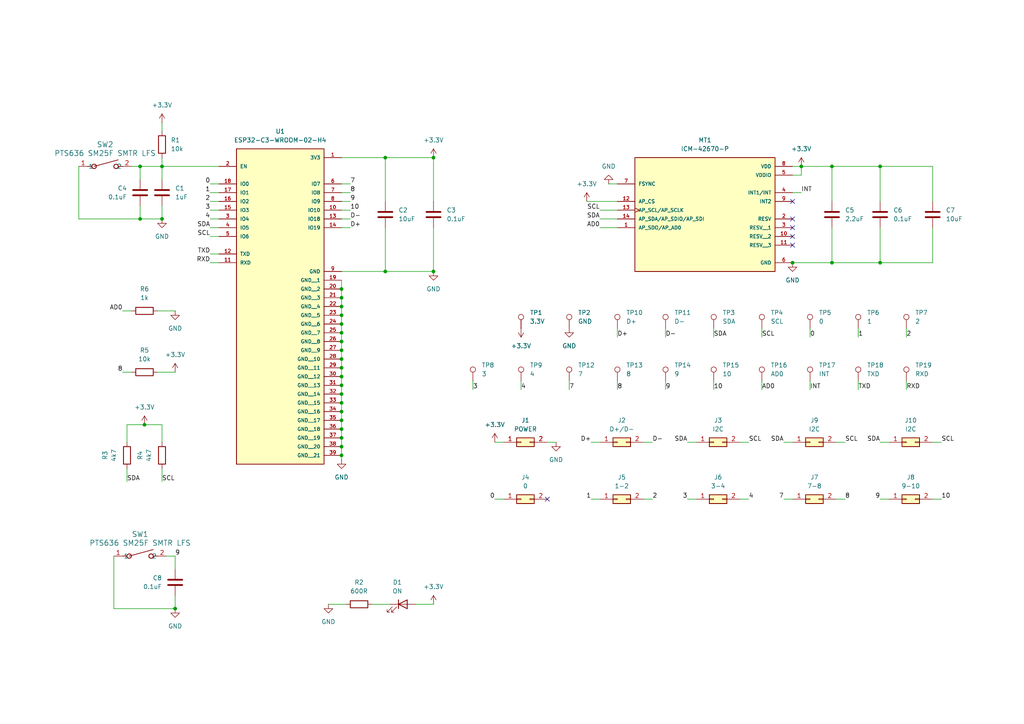
<source format=kicad_sch>
(kicad_sch
	(version 20231120)
	(generator "eeschema")
	(generator_version "8.0")
	(uuid "3c0608d7-6bd0-45a1-8a88-2ae053647b8c")
	(paper "A4")
	(lib_symbols
		(symbol "Connector:TestPoint"
			(pin_numbers hide)
			(pin_names
				(offset 0.762) hide)
			(exclude_from_sim no)
			(in_bom yes)
			(on_board yes)
			(property "Reference" "TP"
				(at 0 6.858 0)
				(effects
					(font
						(size 1.27 1.27)
					)
				)
			)
			(property "Value" "TestPoint"
				(at 0 5.08 0)
				(effects
					(font
						(size 1.27 1.27)
					)
				)
			)
			(property "Footprint" ""
				(at 5.08 0 0)
				(effects
					(font
						(size 1.27 1.27)
					)
					(hide yes)
				)
			)
			(property "Datasheet" "~"
				(at 5.08 0 0)
				(effects
					(font
						(size 1.27 1.27)
					)
					(hide yes)
				)
			)
			(property "Description" "test point"
				(at 0 0 0)
				(effects
					(font
						(size 1.27 1.27)
					)
					(hide yes)
				)
			)
			(property "ki_keywords" "test point tp"
				(at 0 0 0)
				(effects
					(font
						(size 1.27 1.27)
					)
					(hide yes)
				)
			)
			(property "ki_fp_filters" "Pin* Test*"
				(at 0 0 0)
				(effects
					(font
						(size 1.27 1.27)
					)
					(hide yes)
				)
			)
			(symbol "TestPoint_0_1"
				(circle
					(center 0 3.302)
					(radius 0.762)
					(stroke
						(width 0)
						(type default)
					)
					(fill
						(type none)
					)
				)
			)
			(symbol "TestPoint_1_1"
				(pin passive line
					(at 0 0 90)
					(length 2.54)
					(name "1"
						(effects
							(font
								(size 1.27 1.27)
							)
						)
					)
					(number "1"
						(effects
							(font
								(size 1.27 1.27)
							)
						)
					)
				)
			)
		)
		(symbol "Connector_Generic:Conn_02x01"
			(pin_names
				(offset 1.016) hide)
			(exclude_from_sim no)
			(in_bom yes)
			(on_board yes)
			(property "Reference" "J"
				(at 1.27 2.54 0)
				(effects
					(font
						(size 1.27 1.27)
					)
				)
			)
			(property "Value" "Conn_02x01"
				(at 1.27 -2.54 0)
				(effects
					(font
						(size 1.27 1.27)
					)
				)
			)
			(property "Footprint" ""
				(at 0 0 0)
				(effects
					(font
						(size 1.27 1.27)
					)
					(hide yes)
				)
			)
			(property "Datasheet" "~"
				(at 0 0 0)
				(effects
					(font
						(size 1.27 1.27)
					)
					(hide yes)
				)
			)
			(property "Description" "Generic connector, double row, 02x01, this symbol is compatible with counter-clockwise, top-bottom and odd-even numbering schemes., script generated (kicad-library-utils/schlib/autogen/connector/)"
				(at 0 0 0)
				(effects
					(font
						(size 1.27 1.27)
					)
					(hide yes)
				)
			)
			(property "ki_keywords" "connector"
				(at 0 0 0)
				(effects
					(font
						(size 1.27 1.27)
					)
					(hide yes)
				)
			)
			(property "ki_fp_filters" "Connector*:*_2x??_*"
				(at 0 0 0)
				(effects
					(font
						(size 1.27 1.27)
					)
					(hide yes)
				)
			)
			(symbol "Conn_02x01_1_1"
				(rectangle
					(start -1.27 0.127)
					(end 0 -0.127)
					(stroke
						(width 0.1524)
						(type default)
					)
					(fill
						(type none)
					)
				)
				(rectangle
					(start -1.27 1.27)
					(end 3.81 -1.27)
					(stroke
						(width 0.254)
						(type default)
					)
					(fill
						(type background)
					)
				)
				(rectangle
					(start 3.81 0.127)
					(end 2.54 -0.127)
					(stroke
						(width 0.1524)
						(type default)
					)
					(fill
						(type none)
					)
				)
				(pin passive line
					(at -5.08 0 0)
					(length 3.81)
					(name "Pin_1"
						(effects
							(font
								(size 1.27 1.27)
							)
						)
					)
					(number "1"
						(effects
							(font
								(size 1.27 1.27)
							)
						)
					)
				)
				(pin passive line
					(at 7.62 0 180)
					(length 3.81)
					(name "Pin_2"
						(effects
							(font
								(size 1.27 1.27)
							)
						)
					)
					(number "2"
						(effects
							(font
								(size 1.27 1.27)
							)
						)
					)
				)
			)
		)
		(symbol "Device:C"
			(pin_numbers hide)
			(pin_names
				(offset 0.254)
			)
			(exclude_from_sim no)
			(in_bom yes)
			(on_board yes)
			(property "Reference" "C"
				(at 0.635 2.54 0)
				(effects
					(font
						(size 1.27 1.27)
					)
					(justify left)
				)
			)
			(property "Value" "C"
				(at 0.635 -2.54 0)
				(effects
					(font
						(size 1.27 1.27)
					)
					(justify left)
				)
			)
			(property "Footprint" ""
				(at 0.9652 -3.81 0)
				(effects
					(font
						(size 1.27 1.27)
					)
					(hide yes)
				)
			)
			(property "Datasheet" "~"
				(at 0 0 0)
				(effects
					(font
						(size 1.27 1.27)
					)
					(hide yes)
				)
			)
			(property "Description" "Unpolarized capacitor"
				(at 0 0 0)
				(effects
					(font
						(size 1.27 1.27)
					)
					(hide yes)
				)
			)
			(property "ki_keywords" "cap capacitor"
				(at 0 0 0)
				(effects
					(font
						(size 1.27 1.27)
					)
					(hide yes)
				)
			)
			(property "ki_fp_filters" "C_*"
				(at 0 0 0)
				(effects
					(font
						(size 1.27 1.27)
					)
					(hide yes)
				)
			)
			(symbol "C_0_1"
				(polyline
					(pts
						(xy -2.032 -0.762) (xy 2.032 -0.762)
					)
					(stroke
						(width 0.508)
						(type default)
					)
					(fill
						(type none)
					)
				)
				(polyline
					(pts
						(xy -2.032 0.762) (xy 2.032 0.762)
					)
					(stroke
						(width 0.508)
						(type default)
					)
					(fill
						(type none)
					)
				)
			)
			(symbol "C_1_1"
				(pin passive line
					(at 0 3.81 270)
					(length 2.794)
					(name "~"
						(effects
							(font
								(size 1.27 1.27)
							)
						)
					)
					(number "1"
						(effects
							(font
								(size 1.27 1.27)
							)
						)
					)
				)
				(pin passive line
					(at 0 -3.81 90)
					(length 2.794)
					(name "~"
						(effects
							(font
								(size 1.27 1.27)
							)
						)
					)
					(number "2"
						(effects
							(font
								(size 1.27 1.27)
							)
						)
					)
				)
			)
		)
		(symbol "Device:LED"
			(pin_numbers hide)
			(pin_names
				(offset 1.016) hide)
			(exclude_from_sim no)
			(in_bom yes)
			(on_board yes)
			(property "Reference" "D"
				(at 0 2.54 0)
				(effects
					(font
						(size 1.27 1.27)
					)
				)
			)
			(property "Value" "LED"
				(at 0 -2.54 0)
				(effects
					(font
						(size 1.27 1.27)
					)
				)
			)
			(property "Footprint" ""
				(at 0 0 0)
				(effects
					(font
						(size 1.27 1.27)
					)
					(hide yes)
				)
			)
			(property "Datasheet" "~"
				(at 0 0 0)
				(effects
					(font
						(size 1.27 1.27)
					)
					(hide yes)
				)
			)
			(property "Description" "Light emitting diode"
				(at 0 0 0)
				(effects
					(font
						(size 1.27 1.27)
					)
					(hide yes)
				)
			)
			(property "ki_keywords" "LED diode"
				(at 0 0 0)
				(effects
					(font
						(size 1.27 1.27)
					)
					(hide yes)
				)
			)
			(property "ki_fp_filters" "LED* LED_SMD:* LED_THT:*"
				(at 0 0 0)
				(effects
					(font
						(size 1.27 1.27)
					)
					(hide yes)
				)
			)
			(symbol "LED_0_1"
				(polyline
					(pts
						(xy -1.27 -1.27) (xy -1.27 1.27)
					)
					(stroke
						(width 0.254)
						(type default)
					)
					(fill
						(type none)
					)
				)
				(polyline
					(pts
						(xy -1.27 0) (xy 1.27 0)
					)
					(stroke
						(width 0)
						(type default)
					)
					(fill
						(type none)
					)
				)
				(polyline
					(pts
						(xy 1.27 -1.27) (xy 1.27 1.27) (xy -1.27 0) (xy 1.27 -1.27)
					)
					(stroke
						(width 0.254)
						(type default)
					)
					(fill
						(type none)
					)
				)
				(polyline
					(pts
						(xy -3.048 -0.762) (xy -4.572 -2.286) (xy -3.81 -2.286) (xy -4.572 -2.286) (xy -4.572 -1.524)
					)
					(stroke
						(width 0)
						(type default)
					)
					(fill
						(type none)
					)
				)
				(polyline
					(pts
						(xy -1.778 -0.762) (xy -3.302 -2.286) (xy -2.54 -2.286) (xy -3.302 -2.286) (xy -3.302 -1.524)
					)
					(stroke
						(width 0)
						(type default)
					)
					(fill
						(type none)
					)
				)
			)
			(symbol "LED_1_1"
				(pin passive line
					(at -3.81 0 0)
					(length 2.54)
					(name "K"
						(effects
							(font
								(size 1.27 1.27)
							)
						)
					)
					(number "1"
						(effects
							(font
								(size 1.27 1.27)
							)
						)
					)
				)
				(pin passive line
					(at 3.81 0 180)
					(length 2.54)
					(name "A"
						(effects
							(font
								(size 1.27 1.27)
							)
						)
					)
					(number "2"
						(effects
							(font
								(size 1.27 1.27)
							)
						)
					)
				)
			)
		)
		(symbol "Device:R"
			(pin_numbers hide)
			(pin_names
				(offset 0)
			)
			(exclude_from_sim no)
			(in_bom yes)
			(on_board yes)
			(property "Reference" "R"
				(at 2.032 0 90)
				(effects
					(font
						(size 1.27 1.27)
					)
				)
			)
			(property "Value" "R"
				(at 0 0 90)
				(effects
					(font
						(size 1.27 1.27)
					)
				)
			)
			(property "Footprint" ""
				(at -1.778 0 90)
				(effects
					(font
						(size 1.27 1.27)
					)
					(hide yes)
				)
			)
			(property "Datasheet" "~"
				(at 0 0 0)
				(effects
					(font
						(size 1.27 1.27)
					)
					(hide yes)
				)
			)
			(property "Description" "Resistor"
				(at 0 0 0)
				(effects
					(font
						(size 1.27 1.27)
					)
					(hide yes)
				)
			)
			(property "ki_keywords" "R res resistor"
				(at 0 0 0)
				(effects
					(font
						(size 1.27 1.27)
					)
					(hide yes)
				)
			)
			(property "ki_fp_filters" "R_*"
				(at 0 0 0)
				(effects
					(font
						(size 1.27 1.27)
					)
					(hide yes)
				)
			)
			(symbol "R_0_1"
				(rectangle
					(start -1.016 -2.54)
					(end 1.016 2.54)
					(stroke
						(width 0.254)
						(type default)
					)
					(fill
						(type none)
					)
				)
			)
			(symbol "R_1_1"
				(pin passive line
					(at 0 3.81 270)
					(length 1.27)
					(name "~"
						(effects
							(font
								(size 1.27 1.27)
							)
						)
					)
					(number "1"
						(effects
							(font
								(size 1.27 1.27)
							)
						)
					)
				)
				(pin passive line
					(at 0 -3.81 90)
					(length 1.27)
					(name "~"
						(effects
							(font
								(size 1.27 1.27)
							)
						)
					)
					(number "2"
						(effects
							(font
								(size 1.27 1.27)
							)
						)
					)
				)
			)
		)
		(symbol "ESP32:ESP32-C3-WROOM-02-H4"
			(pin_names
				(offset 1.016)
			)
			(exclude_from_sim no)
			(in_bom yes)
			(on_board yes)
			(property "Reference" "U"
				(at -12.7 21.082 0)
				(effects
					(font
						(size 1.27 1.27)
					)
					(justify left bottom)
				)
			)
			(property "Value" "ESP32-C3-WROOM-02-H4"
				(at -12.7 -71.882 0)
				(effects
					(font
						(size 1.27 1.27)
					)
					(justify left top)
				)
			)
			(property "Footprint" "ESP32-C3-WROOM-02-H4:MODULE_ESP32-C3-WROOM-02-H4"
				(at 0 0 0)
				(effects
					(font
						(size 1.27 1.27)
					)
					(justify bottom)
					(hide yes)
				)
			)
			(property "Datasheet" ""
				(at 0 0 0)
				(effects
					(font
						(size 1.27 1.27)
					)
					(hide yes)
				)
			)
			(property "Description" ""
				(at 0 0 0)
				(effects
					(font
						(size 1.27 1.27)
					)
					(hide yes)
				)
			)
			(property "MF" "Espressif Systems"
				(at 0 0 0)
				(effects
					(font
						(size 1.27 1.27)
					)
					(justify bottom)
					(hide yes)
				)
			)
			(property "Description_1" "WiFi Modules (802.11) (Engineering Samples) SMD module, ESP32-C3, 4MB SPI flash, PCB antenna, -40 C +105 C"
				(at 0 0 0)
				(effects
					(font
						(size 1.27 1.27)
					)
					(justify bottom)
					(hide yes)
				)
			)
			(property "Package" "Package"
				(at 0 0 0)
				(effects
					(font
						(size 1.27 1.27)
					)
					(justify bottom)
					(hide yes)
				)
			)
			(property "Price" "None"
				(at 0 0 0)
				(effects
					(font
						(size 1.27 1.27)
					)
					(justify bottom)
					(hide yes)
				)
			)
			(property "MP" "ESP32-C3-WROOM-02-H4"
				(at 0 0 0)
				(effects
					(font
						(size 1.27 1.27)
					)
					(justify bottom)
					(hide yes)
				)
			)
			(property "Availability" "In Stock"
				(at 0 0 0)
				(effects
					(font
						(size 1.27 1.27)
					)
					(justify bottom)
					(hide yes)
				)
			)
			(property "Purchase-URL" "https://pricing.snapeda.com/search/part/ESP32-C3-WROOM-02-H4/?ref=eda"
				(at 0 0 0)
				(effects
					(font
						(size 1.27 1.27)
					)
					(justify bottom)
					(hide yes)
				)
			)
			(symbol "ESP32-C3-WROOM-02-H4_0_0"
				(rectangle
					(start -12.7 -71.12)
					(end 12.7 20.32)
					(stroke
						(width 0.254)
						(type default)
					)
					(fill
						(type background)
					)
				)
				(pin power_in line
					(at 17.78 17.78 180)
					(length 5.08)
					(name "3V3"
						(effects
							(font
								(size 1.016 1.016)
							)
						)
					)
					(number "1"
						(effects
							(font
								(size 1.016 1.016)
							)
						)
					)
				)
				(pin bidirectional line
					(at 17.78 2.54 180)
					(length 5.08)
					(name "IO10"
						(effects
							(font
								(size 1.016 1.016)
							)
						)
					)
					(number "10"
						(effects
							(font
								(size 1.016 1.016)
							)
						)
					)
				)
				(pin bidirectional line
					(at -17.78 -12.7 0)
					(length 5.08)
					(name "RXD"
						(effects
							(font
								(size 1.016 1.016)
							)
						)
					)
					(number "11"
						(effects
							(font
								(size 1.016 1.016)
							)
						)
					)
				)
				(pin bidirectional line
					(at -17.78 -10.16 0)
					(length 5.08)
					(name "TXD"
						(effects
							(font
								(size 1.016 1.016)
							)
						)
					)
					(number "12"
						(effects
							(font
								(size 1.016 1.016)
							)
						)
					)
				)
				(pin bidirectional line
					(at 17.78 0 180)
					(length 5.08)
					(name "IO18"
						(effects
							(font
								(size 1.016 1.016)
							)
						)
					)
					(number "13"
						(effects
							(font
								(size 1.016 1.016)
							)
						)
					)
				)
				(pin bidirectional line
					(at 17.78 -2.54 180)
					(length 5.08)
					(name "IO19"
						(effects
							(font
								(size 1.016 1.016)
							)
						)
					)
					(number "14"
						(effects
							(font
								(size 1.016 1.016)
							)
						)
					)
				)
				(pin bidirectional line
					(at -17.78 2.54 0)
					(length 5.08)
					(name "IO3"
						(effects
							(font
								(size 1.016 1.016)
							)
						)
					)
					(number "15"
						(effects
							(font
								(size 1.016 1.016)
							)
						)
					)
				)
				(pin bidirectional line
					(at -17.78 5.08 0)
					(length 5.08)
					(name "IO2"
						(effects
							(font
								(size 1.016 1.016)
							)
						)
					)
					(number "16"
						(effects
							(font
								(size 1.016 1.016)
							)
						)
					)
				)
				(pin bidirectional line
					(at -17.78 7.62 0)
					(length 5.08)
					(name "IO1"
						(effects
							(font
								(size 1.016 1.016)
							)
						)
					)
					(number "17"
						(effects
							(font
								(size 1.016 1.016)
							)
						)
					)
				)
				(pin bidirectional line
					(at -17.78 10.16 0)
					(length 5.08)
					(name "IO0"
						(effects
							(font
								(size 1.016 1.016)
							)
						)
					)
					(number "18"
						(effects
							(font
								(size 1.016 1.016)
							)
						)
					)
				)
				(pin power_in line
					(at 17.78 -17.78 180)
					(length 5.08)
					(name "GND__1"
						(effects
							(font
								(size 1.016 1.016)
							)
						)
					)
					(number "19"
						(effects
							(font
								(size 1.016 1.016)
							)
						)
					)
				)
				(pin input line
					(at -17.78 15.24 0)
					(length 5.08)
					(name "EN"
						(effects
							(font
								(size 1.016 1.016)
							)
						)
					)
					(number "2"
						(effects
							(font
								(size 1.016 1.016)
							)
						)
					)
				)
				(pin power_in line
					(at 17.78 -20.32 180)
					(length 5.08)
					(name "GND__2"
						(effects
							(font
								(size 1.016 1.016)
							)
						)
					)
					(number "20"
						(effects
							(font
								(size 1.016 1.016)
							)
						)
					)
				)
				(pin power_in line
					(at 17.78 -22.86 180)
					(length 5.08)
					(name "GND__3"
						(effects
							(font
								(size 1.016 1.016)
							)
						)
					)
					(number "21"
						(effects
							(font
								(size 1.016 1.016)
							)
						)
					)
				)
				(pin power_in line
					(at 17.78 -25.4 180)
					(length 5.08)
					(name "GND__4"
						(effects
							(font
								(size 1.016 1.016)
							)
						)
					)
					(number "22"
						(effects
							(font
								(size 1.016 1.016)
							)
						)
					)
				)
				(pin power_in line
					(at 17.78 -27.94 180)
					(length 5.08)
					(name "GND__5"
						(effects
							(font
								(size 1.016 1.016)
							)
						)
					)
					(number "23"
						(effects
							(font
								(size 1.016 1.016)
							)
						)
					)
				)
				(pin power_in line
					(at 17.78 -30.48 180)
					(length 5.08)
					(name "GND__6"
						(effects
							(font
								(size 1.016 1.016)
							)
						)
					)
					(number "24"
						(effects
							(font
								(size 1.016 1.016)
							)
						)
					)
				)
				(pin power_in line
					(at 17.78 -33.02 180)
					(length 5.08)
					(name "GND__7"
						(effects
							(font
								(size 1.016 1.016)
							)
						)
					)
					(number "25"
						(effects
							(font
								(size 1.016 1.016)
							)
						)
					)
				)
				(pin power_in line
					(at 17.78 -35.56 180)
					(length 5.08)
					(name "GND__8"
						(effects
							(font
								(size 1.016 1.016)
							)
						)
					)
					(number "26"
						(effects
							(font
								(size 1.016 1.016)
							)
						)
					)
				)
				(pin power_in line
					(at 17.78 -38.1 180)
					(length 5.08)
					(name "GND__9"
						(effects
							(font
								(size 1.016 1.016)
							)
						)
					)
					(number "27"
						(effects
							(font
								(size 1.016 1.016)
							)
						)
					)
				)
				(pin power_in line
					(at 17.78 -40.64 180)
					(length 5.08)
					(name "GND__10"
						(effects
							(font
								(size 1.016 1.016)
							)
						)
					)
					(number "28"
						(effects
							(font
								(size 1.016 1.016)
							)
						)
					)
				)
				(pin power_in line
					(at 17.78 -43.18 180)
					(length 5.08)
					(name "GND__11"
						(effects
							(font
								(size 1.016 1.016)
							)
						)
					)
					(number "29"
						(effects
							(font
								(size 1.016 1.016)
							)
						)
					)
				)
				(pin bidirectional line
					(at -17.78 0 0)
					(length 5.08)
					(name "IO4"
						(effects
							(font
								(size 1.016 1.016)
							)
						)
					)
					(number "3"
						(effects
							(font
								(size 1.016 1.016)
							)
						)
					)
				)
				(pin power_in line
					(at 17.78 -45.72 180)
					(length 5.08)
					(name "GND__12"
						(effects
							(font
								(size 1.016 1.016)
							)
						)
					)
					(number "30"
						(effects
							(font
								(size 1.016 1.016)
							)
						)
					)
				)
				(pin power_in line
					(at 17.78 -48.26 180)
					(length 5.08)
					(name "GND__13"
						(effects
							(font
								(size 1.016 1.016)
							)
						)
					)
					(number "31"
						(effects
							(font
								(size 1.016 1.016)
							)
						)
					)
				)
				(pin power_in line
					(at 17.78 -50.8 180)
					(length 5.08)
					(name "GND__14"
						(effects
							(font
								(size 1.016 1.016)
							)
						)
					)
					(number "32"
						(effects
							(font
								(size 1.016 1.016)
							)
						)
					)
				)
				(pin power_in line
					(at 17.78 -53.34 180)
					(length 5.08)
					(name "GND__15"
						(effects
							(font
								(size 1.016 1.016)
							)
						)
					)
					(number "33"
						(effects
							(font
								(size 1.016 1.016)
							)
						)
					)
				)
				(pin power_in line
					(at 17.78 -55.88 180)
					(length 5.08)
					(name "GND__16"
						(effects
							(font
								(size 1.016 1.016)
							)
						)
					)
					(number "34"
						(effects
							(font
								(size 1.016 1.016)
							)
						)
					)
				)
				(pin power_in line
					(at 17.78 -58.42 180)
					(length 5.08)
					(name "GND__17"
						(effects
							(font
								(size 1.016 1.016)
							)
						)
					)
					(number "35"
						(effects
							(font
								(size 1.016 1.016)
							)
						)
					)
				)
				(pin power_in line
					(at 17.78 -60.96 180)
					(length 5.08)
					(name "GND__18"
						(effects
							(font
								(size 1.016 1.016)
							)
						)
					)
					(number "36"
						(effects
							(font
								(size 1.016 1.016)
							)
						)
					)
				)
				(pin power_in line
					(at 17.78 -63.5 180)
					(length 5.08)
					(name "GND__19"
						(effects
							(font
								(size 1.016 1.016)
							)
						)
					)
					(number "37"
						(effects
							(font
								(size 1.016 1.016)
							)
						)
					)
				)
				(pin power_in line
					(at 17.78 -66.04 180)
					(length 5.08)
					(name "GND__20"
						(effects
							(font
								(size 1.016 1.016)
							)
						)
					)
					(number "38"
						(effects
							(font
								(size 1.016 1.016)
							)
						)
					)
				)
				(pin power_in line
					(at 17.78 -68.58 180)
					(length 5.08)
					(name "GND__21"
						(effects
							(font
								(size 1.016 1.016)
							)
						)
					)
					(number "39"
						(effects
							(font
								(size 1.016 1.016)
							)
						)
					)
				)
				(pin bidirectional line
					(at -17.78 -2.54 0)
					(length 5.08)
					(name "IO5"
						(effects
							(font
								(size 1.016 1.016)
							)
						)
					)
					(number "4"
						(effects
							(font
								(size 1.016 1.016)
							)
						)
					)
				)
				(pin bidirectional line
					(at -17.78 -5.08 0)
					(length 5.08)
					(name "IO6"
						(effects
							(font
								(size 1.016 1.016)
							)
						)
					)
					(number "5"
						(effects
							(font
								(size 1.016 1.016)
							)
						)
					)
				)
				(pin bidirectional line
					(at 17.78 10.16 180)
					(length 5.08)
					(name "IO7"
						(effects
							(font
								(size 1.016 1.016)
							)
						)
					)
					(number "6"
						(effects
							(font
								(size 1.016 1.016)
							)
						)
					)
				)
				(pin bidirectional line
					(at 17.78 7.62 180)
					(length 5.08)
					(name "IO8"
						(effects
							(font
								(size 1.016 1.016)
							)
						)
					)
					(number "7"
						(effects
							(font
								(size 1.016 1.016)
							)
						)
					)
				)
				(pin bidirectional line
					(at 17.78 5.08 180)
					(length 5.08)
					(name "IO9"
						(effects
							(font
								(size 1.016 1.016)
							)
						)
					)
					(number "8"
						(effects
							(font
								(size 1.016 1.016)
							)
						)
					)
				)
				(pin power_in line
					(at 17.78 -15.24 180)
					(length 5.08)
					(name "GND"
						(effects
							(font
								(size 1.016 1.016)
							)
						)
					)
					(number "9"
						(effects
							(font
								(size 1.016 1.016)
							)
						)
					)
				)
			)
		)
		(symbol "ICM-42670-P:ICM-42670-P"
			(pin_names
				(offset 1.016)
			)
			(exclude_from_sim no)
			(in_bom yes)
			(on_board yes)
			(property "Reference" "MT"
				(at -20.32 13.97 0)
				(effects
					(font
						(size 1.27 1.27)
					)
					(justify left bottom)
				)
			)
			(property "Value" "ICM-42670-P"
				(at -20.32 -22.86 0)
				(effects
					(font
						(size 1.27 1.27)
					)
					(justify left bottom)
				)
			)
			(property "Footprint" "ICM-42670-P:XDCR_ICM-42670-P"
				(at 0 0 0)
				(effects
					(font
						(size 1.27 1.27)
					)
					(justify bottom)
					(hide yes)
				)
			)
			(property "Datasheet" ""
				(at 0 0 0)
				(effects
					(font
						(size 1.27 1.27)
					)
					(hide yes)
				)
			)
			(property "Description" ""
				(at 0 0 0)
				(effects
					(font
						(size 1.27 1.27)
					)
					(hide yes)
				)
			)
			(property "PARTREV" "1.1"
				(at 0 0 0)
				(effects
					(font
						(size 1.27 1.27)
					)
					(justify bottom)
					(hide yes)
				)
			)
			(property "STANDARD" "Manufacturer Recommendations"
				(at 0 0 0)
				(effects
					(font
						(size 1.27 1.27)
					)
					(justify bottom)
					(hide yes)
				)
			)
			(property "MAXIMUM_PACKAGE_HEIGHT" "0.81 mm"
				(at 0 0 0)
				(effects
					(font
						(size 1.27 1.27)
					)
					(justify bottom)
					(hide yes)
				)
			)
			(property "MANUFACTURER" "TDK InvenSense"
				(at 0 0 0)
				(effects
					(font
						(size 1.27 1.27)
					)
					(justify bottom)
					(hide yes)
				)
			)
			(symbol "ICM-42670-P_0_0"
				(rectangle
					(start -20.32 -20.32)
					(end 20.32 12.7)
					(stroke
						(width 0.254)
						(type default)
					)
					(fill
						(type background)
					)
				)
				(pin bidirectional line
					(at -25.4 -7.62 0)
					(length 5.08)
					(name "AP_SDO/AP_AD0"
						(effects
							(font
								(size 1.016 1.016)
							)
						)
					)
					(number "1"
						(effects
							(font
								(size 1.016 1.016)
							)
						)
					)
				)
				(pin passive line
					(at 25.4 -10.16 180)
					(length 5.08)
					(name "RESV__2"
						(effects
							(font
								(size 1.016 1.016)
							)
						)
					)
					(number "10"
						(effects
							(font
								(size 1.016 1.016)
							)
						)
					)
				)
				(pin passive line
					(at 25.4 -12.7 180)
					(length 5.08)
					(name "RESV__3"
						(effects
							(font
								(size 1.016 1.016)
							)
						)
					)
					(number "11"
						(effects
							(font
								(size 1.016 1.016)
							)
						)
					)
				)
				(pin input line
					(at -25.4 0 0)
					(length 5.08)
					(name "AP_CS"
						(effects
							(font
								(size 1.016 1.016)
							)
						)
					)
					(number "12"
						(effects
							(font
								(size 1.016 1.016)
							)
						)
					)
				)
				(pin input clock
					(at -25.4 -2.54 0)
					(length 5.08)
					(name "AP_SCL/AP_SCLK"
						(effects
							(font
								(size 1.016 1.016)
							)
						)
					)
					(number "13"
						(effects
							(font
								(size 1.016 1.016)
							)
						)
					)
				)
				(pin bidirectional line
					(at -25.4 -5.08 0)
					(length 5.08)
					(name "AP_SDA/AP_SDIO/AP_SDI"
						(effects
							(font
								(size 1.016 1.016)
							)
						)
					)
					(number "14"
						(effects
							(font
								(size 1.016 1.016)
							)
						)
					)
				)
				(pin passive line
					(at 25.4 -5.08 180)
					(length 5.08)
					(name "RESV"
						(effects
							(font
								(size 1.016 1.016)
							)
						)
					)
					(number "2"
						(effects
							(font
								(size 1.016 1.016)
							)
						)
					)
				)
				(pin passive line
					(at 25.4 -7.62 180)
					(length 5.08)
					(name "RESV__1"
						(effects
							(font
								(size 1.016 1.016)
							)
						)
					)
					(number "3"
						(effects
							(font
								(size 1.016 1.016)
							)
						)
					)
				)
				(pin output line
					(at 25.4 2.54 180)
					(length 5.08)
					(name "INT1/INT"
						(effects
							(font
								(size 1.016 1.016)
							)
						)
					)
					(number "4"
						(effects
							(font
								(size 1.016 1.016)
							)
						)
					)
				)
				(pin power_in line
					(at 25.4 7.62 180)
					(length 5.08)
					(name "VDDIO"
						(effects
							(font
								(size 1.016 1.016)
							)
						)
					)
					(number "5"
						(effects
							(font
								(size 1.016 1.016)
							)
						)
					)
				)
				(pin power_in line
					(at 25.4 -17.78 180)
					(length 5.08)
					(name "GND"
						(effects
							(font
								(size 1.016 1.016)
							)
						)
					)
					(number "6"
						(effects
							(font
								(size 1.016 1.016)
							)
						)
					)
				)
				(pin input line
					(at -25.4 5.08 0)
					(length 5.08)
					(name "FSYNC"
						(effects
							(font
								(size 1.016 1.016)
							)
						)
					)
					(number "7"
						(effects
							(font
								(size 1.016 1.016)
							)
						)
					)
				)
				(pin power_in line
					(at 25.4 10.16 180)
					(length 5.08)
					(name "VDD"
						(effects
							(font
								(size 1.016 1.016)
							)
						)
					)
					(number "8"
						(effects
							(font
								(size 1.016 1.016)
							)
						)
					)
				)
				(pin output line
					(at 25.4 0 180)
					(length 5.08)
					(name "INT2"
						(effects
							(font
								(size 1.016 1.016)
							)
						)
					)
					(number "9"
						(effects
							(font
								(size 1.016 1.016)
							)
						)
					)
				)
			)
		)
		(symbol "button:PTS636_SM25F_SMTR_LFS"
			(pin_names
				(offset 0.254)
			)
			(exclude_from_sim no)
			(in_bom yes)
			(on_board yes)
			(property "Reference" "SW"
				(at 0 3.81 0)
				(effects
					(font
						(size 1.524 1.524)
					)
				)
			)
			(property "Value" "PTS636 SM25F SMTR LFS"
				(at 0 0 0)
				(effects
					(font
						(size 1.524 1.524)
					)
				)
			)
			(property "Footprint" "SW2_PTS636 SM25F SMTR LFS_CNK"
				(at 0 0 0)
				(effects
					(font
						(size 1.27 1.27)
						(italic yes)
					)
					(hide yes)
				)
			)
			(property "Datasheet" "PTS636 SM25F SMTR LFS"
				(at 0 0 0)
				(effects
					(font
						(size 1.27 1.27)
						(italic yes)
					)
					(hide yes)
				)
			)
			(property "Description" ""
				(at 0 0 0)
				(effects
					(font
						(size 1.27 1.27)
					)
					(hide yes)
				)
			)
			(property "ki_locked" ""
				(at 0 0 0)
				(effects
					(font
						(size 1.27 1.27)
					)
				)
			)
			(property "ki_keywords" "PTS636 SM25F SMTR LFS"
				(at 0 0 0)
				(effects
					(font
						(size 1.27 1.27)
					)
					(hide yes)
				)
			)
			(property "ki_fp_filters" "SW2_PTS636 SM25F SMTR LFS_CNK SW2_PTS636 SM25F SMTR LFS_CNK-M SW2_PTS636 SM25F SMTR LFS_CNK-L"
				(at 0 0 0)
				(effects
					(font
						(size 1.27 1.27)
					)
					(hide yes)
				)
			)
			(symbol "PTS636_SM25F_SMTR_LFS_0_1"
				(circle
					(center -3.175 0)
					(radius 0.635)
					(stroke
						(width 0.254)
						(type default)
					)
					(fill
						(type none)
					)
				)
				(polyline
					(pts
						(xy -5.08 0) (xy -3.81 0)
					)
					(stroke
						(width 0.2032)
						(type default)
					)
					(fill
						(type none)
					)
				)
				(polyline
					(pts
						(xy -3.175 0) (xy 3.81 1.905)
					)
					(stroke
						(width 0.2032)
						(type default)
					)
					(fill
						(type none)
					)
				)
				(polyline
					(pts
						(xy 5.08 0) (xy 3.81 0)
					)
					(stroke
						(width 0.2032)
						(type default)
					)
					(fill
						(type none)
					)
				)
				(circle
					(center 3.175 0)
					(radius 0.635)
					(stroke
						(width 0.254)
						(type default)
					)
					(fill
						(type none)
					)
				)
				(pin unspecified line
					(at -7.62 0 0)
					(length 2.54)
					(name "1"
						(effects
							(font
								(size 1.27 1.27)
							)
						)
					)
					(number "1"
						(effects
							(font
								(size 1.27 1.27)
							)
						)
					)
				)
				(pin unspecified line
					(at 7.62 0 180)
					(length 2.54)
					(name "2"
						(effects
							(font
								(size 1.27 1.27)
							)
						)
					)
					(number "2"
						(effects
							(font
								(size 1.27 1.27)
							)
						)
					)
				)
			)
		)
		(symbol "power:+3.3V"
			(power)
			(pin_numbers hide)
			(pin_names
				(offset 0) hide)
			(exclude_from_sim no)
			(in_bom yes)
			(on_board yes)
			(property "Reference" "#PWR"
				(at 0 -3.81 0)
				(effects
					(font
						(size 1.27 1.27)
					)
					(hide yes)
				)
			)
			(property "Value" "+3.3V"
				(at 0 3.556 0)
				(effects
					(font
						(size 1.27 1.27)
					)
				)
			)
			(property "Footprint" ""
				(at 0 0 0)
				(effects
					(font
						(size 1.27 1.27)
					)
					(hide yes)
				)
			)
			(property "Datasheet" ""
				(at 0 0 0)
				(effects
					(font
						(size 1.27 1.27)
					)
					(hide yes)
				)
			)
			(property "Description" "Power symbol creates a global label with name \"+3.3V\""
				(at 0 0 0)
				(effects
					(font
						(size 1.27 1.27)
					)
					(hide yes)
				)
			)
			(property "ki_keywords" "global power"
				(at 0 0 0)
				(effects
					(font
						(size 1.27 1.27)
					)
					(hide yes)
				)
			)
			(symbol "+3.3V_0_1"
				(polyline
					(pts
						(xy -0.762 1.27) (xy 0 2.54)
					)
					(stroke
						(width 0)
						(type default)
					)
					(fill
						(type none)
					)
				)
				(polyline
					(pts
						(xy 0 0) (xy 0 2.54)
					)
					(stroke
						(width 0)
						(type default)
					)
					(fill
						(type none)
					)
				)
				(polyline
					(pts
						(xy 0 2.54) (xy 0.762 1.27)
					)
					(stroke
						(width 0)
						(type default)
					)
					(fill
						(type none)
					)
				)
			)
			(symbol "+3.3V_1_1"
				(pin power_in line
					(at 0 0 90)
					(length 0)
					(name "~"
						(effects
							(font
								(size 1.27 1.27)
							)
						)
					)
					(number "1"
						(effects
							(font
								(size 1.27 1.27)
							)
						)
					)
				)
			)
		)
		(symbol "power:GND"
			(power)
			(pin_numbers hide)
			(pin_names
				(offset 0) hide)
			(exclude_from_sim no)
			(in_bom yes)
			(on_board yes)
			(property "Reference" "#PWR"
				(at 0 -6.35 0)
				(effects
					(font
						(size 1.27 1.27)
					)
					(hide yes)
				)
			)
			(property "Value" "GND"
				(at 0 -3.81 0)
				(effects
					(font
						(size 1.27 1.27)
					)
				)
			)
			(property "Footprint" ""
				(at 0 0 0)
				(effects
					(font
						(size 1.27 1.27)
					)
					(hide yes)
				)
			)
			(property "Datasheet" ""
				(at 0 0 0)
				(effects
					(font
						(size 1.27 1.27)
					)
					(hide yes)
				)
			)
			(property "Description" "Power symbol creates a global label with name \"GND\" , ground"
				(at 0 0 0)
				(effects
					(font
						(size 1.27 1.27)
					)
					(hide yes)
				)
			)
			(property "ki_keywords" "global power"
				(at 0 0 0)
				(effects
					(font
						(size 1.27 1.27)
					)
					(hide yes)
				)
			)
			(symbol "GND_0_1"
				(polyline
					(pts
						(xy 0 0) (xy 0 -1.27) (xy 1.27 -1.27) (xy 0 -2.54) (xy -1.27 -1.27) (xy 0 -1.27)
					)
					(stroke
						(width 0)
						(type default)
					)
					(fill
						(type none)
					)
				)
			)
			(symbol "GND_1_1"
				(pin power_in line
					(at 0 0 270)
					(length 0)
					(name "~"
						(effects
							(font
								(size 1.27 1.27)
							)
						)
					)
					(number "1"
						(effects
							(font
								(size 1.27 1.27)
							)
						)
					)
				)
			)
		)
	)
	(junction
		(at 99.06 93.98)
		(diameter 0)
		(color 0 0 0 0)
		(uuid "01a0bd75-5f26-4df9-9d2e-8cabed998d57")
	)
	(junction
		(at 99.06 109.22)
		(diameter 0)
		(color 0 0 0 0)
		(uuid "08169fe5-cbac-425a-9937-dfee5b3cc4ad")
	)
	(junction
		(at 50.8 176.53)
		(diameter 0)
		(color 0 0 0 0)
		(uuid "113c1070-5f78-421f-9a8e-33b6c1c46b3a")
	)
	(junction
		(at 99.06 124.46)
		(diameter 0)
		(color 0 0 0 0)
		(uuid "1d814be0-bba2-4b96-8150-42cdcd282568")
	)
	(junction
		(at 99.06 104.14)
		(diameter 0)
		(color 0 0 0 0)
		(uuid "2c55e1fd-d7bd-444f-b2d7-207eb81648df")
	)
	(junction
		(at 41.91 123.19)
		(diameter 0)
		(color 0 0 0 0)
		(uuid "3247ef54-3bcd-44cb-90dd-e695c49a4d7a")
	)
	(junction
		(at 125.73 45.72)
		(diameter 0)
		(color 0 0 0 0)
		(uuid "336e373c-d069-4cb6-8c56-b32546e54ca0")
	)
	(junction
		(at 40.64 63.5)
		(diameter 0)
		(color 0 0 0 0)
		(uuid "355f4952-56ea-4d54-8306-c6f92b9ea7e8")
	)
	(junction
		(at 99.06 132.08)
		(diameter 0)
		(color 0 0 0 0)
		(uuid "45e30b9c-26d1-4b4f-bf31-ed0dd5238d10")
	)
	(junction
		(at 255.27 48.26)
		(diameter 0)
		(color 0 0 0 0)
		(uuid "49438b1a-2732-42fa-b11f-5d4a9566d0e9")
	)
	(junction
		(at 99.06 127)
		(diameter 0)
		(color 0 0 0 0)
		(uuid "53b48e42-3a18-411d-ab04-2f6f9162fe6e")
	)
	(junction
		(at 99.06 83.82)
		(diameter 0)
		(color 0 0 0 0)
		(uuid "5c0f1d7f-97dd-4bf8-8a20-7e8871303ee9")
	)
	(junction
		(at 229.87 76.2)
		(diameter 0)
		(color 0 0 0 0)
		(uuid "5e27399f-0d49-4a55-b0c1-b9660310fc22")
	)
	(junction
		(at 111.76 45.72)
		(diameter 0)
		(color 0 0 0 0)
		(uuid "611d58c3-7ed9-41f9-8f17-57bc267fbb2f")
	)
	(junction
		(at 99.06 91.44)
		(diameter 0)
		(color 0 0 0 0)
		(uuid "618bbd10-3edd-4bde-91d3-b26ced0ad9e9")
	)
	(junction
		(at 241.3 48.26)
		(diameter 0)
		(color 0 0 0 0)
		(uuid "6f1e5c7e-4e87-4b26-a500-7de773f9fe8a")
	)
	(junction
		(at 99.06 111.76)
		(diameter 0)
		(color 0 0 0 0)
		(uuid "7073742e-82e0-4c29-8ee1-791cea74bd2e")
	)
	(junction
		(at 241.3 76.2)
		(diameter 0)
		(color 0 0 0 0)
		(uuid "77e46918-7c38-48e0-8dfb-ddd7aa42daa5")
	)
	(junction
		(at 232.41 48.26)
		(diameter 0)
		(color 0 0 0 0)
		(uuid "7e93380f-c6a9-4321-9dc1-ffa9ca54e12f")
	)
	(junction
		(at 99.06 129.54)
		(diameter 0)
		(color 0 0 0 0)
		(uuid "8b8afa87-5992-4281-a83a-f9668d6bdd16")
	)
	(junction
		(at 125.73 78.74)
		(diameter 0)
		(color 0 0 0 0)
		(uuid "8ffe2000-52ac-44bb-9f21-72e725211510")
	)
	(junction
		(at 99.06 114.3)
		(diameter 0)
		(color 0 0 0 0)
		(uuid "99388cd6-24b9-428e-8951-fc413c8f35c5")
	)
	(junction
		(at 99.06 86.36)
		(diameter 0)
		(color 0 0 0 0)
		(uuid "9f1ebc60-82a9-4839-93ef-0fb4266f5d12")
	)
	(junction
		(at 46.99 48.26)
		(diameter 0)
		(color 0 0 0 0)
		(uuid "a22b00f9-18e5-4fa9-93bf-96d00b1246d3")
	)
	(junction
		(at 99.06 96.52)
		(diameter 0)
		(color 0 0 0 0)
		(uuid "a267310c-208d-423a-be98-94bf8b440df4")
	)
	(junction
		(at 99.06 101.6)
		(diameter 0)
		(color 0 0 0 0)
		(uuid "aaf65ff5-9e2b-4ca3-8073-164a44dfb081")
	)
	(junction
		(at 111.76 78.74)
		(diameter 0)
		(color 0 0 0 0)
		(uuid "bfaf89f2-96c7-4417-8c68-2df63c46930b")
	)
	(junction
		(at 99.06 119.38)
		(diameter 0)
		(color 0 0 0 0)
		(uuid "c0da9718-18d3-40b2-b917-1fab7c749c94")
	)
	(junction
		(at 40.64 48.26)
		(diameter 0)
		(color 0 0 0 0)
		(uuid "c756bbd6-55e5-4de5-b50a-3ddb3177669c")
	)
	(junction
		(at 99.06 88.9)
		(diameter 0)
		(color 0 0 0 0)
		(uuid "c88a88db-15f2-48a1-b2a8-cd3ecba1dc7d")
	)
	(junction
		(at 99.06 116.84)
		(diameter 0)
		(color 0 0 0 0)
		(uuid "e653c866-d174-4d5d-8f4c-e0aa95e0f2a5")
	)
	(junction
		(at 99.06 121.92)
		(diameter 0)
		(color 0 0 0 0)
		(uuid "ebb4b655-3baf-403d-ad66-d5b205675044")
	)
	(junction
		(at 255.27 76.2)
		(diameter 0)
		(color 0 0 0 0)
		(uuid "f3e8f780-dd75-4c23-b800-4b65298cad7b")
	)
	(junction
		(at 46.99 63.5)
		(diameter 0)
		(color 0 0 0 0)
		(uuid "fc1d0122-6275-48f1-be53-8d626413bd82")
	)
	(junction
		(at 99.06 106.68)
		(diameter 0)
		(color 0 0 0 0)
		(uuid "fe822b6d-1512-4bf3-862d-0d64f959130a")
	)
	(junction
		(at 99.06 99.06)
		(diameter 0)
		(color 0 0 0 0)
		(uuid "ff62767c-61d0-47a4-b3cb-a240c6d0883d")
	)
	(no_connect
		(at 229.87 63.5)
		(uuid "23d1bded-e3ed-46d9-bf42-a43c3218ce92")
	)
	(no_connect
		(at 229.87 71.12)
		(uuid "5555846e-f7d6-4451-8c86-23ef8b73dcdd")
	)
	(no_connect
		(at 229.87 66.04)
		(uuid "57798988-6aa6-408b-9755-ab9bd95907e6")
	)
	(no_connect
		(at 229.87 68.58)
		(uuid "972aed0a-3e9f-434f-8e70-31675505ed6a")
	)
	(no_connect
		(at 229.87 58.42)
		(uuid "ab8e1568-74ff-4b71-b85e-c88ef836d185")
	)
	(no_connect
		(at 158.75 144.78)
		(uuid "ec2a98e7-26d1-42ab-a38e-d19705f8717a")
	)
	(wire
		(pts
			(xy 99.06 96.52) (xy 99.06 99.06)
		)
		(stroke
			(width 0)
			(type default)
		)
		(uuid "06350f19-8bdf-4f2f-ab0a-f0c7167f7a61")
	)
	(wire
		(pts
			(xy 22.86 48.26) (xy 22.86 63.5)
		)
		(stroke
			(width 0)
			(type default)
		)
		(uuid "087eadf9-1dcb-4a62-ae71-00fff587c996")
	)
	(wire
		(pts
			(xy 111.76 66.04) (xy 111.76 78.74)
		)
		(stroke
			(width 0)
			(type default)
		)
		(uuid "095ecb9b-7b73-4d96-ae32-a20f95e5f473")
	)
	(wire
		(pts
			(xy 179.07 97.79) (xy 179.07 95.25)
		)
		(stroke
			(width 0)
			(type default)
		)
		(uuid "0b4a5dd3-dc7a-4596-894d-a7a8405b1098")
	)
	(wire
		(pts
			(xy 36.83 128.27) (xy 36.83 123.19)
		)
		(stroke
			(width 0)
			(type default)
		)
		(uuid "1203800d-c19d-4d71-bdf5-d434f6ffb28e")
	)
	(wire
		(pts
			(xy 36.83 139.7) (xy 36.83 135.89)
		)
		(stroke
			(width 0)
			(type default)
		)
		(uuid "1559baa7-3be7-45dd-b5d5-351a95ecd5ee")
	)
	(wire
		(pts
			(xy 193.04 113.03) (xy 193.04 110.49)
		)
		(stroke
			(width 0)
			(type default)
		)
		(uuid "16c0ee1a-2e24-40fe-b35a-bb868c1806d5")
	)
	(wire
		(pts
			(xy 125.73 66.04) (xy 125.73 78.74)
		)
		(stroke
			(width 0)
			(type default)
		)
		(uuid "17acd65b-bf16-44fd-a4c8-2493c6e9fe2b")
	)
	(wire
		(pts
			(xy 248.92 97.79) (xy 248.92 95.25)
		)
		(stroke
			(width 0)
			(type default)
		)
		(uuid "1b469c71-56d3-466c-bfc0-0782c4fbfc92")
	)
	(wire
		(pts
			(xy 99.06 78.74) (xy 111.76 78.74)
		)
		(stroke
			(width 0)
			(type default)
		)
		(uuid "1f0b7d86-4008-4568-88a0-2c769339d300")
	)
	(wire
		(pts
			(xy 199.39 144.78) (xy 201.93 144.78)
		)
		(stroke
			(width 0)
			(type default)
		)
		(uuid "24262bdf-e164-4378-afbb-bd953fecc266")
	)
	(wire
		(pts
			(xy 199.39 128.27) (xy 201.93 128.27)
		)
		(stroke
			(width 0)
			(type default)
		)
		(uuid "24d38108-cf38-489a-9ad6-45788659180c")
	)
	(wire
		(pts
			(xy 101.6 63.5) (xy 99.06 63.5)
		)
		(stroke
			(width 0)
			(type default)
		)
		(uuid "264765a2-0401-4045-8afb-0f3d8924046e")
	)
	(wire
		(pts
			(xy 35.56 107.95) (xy 38.1 107.95)
		)
		(stroke
			(width 0)
			(type default)
		)
		(uuid "275ef504-1989-4969-8656-ebc74684d6b8")
	)
	(wire
		(pts
			(xy 99.06 121.92) (xy 99.06 124.46)
		)
		(stroke
			(width 0)
			(type default)
		)
		(uuid "27770fd9-776d-474c-a2e0-68883bc0a755")
	)
	(wire
		(pts
			(xy 101.6 66.04) (xy 99.06 66.04)
		)
		(stroke
			(width 0)
			(type default)
		)
		(uuid "29499fb4-6fb9-4660-9b1d-7a873bdf7457")
	)
	(wire
		(pts
			(xy 40.64 63.5) (xy 46.99 63.5)
		)
		(stroke
			(width 0)
			(type default)
		)
		(uuid "2a67d878-04af-43fc-9a8e-cab492ab7cf0")
	)
	(wire
		(pts
			(xy 46.99 35.56) (xy 46.99 38.1)
		)
		(stroke
			(width 0)
			(type default)
		)
		(uuid "2dc040c9-416c-40fd-b90d-0bb82c6a0a54")
	)
	(wire
		(pts
			(xy 120.65 175.26) (xy 125.73 175.26)
		)
		(stroke
			(width 0)
			(type default)
		)
		(uuid "2e911f7f-a80d-4fa2-95ec-5a88ce54e3b0")
	)
	(wire
		(pts
			(xy 270.51 58.42) (xy 270.51 48.26)
		)
		(stroke
			(width 0)
			(type default)
		)
		(uuid "2f4b67ea-906a-4dc6-809b-1b3ff13462bc")
	)
	(wire
		(pts
			(xy 60.96 66.04) (xy 63.5 66.04)
		)
		(stroke
			(width 0)
			(type default)
		)
		(uuid "2f5bd150-5a3b-4316-988c-bdc4dc0983d9")
	)
	(wire
		(pts
			(xy 95.25 175.26) (xy 100.33 175.26)
		)
		(stroke
			(width 0)
			(type default)
		)
		(uuid "32734acf-03d2-42d0-9e4d-f79a7196a86d")
	)
	(wire
		(pts
			(xy 207.01 113.03) (xy 207.01 110.49)
		)
		(stroke
			(width 0)
			(type default)
		)
		(uuid "337256bf-dfa2-4c4d-b0c1-dc9f301c26f7")
	)
	(wire
		(pts
			(xy 227.33 144.78) (xy 229.87 144.78)
		)
		(stroke
			(width 0)
			(type default)
		)
		(uuid "33f2b884-67bf-4f17-b534-6653966e77c4")
	)
	(wire
		(pts
			(xy 171.45 128.27) (xy 173.99 128.27)
		)
		(stroke
			(width 0)
			(type default)
		)
		(uuid "34eea3aa-7e28-4bf4-9f95-32899f82dae6")
	)
	(wire
		(pts
			(xy 207.01 97.79) (xy 207.01 95.25)
		)
		(stroke
			(width 0)
			(type default)
		)
		(uuid "3664abb7-e305-432d-9c55-fff6a45ceacf")
	)
	(wire
		(pts
			(xy 255.27 48.26) (xy 241.3 48.26)
		)
		(stroke
			(width 0)
			(type default)
		)
		(uuid "3668d309-208b-4d93-a1d3-01d5da8f67ed")
	)
	(wire
		(pts
			(xy 125.73 78.74) (xy 111.76 78.74)
		)
		(stroke
			(width 0)
			(type default)
		)
		(uuid "37492d38-29a9-4670-a673-9414e4af492b")
	)
	(wire
		(pts
			(xy 46.99 59.69) (xy 46.99 63.5)
		)
		(stroke
			(width 0)
			(type default)
		)
		(uuid "39e536dc-8a85-44b7-aedb-3a4bc2d13d52")
	)
	(wire
		(pts
			(xy 262.89 113.03) (xy 262.89 110.49)
		)
		(stroke
			(width 0)
			(type default)
		)
		(uuid "3a385ba4-32dc-429b-ad4f-e74bc547dbf7")
	)
	(wire
		(pts
			(xy 99.06 91.44) (xy 99.06 93.98)
		)
		(stroke
			(width 0)
			(type default)
		)
		(uuid "3a94edeb-7dfc-4ff4-baee-97d468f82d36")
	)
	(wire
		(pts
			(xy 101.6 60.96) (xy 99.06 60.96)
		)
		(stroke
			(width 0)
			(type default)
		)
		(uuid "3b69d7ba-7e68-4d57-82ec-7e47a30e3358")
	)
	(wire
		(pts
			(xy 99.06 104.14) (xy 99.06 106.68)
		)
		(stroke
			(width 0)
			(type default)
		)
		(uuid "3eb5c429-7e0c-4c4f-8e9a-cafc49de3c78")
	)
	(wire
		(pts
			(xy 22.86 63.5) (xy 40.64 63.5)
		)
		(stroke
			(width 0)
			(type default)
		)
		(uuid "3f7866f8-1ae8-4eb4-8299-070b1c314e53")
	)
	(wire
		(pts
			(xy 173.99 63.5) (xy 179.07 63.5)
		)
		(stroke
			(width 0)
			(type default)
		)
		(uuid "3fea5995-ed93-4355-a7d8-77bc441fdeeb")
	)
	(wire
		(pts
			(xy 101.6 58.42) (xy 99.06 58.42)
		)
		(stroke
			(width 0)
			(type default)
		)
		(uuid "4035ce39-f9cb-44e3-8eee-8b5ec4b50847")
	)
	(wire
		(pts
			(xy 241.3 76.2) (xy 229.87 76.2)
		)
		(stroke
			(width 0)
			(type default)
		)
		(uuid "45d9c0b5-8085-40e1-8030-103a9b9bf542")
	)
	(wire
		(pts
			(xy 46.99 123.19) (xy 41.91 123.19)
		)
		(stroke
			(width 0)
			(type default)
		)
		(uuid "47639743-63b8-483c-ba9b-000c390888e9")
	)
	(wire
		(pts
			(xy 171.45 144.78) (xy 173.99 144.78)
		)
		(stroke
			(width 0)
			(type default)
		)
		(uuid "489a6675-5164-4f4b-bf08-91b20799e11e")
	)
	(wire
		(pts
			(xy 151.13 113.03) (xy 151.13 110.49)
		)
		(stroke
			(width 0)
			(type default)
		)
		(uuid "49486e97-e9f3-47b0-8414-ed6c78268b18")
	)
	(wire
		(pts
			(xy 38.1 48.26) (xy 40.64 48.26)
		)
		(stroke
			(width 0)
			(type default)
		)
		(uuid "4bb8eec0-f18b-4a5d-99b2-dc3344d7ef83")
	)
	(wire
		(pts
			(xy 60.96 60.96) (xy 63.5 60.96)
		)
		(stroke
			(width 0)
			(type default)
		)
		(uuid "530948e7-fe3e-4398-95a2-d34a180646fc")
	)
	(wire
		(pts
			(xy 99.06 88.9) (xy 99.06 91.44)
		)
		(stroke
			(width 0)
			(type default)
		)
		(uuid "54b65d76-9c29-4fb5-a42a-0f0b4b80701c")
	)
	(wire
		(pts
			(xy 50.8 161.29) (xy 50.8 165.1)
		)
		(stroke
			(width 0)
			(type default)
		)
		(uuid "54f9f865-c914-4527-87f4-0336d2500047")
	)
	(wire
		(pts
			(xy 99.06 129.54) (xy 99.06 132.08)
		)
		(stroke
			(width 0)
			(type default)
		)
		(uuid "56675ca6-fc0c-45d4-b671-7d5cbe1d1198")
	)
	(wire
		(pts
			(xy 137.16 113.03) (xy 137.16 110.49)
		)
		(stroke
			(width 0)
			(type default)
		)
		(uuid "57d7b5cd-a608-41a0-a072-ba0b4935b217")
	)
	(wire
		(pts
			(xy 60.96 55.88) (xy 63.5 55.88)
		)
		(stroke
			(width 0)
			(type default)
		)
		(uuid "5a64e50a-4d67-4112-b8f8-ea89a30a6ca6")
	)
	(wire
		(pts
			(xy 46.99 48.26) (xy 63.5 48.26)
		)
		(stroke
			(width 0)
			(type default)
		)
		(uuid "5af047a0-80d1-47ae-b0c9-6608e40226f1")
	)
	(wire
		(pts
			(xy 99.06 114.3) (xy 99.06 116.84)
		)
		(stroke
			(width 0)
			(type default)
		)
		(uuid "5f3c5265-2dd1-4ba2-b142-61d6e1642183")
	)
	(wire
		(pts
			(xy 232.41 55.88) (xy 229.87 55.88)
		)
		(stroke
			(width 0)
			(type default)
		)
		(uuid "609f62b4-b660-4499-bc40-a9d6aed2647f")
	)
	(wire
		(pts
			(xy 189.23 128.27) (xy 186.69 128.27)
		)
		(stroke
			(width 0)
			(type default)
		)
		(uuid "620efeb4-ac7f-4a61-a8a5-49109e1368d9")
	)
	(wire
		(pts
			(xy 46.99 45.72) (xy 46.99 48.26)
		)
		(stroke
			(width 0)
			(type default)
		)
		(uuid "64ff43b0-f131-4cff-80ce-17062317a36d")
	)
	(wire
		(pts
			(xy 217.17 144.78) (xy 214.63 144.78)
		)
		(stroke
			(width 0)
			(type default)
		)
		(uuid "67cafb31-ed06-47e9-9e45-a04a80e400de")
	)
	(wire
		(pts
			(xy 179.07 113.03) (xy 179.07 110.49)
		)
		(stroke
			(width 0)
			(type default)
		)
		(uuid "6823498a-095e-4960-b467-fe2e730b5ce7")
	)
	(wire
		(pts
			(xy 232.41 50.8) (xy 232.41 48.26)
		)
		(stroke
			(width 0)
			(type default)
		)
		(uuid "6d64485c-ce6c-4497-98a0-c5f1d6135003")
	)
	(wire
		(pts
			(xy 60.96 53.34) (xy 63.5 53.34)
		)
		(stroke
			(width 0)
			(type default)
		)
		(uuid "6ec07adb-64f7-4920-8f5d-3f68296a344d")
	)
	(wire
		(pts
			(xy 48.26 161.29) (xy 50.8 161.29)
		)
		(stroke
			(width 0)
			(type default)
		)
		(uuid "70e8df74-c49e-4172-8e0b-aa7b73419760")
	)
	(wire
		(pts
			(xy 40.64 48.26) (xy 46.99 48.26)
		)
		(stroke
			(width 0)
			(type default)
		)
		(uuid "73cd0fc4-567f-40be-9339-69ba7c42b340")
	)
	(wire
		(pts
			(xy 40.64 48.26) (xy 40.64 52.07)
		)
		(stroke
			(width 0)
			(type default)
		)
		(uuid "7557e18c-71ed-4165-9bff-aa3731ae8ddc")
	)
	(wire
		(pts
			(xy 99.06 101.6) (xy 99.06 104.14)
		)
		(stroke
			(width 0)
			(type default)
		)
		(uuid "75a6ee61-2627-4d12-ae75-4d2796414e8c")
	)
	(wire
		(pts
			(xy 234.95 113.03) (xy 234.95 110.49)
		)
		(stroke
			(width 0)
			(type default)
		)
		(uuid "78ea0ac0-b73e-4ed6-b782-7f6990c1dbf4")
	)
	(wire
		(pts
			(xy 220.98 97.79) (xy 220.98 95.25)
		)
		(stroke
			(width 0)
			(type default)
		)
		(uuid "7b23708d-c95d-41dc-8aaf-86cce15b8122")
	)
	(wire
		(pts
			(xy 107.95 175.26) (xy 113.03 175.26)
		)
		(stroke
			(width 0)
			(type default)
		)
		(uuid "7d20c42c-c8bb-4150-8bee-965401110978")
	)
	(wire
		(pts
			(xy 161.29 128.27) (xy 158.75 128.27)
		)
		(stroke
			(width 0)
			(type default)
		)
		(uuid "7d9e88fb-f4c6-4bb1-962b-41899a0bf57f")
	)
	(wire
		(pts
			(xy 60.96 68.58) (xy 63.5 68.58)
		)
		(stroke
			(width 0)
			(type default)
		)
		(uuid "7dbaa22b-4fc1-4ff0-8ecd-4bcf46ac268c")
	)
	(wire
		(pts
			(xy 220.98 113.03) (xy 220.98 110.49)
		)
		(stroke
			(width 0)
			(type default)
		)
		(uuid "7e5ba9ca-c92a-45f9-ad19-9d1abd83d806")
	)
	(wire
		(pts
			(xy 36.83 123.19) (xy 41.91 123.19)
		)
		(stroke
			(width 0)
			(type default)
		)
		(uuid "85e0384a-575e-4eab-a348-984c8d3053f4")
	)
	(wire
		(pts
			(xy 255.27 128.27) (xy 257.81 128.27)
		)
		(stroke
			(width 0)
			(type default)
		)
		(uuid "868f7282-5e0f-483e-9a35-f8900fcff487")
	)
	(wire
		(pts
			(xy 270.51 76.2) (xy 255.27 76.2)
		)
		(stroke
			(width 0)
			(type default)
		)
		(uuid "8717b9d6-c3c5-46ff-9108-c398ef52f644")
	)
	(wire
		(pts
			(xy 99.06 81.28) (xy 99.06 83.82)
		)
		(stroke
			(width 0)
			(type default)
		)
		(uuid "8ae2cae9-65cb-4735-a5dc-d01d48f5d5db")
	)
	(wire
		(pts
			(xy 176.53 53.34) (xy 179.07 53.34)
		)
		(stroke
			(width 0)
			(type default)
		)
		(uuid "8c1510f6-4c76-4277-96b6-45f033b09a78")
	)
	(wire
		(pts
			(xy 40.64 59.69) (xy 40.64 63.5)
		)
		(stroke
			(width 0)
			(type default)
		)
		(uuid "8eade061-fcb9-405d-9f74-ef6b41e09f46")
	)
	(wire
		(pts
			(xy 45.72 90.17) (xy 50.8 90.17)
		)
		(stroke
			(width 0)
			(type default)
		)
		(uuid "917f818b-1a30-4fd4-a130-f248957ce758")
	)
	(wire
		(pts
			(xy 189.23 144.78) (xy 186.69 144.78)
		)
		(stroke
			(width 0)
			(type default)
		)
		(uuid "92e4bced-fa55-4459-a8ed-7037a02869a5")
	)
	(wire
		(pts
			(xy 99.06 83.82) (xy 99.06 86.36)
		)
		(stroke
			(width 0)
			(type default)
		)
		(uuid "93295aec-5a30-4561-8caf-7cacd1a48a8a")
	)
	(wire
		(pts
			(xy 170.18 58.42) (xy 179.07 58.42)
		)
		(stroke
			(width 0)
			(type default)
		)
		(uuid "960ea2e8-4616-4dc0-b445-2166ac9d6588")
	)
	(wire
		(pts
			(xy 229.87 50.8) (xy 232.41 50.8)
		)
		(stroke
			(width 0)
			(type default)
		)
		(uuid "9947c26c-1a1f-457c-b830-6715298e1b37")
	)
	(wire
		(pts
			(xy 229.87 48.26) (xy 232.41 48.26)
		)
		(stroke
			(width 0)
			(type default)
		)
		(uuid "99574791-62b9-4dfd-bb9b-8c6cb941cb5b")
	)
	(wire
		(pts
			(xy 99.06 109.22) (xy 99.06 111.76)
		)
		(stroke
			(width 0)
			(type default)
		)
		(uuid "9db90a31-cc8e-43d5-ade8-cc688ec74c02")
	)
	(wire
		(pts
			(xy 33.02 176.53) (xy 50.8 176.53)
		)
		(stroke
			(width 0)
			(type default)
		)
		(uuid "9edd457d-ffdd-45ce-b3d6-b965b6533315")
	)
	(wire
		(pts
			(xy 173.99 66.04) (xy 179.07 66.04)
		)
		(stroke
			(width 0)
			(type default)
		)
		(uuid "a08b1245-8475-4ccc-8e6f-c49ed148545d")
	)
	(wire
		(pts
			(xy 99.06 132.08) (xy 99.06 133.35)
		)
		(stroke
			(width 0)
			(type default)
		)
		(uuid "a298fd8f-b12d-442b-9927-7438590cf654")
	)
	(wire
		(pts
			(xy 99.06 111.76) (xy 99.06 114.3)
		)
		(stroke
			(width 0)
			(type default)
		)
		(uuid "a5bbb4ef-5ada-4568-928c-99368b198c40")
	)
	(wire
		(pts
			(xy 262.89 97.79) (xy 262.89 95.25)
		)
		(stroke
			(width 0)
			(type default)
		)
		(uuid "a5e70495-debb-4dc7-a675-6eb794812a5a")
	)
	(wire
		(pts
			(xy 241.3 48.26) (xy 232.41 48.26)
		)
		(stroke
			(width 0)
			(type default)
		)
		(uuid "a808ee74-9670-4ffa-b4d3-6dd4efbea1b1")
	)
	(wire
		(pts
			(xy 99.06 124.46) (xy 99.06 127)
		)
		(stroke
			(width 0)
			(type default)
		)
		(uuid "a979f6a1-4d22-413e-89aa-25c0774b846a")
	)
	(wire
		(pts
			(xy 143.51 144.78) (xy 146.05 144.78)
		)
		(stroke
			(width 0)
			(type default)
		)
		(uuid "ad513585-6e28-4e36-929f-1b0c98096900")
	)
	(wire
		(pts
			(xy 173.99 60.96) (xy 179.07 60.96)
		)
		(stroke
			(width 0)
			(type default)
		)
		(uuid "adebc1dc-499f-4d84-b9aa-4a4d67ce0d40")
	)
	(wire
		(pts
			(xy 99.06 45.72) (xy 111.76 45.72)
		)
		(stroke
			(width 0)
			(type default)
		)
		(uuid "b4107b09-c380-4aa1-bd7b-de98b8443166")
	)
	(wire
		(pts
			(xy 35.56 90.17) (xy 38.1 90.17)
		)
		(stroke
			(width 0)
			(type default)
		)
		(uuid "b72f0353-e964-4dc0-bfc1-510b7f8165e4")
	)
	(wire
		(pts
			(xy 111.76 58.42) (xy 111.76 45.72)
		)
		(stroke
			(width 0)
			(type default)
		)
		(uuid "b7369a6d-0b69-4db2-9a3d-e67af4ca4469")
	)
	(wire
		(pts
			(xy 270.51 48.26) (xy 255.27 48.26)
		)
		(stroke
			(width 0)
			(type default)
		)
		(uuid "b77d228f-8cd0-4299-aeb1-9618abe3430e")
	)
	(wire
		(pts
			(xy 46.99 128.27) (xy 46.99 123.19)
		)
		(stroke
			(width 0)
			(type default)
		)
		(uuid "b7ed1cf8-8c78-45e6-8cf5-18e797beb3c5")
	)
	(wire
		(pts
			(xy 255.27 144.78) (xy 257.81 144.78)
		)
		(stroke
			(width 0)
			(type default)
		)
		(uuid "b9d0747c-e244-4f9d-81fe-a5ae3949dac7")
	)
	(wire
		(pts
			(xy 165.1 113.03) (xy 165.1 110.49)
		)
		(stroke
			(width 0)
			(type default)
		)
		(uuid "bd9f40cb-1ca0-4d7f-8846-984cd892af37")
	)
	(wire
		(pts
			(xy 99.06 86.36) (xy 99.06 88.9)
		)
		(stroke
			(width 0)
			(type default)
		)
		(uuid "c0aac3b6-8b29-4dce-9c2c-3866d8f96c81")
	)
	(wire
		(pts
			(xy 270.51 66.04) (xy 270.51 76.2)
		)
		(stroke
			(width 0)
			(type default)
		)
		(uuid "c1c05ebd-1a6b-4f42-91b7-f1aeb7980bc2")
	)
	(wire
		(pts
			(xy 50.8 172.72) (xy 50.8 176.53)
		)
		(stroke
			(width 0)
			(type default)
		)
		(uuid "c2cce7e9-28a6-4a74-8db9-ecf86262ea1f")
	)
	(wire
		(pts
			(xy 241.3 48.26) (xy 241.3 58.42)
		)
		(stroke
			(width 0)
			(type default)
		)
		(uuid "c5460300-d4e7-4a62-bffa-bca369a2a5c6")
	)
	(wire
		(pts
			(xy 60.96 63.5) (xy 63.5 63.5)
		)
		(stroke
			(width 0)
			(type default)
		)
		(uuid "c66f654c-635f-4fb9-923c-a904a617e27f")
	)
	(wire
		(pts
			(xy 125.73 45.72) (xy 111.76 45.72)
		)
		(stroke
			(width 0)
			(type default)
		)
		(uuid "c6bb84bc-0c09-49d6-9ff1-94c1a46c6df1")
	)
	(wire
		(pts
			(xy 241.3 66.04) (xy 241.3 76.2)
		)
		(stroke
			(width 0)
			(type default)
		)
		(uuid "c8c35986-e8db-4ef2-8eca-73100db7c79c")
	)
	(wire
		(pts
			(xy 193.04 97.79) (xy 193.04 95.25)
		)
		(stroke
			(width 0)
			(type default)
		)
		(uuid "c9abb11f-c85f-4950-a6ab-40d3e218f4e8")
	)
	(wire
		(pts
			(xy 99.06 99.06) (xy 99.06 101.6)
		)
		(stroke
			(width 0)
			(type default)
		)
		(uuid "ca8250d2-6c87-48bf-842e-3544086203f7")
	)
	(wire
		(pts
			(xy 255.27 66.04) (xy 255.27 76.2)
		)
		(stroke
			(width 0)
			(type default)
		)
		(uuid "ca8b56b7-876e-4508-87f1-0dc275c83b6e")
	)
	(wire
		(pts
			(xy 234.95 97.79) (xy 234.95 95.25)
		)
		(stroke
			(width 0)
			(type default)
		)
		(uuid "cb038df2-4ea9-4c6e-9fbd-7ae28c0ca865")
	)
	(wire
		(pts
			(xy 227.33 128.27) (xy 229.87 128.27)
		)
		(stroke
			(width 0)
			(type default)
		)
		(uuid "cb5384ae-2170-421b-b19a-d77cf7e6006b")
	)
	(wire
		(pts
			(xy 245.11 128.27) (xy 242.57 128.27)
		)
		(stroke
			(width 0)
			(type default)
		)
		(uuid "cc4844b3-03c6-4561-b00f-a25a4be52c8d")
	)
	(wire
		(pts
			(xy 101.6 53.34) (xy 99.06 53.34)
		)
		(stroke
			(width 0)
			(type default)
		)
		(uuid "cdb65f08-c79d-4c3e-b036-ba32efa33f26")
	)
	(wire
		(pts
			(xy 101.6 55.88) (xy 99.06 55.88)
		)
		(stroke
			(width 0)
			(type default)
		)
		(uuid "d2a605b3-61c4-44be-8c8f-f3c617008619")
	)
	(wire
		(pts
			(xy 273.05 128.27) (xy 270.51 128.27)
		)
		(stroke
			(width 0)
			(type default)
		)
		(uuid "d3a59a70-13c6-4052-bed9-3379b7c1beef")
	)
	(wire
		(pts
			(xy 60.96 76.2) (xy 63.5 76.2)
		)
		(stroke
			(width 0)
			(type default)
		)
		(uuid "d46a1f6d-008c-48e5-a198-8e5d2737776d")
	)
	(wire
		(pts
			(xy 255.27 58.42) (xy 255.27 48.26)
		)
		(stroke
			(width 0)
			(type default)
		)
		(uuid "d4ac9c88-69c3-41b6-bc5f-05bc30cef464")
	)
	(wire
		(pts
			(xy 99.06 119.38) (xy 99.06 121.92)
		)
		(stroke
			(width 0)
			(type default)
		)
		(uuid "d87620c4-1645-4d44-9521-bf87c7d866b9")
	)
	(wire
		(pts
			(xy 99.06 116.84) (xy 99.06 119.38)
		)
		(stroke
			(width 0)
			(type default)
		)
		(uuid "d9458fcb-a947-4d98-9a93-fc647e6304c8")
	)
	(wire
		(pts
			(xy 33.02 161.29) (xy 33.02 176.53)
		)
		(stroke
			(width 0)
			(type default)
		)
		(uuid "d9afcdc7-33ec-4810-84ac-b41b65849cda")
	)
	(wire
		(pts
			(xy 46.99 139.7) (xy 46.99 135.89)
		)
		(stroke
			(width 0)
			(type default)
		)
		(uuid "df8eaa09-9d41-456a-a4d5-d59d8041d240")
	)
	(wire
		(pts
			(xy 99.06 106.68) (xy 99.06 109.22)
		)
		(stroke
			(width 0)
			(type default)
		)
		(uuid "e0d9e848-f89a-4f90-97d6-bd6febe81961")
	)
	(wire
		(pts
			(xy 60.96 73.66) (xy 63.5 73.66)
		)
		(stroke
			(width 0)
			(type default)
		)
		(uuid "e0dfc8cd-0b4f-4318-9f71-9d1449dbf57e")
	)
	(wire
		(pts
			(xy 99.06 127) (xy 99.06 129.54)
		)
		(stroke
			(width 0)
			(type default)
		)
		(uuid "e3bd5ae6-df5a-4544-ac3a-759760360446")
	)
	(wire
		(pts
			(xy 217.17 128.27) (xy 214.63 128.27)
		)
		(stroke
			(width 0)
			(type default)
		)
		(uuid "e52a94c9-22d5-46e8-94c8-c0800a48f6d2")
	)
	(wire
		(pts
			(xy 45.72 107.95) (xy 50.8 107.95)
		)
		(stroke
			(width 0)
			(type default)
		)
		(uuid "e5590648-f7d7-4c86-b600-26d7d8d8031d")
	)
	(wire
		(pts
			(xy 143.51 128.27) (xy 146.05 128.27)
		)
		(stroke
			(width 0)
			(type default)
		)
		(uuid "e5c10e57-c6a9-49a1-9071-72d157d9789a")
	)
	(wire
		(pts
			(xy 60.96 58.42) (xy 63.5 58.42)
		)
		(stroke
			(width 0)
			(type default)
		)
		(uuid "e9545250-87de-4ed6-80d1-a98e06487f1d")
	)
	(wire
		(pts
			(xy 99.06 93.98) (xy 99.06 96.52)
		)
		(stroke
			(width 0)
			(type default)
		)
		(uuid "eeb3eaec-e4dc-4667-b80f-b765bcc090b2")
	)
	(wire
		(pts
			(xy 255.27 76.2) (xy 241.3 76.2)
		)
		(stroke
			(width 0)
			(type default)
		)
		(uuid "f1195ab0-0db9-4171-831a-aae25286bd49")
	)
	(wire
		(pts
			(xy 248.92 113.03) (xy 248.92 110.49)
		)
		(stroke
			(width 0)
			(type default)
		)
		(uuid "f398cec3-8fc7-4827-981c-1df699a8821b")
	)
	(wire
		(pts
			(xy 125.73 58.42) (xy 125.73 45.72)
		)
		(stroke
			(width 0)
			(type default)
		)
		(uuid "f4450483-2a13-4627-b4dc-76d389fc0dc5")
	)
	(wire
		(pts
			(xy 245.11 144.78) (xy 242.57 144.78)
		)
		(stroke
			(width 0)
			(type default)
		)
		(uuid "f5243a63-3d62-447c-a8bf-2b40fa10af07")
	)
	(wire
		(pts
			(xy 46.99 52.07) (xy 46.99 48.26)
		)
		(stroke
			(width 0)
			(type default)
		)
		(uuid "fbb4b17c-8024-4740-9db7-32bd0a81e5d4")
	)
	(wire
		(pts
			(xy 273.05 144.78) (xy 270.51 144.78)
		)
		(stroke
			(width 0)
			(type default)
		)
		(uuid "fbc207e3-19f5-496d-a3fc-e445d2bbfc47")
	)
	(label "8"
		(at 179.07 113.03 0)
		(effects
			(font
				(size 1.27 1.27)
			)
			(justify left bottom)
		)
		(uuid "144a79af-dfa9-4901-8a8f-665a6feb7526")
	)
	(label "SDA"
		(at 173.99 63.5 180)
		(effects
			(font
				(size 1.27 1.27)
			)
			(justify right bottom)
		)
		(uuid "175cf16c-2b57-4109-bb78-fff93ce2a673")
	)
	(label "7"
		(at 227.33 144.78 180)
		(effects
			(font
				(size 1.27 1.27)
			)
			(justify right bottom)
		)
		(uuid "17954f41-38c8-498f-92d8-df054f6b52ae")
	)
	(label "INT"
		(at 232.41 55.88 0)
		(effects
			(font
				(size 1.27 1.27)
			)
			(justify left bottom)
		)
		(uuid "1cbbc861-4c66-4297-a9c3-be4632af2f3b")
	)
	(label "9"
		(at 193.04 113.03 0)
		(effects
			(font
				(size 1.27 1.27)
			)
			(justify left bottom)
		)
		(uuid "1e1e2128-95fc-455b-b676-cf23ebe8be4d")
	)
	(label "D+"
		(at 101.6 66.04 0)
		(effects
			(font
				(size 1.27 1.27)
			)
			(justify left bottom)
		)
		(uuid "27cf1bba-c88e-4b45-b0c0-cd56135e4369")
	)
	(label "SCL"
		(at 273.05 128.27 0)
		(effects
			(font
				(size 1.27 1.27)
			)
			(justify left bottom)
		)
		(uuid "2e3cfa20-c360-427b-abc1-13e7c1b6eda1")
	)
	(label "2"
		(at 60.96 58.42 180)
		(effects
			(font
				(size 1.27 1.27)
			)
			(justify right bottom)
		)
		(uuid "33cde585-7faf-4ca9-8fa7-905df44e4f11")
	)
	(label "SDA"
		(at 227.33 128.27 180)
		(effects
			(font
				(size 1.27 1.27)
			)
			(justify right bottom)
		)
		(uuid "3c84effd-2751-464f-8030-ae4c4d706939")
	)
	(label "SCL"
		(at 220.98 97.79 0)
		(effects
			(font
				(size 1.27 1.27)
			)
			(justify left bottom)
		)
		(uuid "41ca1546-3b1b-4e67-8e93-619018272ce9")
	)
	(label "AD0"
		(at 35.56 90.17 180)
		(effects
			(font
				(size 1.27 1.27)
			)
			(justify right bottom)
		)
		(uuid "42ac361e-4ecc-445e-b594-0be38a2410f6")
	)
	(label "SCL"
		(at 46.99 139.7 0)
		(effects
			(font
				(size 1.27 1.27)
			)
			(justify left bottom)
		)
		(uuid "46289691-7c3a-4eec-baac-c1952c504311")
	)
	(label "SCL"
		(at 217.17 128.27 0)
		(effects
			(font
				(size 1.27 1.27)
			)
			(justify left bottom)
		)
		(uuid "4669c2af-9fc6-4ed4-8c3f-78ecde707a87")
	)
	(label "3"
		(at 137.16 113.03 0)
		(effects
			(font
				(size 1.27 1.27)
			)
			(justify left bottom)
		)
		(uuid "62707f9b-fe2c-42e1-8b21-de5201b26132")
	)
	(label "4"
		(at 60.96 63.5 180)
		(effects
			(font
				(size 1.27 1.27)
			)
			(justify right bottom)
		)
		(uuid "64fb1869-e428-48d5-8f9a-36aa5db051dc")
	)
	(label "SDA"
		(at 199.39 128.27 180)
		(effects
			(font
				(size 1.27 1.27)
			)
			(justify right bottom)
		)
		(uuid "68304979-b182-4592-aee4-e0c3c213350d")
	)
	(label "D+"
		(at 179.07 97.79 0)
		(effects
			(font
				(size 1.27 1.27)
			)
			(justify left bottom)
		)
		(uuid "6fa852f1-64e0-4b55-924e-aa63005837cc")
	)
	(label "D-"
		(at 101.6 63.5 0)
		(effects
			(font
				(size 1.27 1.27)
			)
			(justify left bottom)
		)
		(uuid "70b7081a-bc08-4179-a07d-380cb2b04ffb")
	)
	(label "SCL"
		(at 245.11 128.27 0)
		(effects
			(font
				(size 1.27 1.27)
			)
			(justify left bottom)
		)
		(uuid "75e6c35d-1cd5-487b-9091-609d77663166")
	)
	(label "8"
		(at 101.6 55.88 0)
		(effects
			(font
				(size 1.27 1.27)
			)
			(justify left bottom)
		)
		(uuid "7e8c1d6c-bf54-4a60-8528-4b987d46e9e7")
	)
	(label "9"
		(at 101.6 58.42 0)
		(effects
			(font
				(size 1.27 1.27)
			)
			(justify left bottom)
		)
		(uuid "82bf0c45-c86d-4e6a-9528-caa361d12a43")
	)
	(label "9"
		(at 50.8 161.29 0)
		(effects
			(font
				(size 1.27 1.27)
			)
			(justify left bottom)
		)
		(uuid "847597ce-ffc3-4b8e-9475-dc52f867cc1a")
	)
	(label "RXD"
		(at 60.96 76.2 180)
		(effects
			(font
				(size 1.27 1.27)
			)
			(justify right bottom)
		)
		(uuid "860c63bf-7811-47e7-9f12-28afab637cfb")
	)
	(label "3"
		(at 199.39 144.78 180)
		(effects
			(font
				(size 1.27 1.27)
			)
			(justify right bottom)
		)
		(uuid "89e81552-36bc-44a5-bf85-22c38813c3ed")
	)
	(label "TXD"
		(at 248.92 113.03 0)
		(effects
			(font
				(size 1.27 1.27)
			)
			(justify left bottom)
		)
		(uuid "8c36b55e-6799-4e91-872d-28a39c1e920b")
	)
	(label "0"
		(at 234.95 97.79 0)
		(effects
			(font
				(size 1.27 1.27)
			)
			(justify left bottom)
		)
		(uuid "8eb6a6c6-9f7c-45f8-95a9-4a9e11a90b60")
	)
	(label "RXD"
		(at 262.89 113.03 0)
		(effects
			(font
				(size 1.27 1.27)
			)
			(justify left bottom)
		)
		(uuid "906e1535-7648-4a92-9278-f475e2efc80a")
	)
	(label "1"
		(at 60.96 55.88 180)
		(effects
			(font
				(size 1.27 1.27)
			)
			(justify right bottom)
		)
		(uuid "9271fa2b-5f21-4fcf-bd52-0ebbd8737ffd")
	)
	(label "10"
		(at 207.01 113.03 0)
		(effects
			(font
				(size 1.27 1.27)
			)
			(justify left bottom)
		)
		(uuid "9745baec-4eff-4bd8-98ec-b962e5cc793e")
	)
	(label "SDA"
		(at 60.96 66.04 180)
		(effects
			(font
				(size 1.27 1.27)
			)
			(justify right bottom)
		)
		(uuid "9aec1c38-2ced-4ec4-b42b-1a0e63debaf4")
	)
	(label "4"
		(at 217.17 144.78 0)
		(effects
			(font
				(size 1.27 1.27)
			)
			(justify left bottom)
		)
		(uuid "9d81af31-97ec-4783-836f-c0075af23711")
	)
	(label "7"
		(at 165.1 113.03 0)
		(effects
			(font
				(size 1.27 1.27)
			)
			(justify left bottom)
		)
		(uuid "a311fa9c-63d3-4e8b-b7cd-52fcd0879b37")
	)
	(label "7"
		(at 101.6 53.34 0)
		(effects
			(font
				(size 1.27 1.27)
			)
			(justify left bottom)
		)
		(uuid "a4f7d2df-81ac-4a5c-a8d7-7230752e238a")
	)
	(label "AD0"
		(at 220.98 113.03 0)
		(effects
			(font
				(size 1.27 1.27)
			)
			(justify left bottom)
		)
		(uuid "b1220ba8-98a3-4be6-a637-d2b6a37c8a6f")
	)
	(label "SCL"
		(at 173.99 60.96 180)
		(effects
			(font
				(size 1.27 1.27)
			)
			(justify right bottom)
		)
		(uuid "b445d5cb-0d2b-4327-857b-7a332e2a1163")
	)
	(label "D-"
		(at 189.23 128.27 0)
		(effects
			(font
				(size 1.27 1.27)
			)
			(justify left bottom)
		)
		(uuid "b7de73e1-42b4-4639-b876-768eb4019a08")
	)
	(label "TXD"
		(at 60.96 73.66 180)
		(effects
			(font
				(size 1.27 1.27)
			)
			(justify right bottom)
		)
		(uuid "b911f99a-2bed-49db-84e2-2fec38cab586")
	)
	(label "D+"
		(at 171.45 128.27 180)
		(effects
			(font
				(size 1.27 1.27)
			)
			(justify right bottom)
		)
		(uuid "bfc2d358-87d4-44bb-bfc9-f873214769d1")
	)
	(label "INT"
		(at 234.95 113.03 0)
		(effects
			(font
				(size 1.27 1.27)
			)
			(justify left bottom)
		)
		(uuid "c11495f8-fd54-4743-bc01-0659f81205c9")
	)
	(label "8"
		(at 245.11 144.78 0)
		(effects
			(font
				(size 1.27 1.27)
			)
			(justify left bottom)
		)
		(uuid "c4dab1ee-3a88-44a5-9c4e-5b14c8c3bfcf")
	)
	(label "2"
		(at 189.23 144.78 0)
		(effects
			(font
				(size 1.27 1.27)
			)
			(justify left bottom)
		)
		(uuid "c6c3bffc-666b-40cd-a41a-2ccce4a17147")
	)
	(label "10"
		(at 101.6 60.96 0)
		(effects
			(font
				(size 1.27 1.27)
			)
			(justify left bottom)
		)
		(uuid "c89840d5-8372-4194-b535-acc30f0cff78")
	)
	(label "4"
		(at 151.13 113.03 0)
		(effects
			(font
				(size 1.27 1.27)
			)
			(justify left bottom)
		)
		(uuid "c98c2863-dde8-4057-9835-7743ed82f4d6")
	)
	(label "0"
		(at 143.51 144.78 180)
		(effects
			(font
				(size 1.27 1.27)
			)
			(justify right bottom)
		)
		(uuid "d9779544-6cf4-4dce-acc8-c98367c8d912")
	)
	(label "0"
		(at 60.96 53.34 180)
		(effects
			(font
				(size 1.27 1.27)
			)
			(justify right bottom)
		)
		(uuid "dc55a116-fe16-4eca-a5de-1ee471d388ac")
	)
	(label "1"
		(at 248.92 97.79 0)
		(effects
			(font
				(size 1.27 1.27)
			)
			(justify left bottom)
		)
		(uuid "dc7ee0f4-cd6c-4ddd-9d2f-551617a75d42")
	)
	(label "9"
		(at 255.27 144.78 180)
		(effects
			(font
				(size 1.27 1.27)
			)
			(justify right bottom)
		)
		(uuid "dcf5b899-3f7d-4ac0-a12e-b7913c7d0502")
	)
	(label "10"
		(at 273.05 144.78 0)
		(effects
			(font
				(size 1.27 1.27)
			)
			(justify left bottom)
		)
		(uuid "de37f0ad-55ab-40bc-a525-6bb8b4e8e8b9")
	)
	(label "SCL"
		(at 60.96 68.58 180)
		(effects
			(font
				(size 1.27 1.27)
			)
			(justify right bottom)
		)
		(uuid "df0d362c-3723-4a11-ba5f-ccb88214d201")
	)
	(label "3"
		(at 60.96 60.96 180)
		(effects
			(font
				(size 1.27 1.27)
			)
			(justify right bottom)
		)
		(uuid "e2310a7a-c66f-473e-949b-2696019224e4")
	)
	(label "D-"
		(at 193.04 97.79 0)
		(effects
			(font
				(size 1.27 1.27)
			)
			(justify left bottom)
		)
		(uuid "e2dc5285-d9f3-4868-a396-7280c6c2f3ee")
	)
	(label "SDA"
		(at 36.83 139.7 0)
		(effects
			(font
				(size 1.27 1.27)
			)
			(justify left bottom)
		)
		(uuid "e2ebe6f9-3aab-4c08-a5ec-8b4e87aba206")
	)
	(label "1"
		(at 171.45 144.78 180)
		(effects
			(font
				(size 1.27 1.27)
			)
			(justify right bottom)
		)
		(uuid "e2f34b89-8ed7-497d-991a-f6df8a3cd963")
	)
	(label "SDA"
		(at 207.01 97.79 0)
		(effects
			(font
				(size 1.27 1.27)
			)
			(justify left bottom)
		)
		(uuid "e8beae67-1699-4bb1-b580-8ac64b3f9e85")
	)
	(label "AD0"
		(at 173.99 66.04 180)
		(effects
			(font
				(size 1.27 1.27)
			)
			(justify right bottom)
		)
		(uuid "ead2a09c-bdf1-4c11-bf85-e4e1ae06b5c8")
	)
	(label "8"
		(at 35.56 107.95 180)
		(effects
			(font
				(size 1.27 1.27)
			)
			(justify right bottom)
		)
		(uuid "ec892e30-8790-4b33-90f9-1cef746b167f")
	)
	(label "SDA"
		(at 255.27 128.27 180)
		(effects
			(font
				(size 1.27 1.27)
			)
			(justify right bottom)
		)
		(uuid "efc163f7-81b7-46ba-b6f1-aac58126799f")
	)
	(label "2"
		(at 262.89 97.79 0)
		(effects
			(font
				(size 1.27 1.27)
			)
			(justify left bottom)
		)
		(uuid "f5743af8-a563-4e9a-ba30-b4cc9422975d")
	)
	(symbol
		(lib_id "Device:R")
		(at 36.83 132.08 180)
		(unit 1)
		(exclude_from_sim no)
		(in_bom yes)
		(on_board yes)
		(dnp no)
		(fields_autoplaced yes)
		(uuid "00559d9d-fcc9-4e0a-82f6-f7722b5daed5")
		(property "Reference" "R3"
			(at 30.48 132.08 90)
			(effects
				(font
					(size 1.27 1.27)
				)
			)
		)
		(property "Value" "4k7"
			(at 33.02 132.08 90)
			(effects
				(font
					(size 1.27 1.27)
				)
			)
		)
		(property "Footprint" "Resistor_SMD:R_0805_2012Metric_Pad1.20x1.40mm_HandSolder"
			(at 38.608 132.08 90)
			(effects
				(font
					(size 1.27 1.27)
				)
				(hide yes)
			)
		)
		(property "Datasheet" "~"
			(at 36.83 132.08 0)
			(effects
				(font
					(size 1.27 1.27)
				)
				(hide yes)
			)
		)
		(property "Description" "Resistor"
			(at 36.83 132.08 0)
			(effects
				(font
					(size 1.27 1.27)
				)
				(hide yes)
			)
		)
		(pin "1"
			(uuid "732b6b24-da16-4572-b686-48007df13747")
		)
		(pin "2"
			(uuid "d3d9d809-7451-4e74-bd76-1311ec80d0f4")
		)
		(instances
			(project "ESP32"
				(path "/3c0608d7-6bd0-45a1-8a88-2ae053647b8c"
					(reference "R3")
					(unit 1)
				)
			)
		)
	)
	(symbol
		(lib_id "Connector:TestPoint")
		(at 165.1 110.49 0)
		(unit 1)
		(exclude_from_sim no)
		(in_bom yes)
		(on_board yes)
		(dnp no)
		(fields_autoplaced yes)
		(uuid "015b4647-e679-4dfa-bbe0-68702bc66455")
		(property "Reference" "TP12"
			(at 167.64 105.9179 0)
			(effects
				(font
					(size 1.27 1.27)
				)
				(justify left)
			)
		)
		(property "Value" "7"
			(at 167.64 108.4579 0)
			(effects
				(font
					(size 1.27 1.27)
				)
				(justify left)
			)
		)
		(property "Footprint" "TestPoint:TestPoint_THTPad_2.0x2.0mm_Drill1.0mm"
			(at 170.18 110.49 0)
			(effects
				(font
					(size 1.27 1.27)
				)
				(hide yes)
			)
		)
		(property "Datasheet" "~"
			(at 170.18 110.49 0)
			(effects
				(font
					(size 1.27 1.27)
				)
				(hide yes)
			)
		)
		(property "Description" "test point"
			(at 165.1 110.49 0)
			(effects
				(font
					(size 1.27 1.27)
				)
				(hide yes)
			)
		)
		(pin "1"
			(uuid "27a461b5-c03e-46bd-95cd-d4c438cd9dfa")
		)
		(instances
			(project "ESP32"
				(path "/3c0608d7-6bd0-45a1-8a88-2ae053647b8c"
					(reference "TP12")
					(unit 1)
				)
			)
		)
	)
	(symbol
		(lib_id "power:+3.3V")
		(at 151.13 95.25 180)
		(unit 1)
		(exclude_from_sim no)
		(in_bom yes)
		(on_board yes)
		(dnp no)
		(uuid "02c6a649-194f-467f-b2c4-53c33088729f")
		(property "Reference" "#PWR07"
			(at 151.13 91.44 0)
			(effects
				(font
					(size 1.27 1.27)
				)
				(hide yes)
			)
		)
		(property "Value" "+3.3V"
			(at 151.13 100.33 0)
			(effects
				(font
					(size 1.27 1.27)
				)
			)
		)
		(property "Footprint" ""
			(at 151.13 95.25 0)
			(effects
				(font
					(size 1.27 1.27)
				)
				(hide yes)
			)
		)
		(property "Datasheet" ""
			(at 151.13 95.25 0)
			(effects
				(font
					(size 1.27 1.27)
				)
				(hide yes)
			)
		)
		(property "Description" "Power symbol creates a global label with name \"+3.3V\""
			(at 151.13 95.25 0)
			(effects
				(font
					(size 1.27 1.27)
				)
				(hide yes)
			)
		)
		(pin "1"
			(uuid "2e23a48e-e1f6-4fa5-ad79-05a7928f9792")
		)
		(instances
			(project "ESP32"
				(path "/3c0608d7-6bd0-45a1-8a88-2ae053647b8c"
					(reference "#PWR07")
					(unit 1)
				)
			)
		)
	)
	(symbol
		(lib_id "Connector:TestPoint")
		(at 151.13 95.25 0)
		(unit 1)
		(exclude_from_sim no)
		(in_bom yes)
		(on_board yes)
		(dnp no)
		(fields_autoplaced yes)
		(uuid "03de9620-2c25-434e-aac8-e4fec11ae208")
		(property "Reference" "TP1"
			(at 153.67 90.6779 0)
			(effects
				(font
					(size 1.27 1.27)
				)
				(justify left)
			)
		)
		(property "Value" "3.3V"
			(at 153.67 93.2179 0)
			(effects
				(font
					(size 1.27 1.27)
				)
				(justify left)
			)
		)
		(property "Footprint" "TestPoint:TestPoint_THTPad_2.0x2.0mm_Drill1.0mm"
			(at 156.21 95.25 0)
			(effects
				(font
					(size 1.27 1.27)
				)
				(hide yes)
			)
		)
		(property "Datasheet" "~"
			(at 156.21 95.25 0)
			(effects
				(font
					(size 1.27 1.27)
				)
				(hide yes)
			)
		)
		(property "Description" "test point"
			(at 151.13 95.25 0)
			(effects
				(font
					(size 1.27 1.27)
				)
				(hide yes)
			)
		)
		(pin "1"
			(uuid "6b452fc4-a589-4718-877e-73e8d3871dce")
		)
		(instances
			(project ""
				(path "/3c0608d7-6bd0-45a1-8a88-2ae053647b8c"
					(reference "TP1")
					(unit 1)
				)
			)
		)
	)
	(symbol
		(lib_id "ICM-42670-P:ICM-42670-P")
		(at 204.47 58.42 0)
		(unit 1)
		(exclude_from_sim no)
		(in_bom yes)
		(on_board yes)
		(dnp no)
		(fields_autoplaced yes)
		(uuid "0f6e3114-7b1b-456d-b9ed-df371c42c31b")
		(property "Reference" "MT1"
			(at 204.47 40.64 0)
			(effects
				(font
					(size 1.27 1.27)
				)
			)
		)
		(property "Value" "ICM-42670-P"
			(at 204.47 43.18 0)
			(effects
				(font
					(size 1.27 1.27)
				)
			)
		)
		(property "Footprint" "ICM_42670_P:XDCR_ICM-42670-P"
			(at 204.47 58.42 0)
			(effects
				(font
					(size 1.27 1.27)
				)
				(justify bottom)
				(hide yes)
			)
		)
		(property "Datasheet" ""
			(at 204.47 58.42 0)
			(effects
				(font
					(size 1.27 1.27)
				)
				(hide yes)
			)
		)
		(property "Description" ""
			(at 204.47 58.42 0)
			(effects
				(font
					(size 1.27 1.27)
				)
				(hide yes)
			)
		)
		(property "PARTREV" "1.1"
			(at 204.47 58.42 0)
			(effects
				(font
					(size 1.27 1.27)
				)
				(justify bottom)
				(hide yes)
			)
		)
		(property "STANDARD" "Manufacturer Recommendations"
			(at 204.47 58.42 0)
			(effects
				(font
					(size 1.27 1.27)
				)
				(justify bottom)
				(hide yes)
			)
		)
		(property "MAXIMUM_PACKAGE_HEIGHT" "0.81 mm"
			(at 204.47 58.42 0)
			(effects
				(font
					(size 1.27 1.27)
				)
				(justify bottom)
				(hide yes)
			)
		)
		(property "MANUFACTURER" "TDK InvenSense"
			(at 204.47 58.42 0)
			(effects
				(font
					(size 1.27 1.27)
				)
				(justify bottom)
				(hide yes)
			)
		)
		(pin "1"
			(uuid "6f4ee0aa-0dbd-4fa1-84c9-cc81deb54d8b")
		)
		(pin "14"
			(uuid "dd776dd1-dab3-4b66-83c3-12bf29b54bd2")
		)
		(pin "13"
			(uuid "64e34405-3388-4ffd-9e79-b443f15b3852")
		)
		(pin "3"
			(uuid "b66ddade-9ea0-4b59-8b16-e34344f723ad")
		)
		(pin "2"
			(uuid "084f3a73-15b8-42ba-9440-8c591cef2069")
		)
		(pin "7"
			(uuid "f1f94721-a12b-48cf-9bbd-11e198a6f0c0")
		)
		(pin "10"
			(uuid "7bccc868-e797-4c6e-882f-030f6c270a40")
		)
		(pin "5"
			(uuid "4a22e2b9-c812-4bda-8272-e146bab809e1")
		)
		(pin "9"
			(uuid "a7b0ac1f-c6ca-4edc-a774-06e4cee151b4")
		)
		(pin "12"
			(uuid "5f1646af-beec-486b-abcd-9ffc1c470214")
		)
		(pin "6"
			(uuid "25e648cb-f55f-4705-8079-b6375ccf6424")
		)
		(pin "8"
			(uuid "5e935a58-dd6e-4455-9ae1-6a7d999c971c")
		)
		(pin "11"
			(uuid "7139524b-c7aa-4dbc-a74c-9661f7216f3b")
		)
		(pin "4"
			(uuid "05c486b6-967f-49aa-87b0-ec20fdd69a52")
		)
		(instances
			(project ""
				(path "/3c0608d7-6bd0-45a1-8a88-2ae053647b8c"
					(reference "MT1")
					(unit 1)
				)
			)
		)
	)
	(symbol
		(lib_id "Connector_Generic:Conn_02x01")
		(at 207.01 144.78 0)
		(unit 1)
		(exclude_from_sim no)
		(in_bom yes)
		(on_board yes)
		(dnp no)
		(fields_autoplaced yes)
		(uuid "117bf42a-2d31-4cce-b15b-98724b3e3d6e")
		(property "Reference" "J6"
			(at 208.28 138.43 0)
			(effects
				(font
					(size 1.27 1.27)
				)
			)
		)
		(property "Value" "3-4"
			(at 208.28 140.97 0)
			(effects
				(font
					(size 1.27 1.27)
				)
			)
		)
		(property "Footprint" "Connector_PinHeader_2.54mm:PinHeader_2x01_P2.54mm_Vertical"
			(at 207.01 144.78 0)
			(effects
				(font
					(size 1.27 1.27)
				)
				(hide yes)
			)
		)
		(property "Datasheet" "~"
			(at 207.01 144.78 0)
			(effects
				(font
					(size 1.27 1.27)
				)
				(hide yes)
			)
		)
		(property "Description" "Generic connector, double row, 02x01, this symbol is compatible with counter-clockwise, top-bottom and odd-even numbering schemes., script generated (kicad-library-utils/schlib/autogen/connector/)"
			(at 207.01 144.78 0)
			(effects
				(font
					(size 1.27 1.27)
				)
				(hide yes)
			)
		)
		(pin "2"
			(uuid "3dcb5ede-598a-4ac7-b555-b93ad0c8cb02")
		)
		(pin "1"
			(uuid "0a796956-3c81-42d6-a9f1-4a258f6ffdb1")
		)
		(instances
			(project "ESP32"
				(path "/3c0608d7-6bd0-45a1-8a88-2ae053647b8c"
					(reference "J6")
					(unit 1)
				)
			)
		)
	)
	(symbol
		(lib_id "Connector:TestPoint")
		(at 220.98 110.49 0)
		(unit 1)
		(exclude_from_sim no)
		(in_bom yes)
		(on_board yes)
		(dnp no)
		(fields_autoplaced yes)
		(uuid "15fe08ca-b306-4bbd-98e9-1ee41a6ed84a")
		(property "Reference" "TP16"
			(at 223.52 105.9179 0)
			(effects
				(font
					(size 1.27 1.27)
				)
				(justify left)
			)
		)
		(property "Value" "AD0"
			(at 223.52 108.4579 0)
			(effects
				(font
					(size 1.27 1.27)
				)
				(justify left)
			)
		)
		(property "Footprint" "TestPoint:TestPoint_THTPad_2.0x2.0mm_Drill1.0mm"
			(at 226.06 110.49 0)
			(effects
				(font
					(size 1.27 1.27)
				)
				(hide yes)
			)
		)
		(property "Datasheet" "~"
			(at 226.06 110.49 0)
			(effects
				(font
					(size 1.27 1.27)
				)
				(hide yes)
			)
		)
		(property "Description" "test point"
			(at 220.98 110.49 0)
			(effects
				(font
					(size 1.27 1.27)
				)
				(hide yes)
			)
		)
		(pin "1"
			(uuid "a3250be9-0b58-43f2-a3ce-9ba9198c3676")
		)
		(instances
			(project "ESP32"
				(path "/3c0608d7-6bd0-45a1-8a88-2ae053647b8c"
					(reference "TP16")
					(unit 1)
				)
			)
		)
	)
	(symbol
		(lib_id "Connector:TestPoint")
		(at 248.92 110.49 0)
		(unit 1)
		(exclude_from_sim no)
		(in_bom yes)
		(on_board yes)
		(dnp no)
		(fields_autoplaced yes)
		(uuid "19bf8ec4-9d7f-477d-b67c-6623930f2b1e")
		(property "Reference" "TP18"
			(at 251.46 105.9179 0)
			(effects
				(font
					(size 1.27 1.27)
				)
				(justify left)
			)
		)
		(property "Value" "TXD"
			(at 251.46 108.4579 0)
			(effects
				(font
					(size 1.27 1.27)
				)
				(justify left)
			)
		)
		(property "Footprint" "TestPoint:TestPoint_THTPad_2.0x2.0mm_Drill1.0mm"
			(at 254 110.49 0)
			(effects
				(font
					(size 1.27 1.27)
				)
				(hide yes)
			)
		)
		(property "Datasheet" "~"
			(at 254 110.49 0)
			(effects
				(font
					(size 1.27 1.27)
				)
				(hide yes)
			)
		)
		(property "Description" "test point"
			(at 248.92 110.49 0)
			(effects
				(font
					(size 1.27 1.27)
				)
				(hide yes)
			)
		)
		(pin "1"
			(uuid "2f8f1f9a-9d4c-42ef-90f6-4587ec2bc203")
		)
		(instances
			(project "ESP32"
				(path "/3c0608d7-6bd0-45a1-8a88-2ae053647b8c"
					(reference "TP18")
					(unit 1)
				)
			)
		)
	)
	(symbol
		(lib_id "Connector:TestPoint")
		(at 234.95 95.25 0)
		(unit 1)
		(exclude_from_sim no)
		(in_bom yes)
		(on_board yes)
		(dnp no)
		(fields_autoplaced yes)
		(uuid "1a43bfc2-3660-4b5c-8609-7d5dc2914ad9")
		(property "Reference" "TP5"
			(at 237.49 90.6779 0)
			(effects
				(font
					(size 1.27 1.27)
				)
				(justify left)
			)
		)
		(property "Value" "0"
			(at 237.49 93.2179 0)
			(effects
				(font
					(size 1.27 1.27)
				)
				(justify left)
			)
		)
		(property "Footprint" "TestPoint:TestPoint_THTPad_2.0x2.0mm_Drill1.0mm"
			(at 240.03 95.25 0)
			(effects
				(font
					(size 1.27 1.27)
				)
				(hide yes)
			)
		)
		(property "Datasheet" "~"
			(at 240.03 95.25 0)
			(effects
				(font
					(size 1.27 1.27)
				)
				(hide yes)
			)
		)
		(property "Description" "test point"
			(at 234.95 95.25 0)
			(effects
				(font
					(size 1.27 1.27)
				)
				(hide yes)
			)
		)
		(pin "1"
			(uuid "9a65d0cc-1224-47dc-b3ac-5323a14f3c6b")
		)
		(instances
			(project "ESP32"
				(path "/3c0608d7-6bd0-45a1-8a88-2ae053647b8c"
					(reference "TP5")
					(unit 1)
				)
			)
		)
	)
	(symbol
		(lib_id "Device:C")
		(at 50.8 168.91 0)
		(mirror y)
		(unit 1)
		(exclude_from_sim no)
		(in_bom yes)
		(on_board yes)
		(dnp no)
		(uuid "1f85c891-f396-4318-b105-12d288a24bd8")
		(property "Reference" "C8"
			(at 46.99 167.6399 0)
			(effects
				(font
					(size 1.27 1.27)
				)
				(justify left)
			)
		)
		(property "Value" "0.1uF"
			(at 46.99 170.1799 0)
			(effects
				(font
					(size 1.27 1.27)
				)
				(justify left)
			)
		)
		(property "Footprint" "Capacitor_SMD:C_0805_2012Metric_Pad1.18x1.45mm_HandSolder"
			(at 49.8348 172.72 0)
			(effects
				(font
					(size 1.27 1.27)
				)
				(hide yes)
			)
		)
		(property "Datasheet" "~"
			(at 50.8 168.91 0)
			(effects
				(font
					(size 1.27 1.27)
				)
				(hide yes)
			)
		)
		(property "Description" "Unpolarized capacitor"
			(at 50.8 168.91 0)
			(effects
				(font
					(size 1.27 1.27)
				)
				(hide yes)
			)
		)
		(pin "2"
			(uuid "e0baee8d-0cff-4d78-afe3-274c27f64afb")
		)
		(pin "1"
			(uuid "6491dc98-35bc-43e2-be3d-dc16446951c3")
		)
		(instances
			(project "ESP32"
				(path "/3c0608d7-6bd0-45a1-8a88-2ae053647b8c"
					(reference "C8")
					(unit 1)
				)
			)
		)
	)
	(symbol
		(lib_id "Connector_Generic:Conn_02x01")
		(at 151.13 128.27 0)
		(unit 1)
		(exclude_from_sim no)
		(in_bom yes)
		(on_board yes)
		(dnp no)
		(fields_autoplaced yes)
		(uuid "21cc16f0-d102-4ca7-a5e3-88898b7e5467")
		(property "Reference" "J1"
			(at 152.4 121.92 0)
			(effects
				(font
					(size 1.27 1.27)
				)
			)
		)
		(property "Value" "POWER"
			(at 152.4 124.46 0)
			(effects
				(font
					(size 1.27 1.27)
				)
			)
		)
		(property "Footprint" "Connector_PinHeader_2.54mm:PinHeader_2x01_P2.54mm_Vertical"
			(at 151.13 128.27 0)
			(effects
				(font
					(size 1.27 1.27)
				)
				(hide yes)
			)
		)
		(property "Datasheet" "~"
			(at 151.13 128.27 0)
			(effects
				(font
					(size 1.27 1.27)
				)
				(hide yes)
			)
		)
		(property "Description" "Generic connector, double row, 02x01, this symbol is compatible with counter-clockwise, top-bottom and odd-even numbering schemes., script generated (kicad-library-utils/schlib/autogen/connector/)"
			(at 151.13 128.27 0)
			(effects
				(font
					(size 1.27 1.27)
				)
				(hide yes)
			)
		)
		(pin "2"
			(uuid "0ced1eb2-8437-4954-b794-b2c3ccfbbee2")
		)
		(pin "1"
			(uuid "975fcb2a-f09f-4c05-8e83-bccc58f20f10")
		)
		(instances
			(project ""
				(path "/3c0608d7-6bd0-45a1-8a88-2ae053647b8c"
					(reference "J1")
					(unit 1)
				)
			)
		)
	)
	(symbol
		(lib_id "Device:R")
		(at 104.14 175.26 90)
		(unit 1)
		(exclude_from_sim no)
		(in_bom yes)
		(on_board yes)
		(dnp no)
		(fields_autoplaced yes)
		(uuid "2418b485-3bfb-45e1-afb5-918cb7d6d420")
		(property "Reference" "R2"
			(at 104.14 168.91 90)
			(effects
				(font
					(size 1.27 1.27)
				)
			)
		)
		(property "Value" "600R"
			(at 104.14 171.45 90)
			(effects
				(font
					(size 1.27 1.27)
				)
			)
		)
		(property "Footprint" "Resistor_SMD:R_0805_2012Metric_Pad1.20x1.40mm_HandSolder"
			(at 104.14 177.038 90)
			(effects
				(font
					(size 1.27 1.27)
				)
				(hide yes)
			)
		)
		(property "Datasheet" "~"
			(at 104.14 175.26 0)
			(effects
				(font
					(size 1.27 1.27)
				)
				(hide yes)
			)
		)
		(property "Description" "Resistor"
			(at 104.14 175.26 0)
			(effects
				(font
					(size 1.27 1.27)
				)
				(hide yes)
			)
		)
		(pin "1"
			(uuid "1a30d387-31da-4ee1-af32-10c5b3309bd2")
		)
		(pin "2"
			(uuid "1366077b-70eb-4413-96f0-4a81a61eca32")
		)
		(instances
			(project ""
				(path "/3c0608d7-6bd0-45a1-8a88-2ae053647b8c"
					(reference "R2")
					(unit 1)
				)
			)
		)
	)
	(symbol
		(lib_id "Device:C")
		(at 270.51 62.23 0)
		(unit 1)
		(exclude_from_sim no)
		(in_bom yes)
		(on_board yes)
		(dnp no)
		(fields_autoplaced yes)
		(uuid "35afb354-c44e-4ecf-9892-c59f816d496c")
		(property "Reference" "C7"
			(at 274.32 60.9599 0)
			(effects
				(font
					(size 1.27 1.27)
				)
				(justify left)
			)
		)
		(property "Value" "10uF"
			(at 274.32 63.4999 0)
			(effects
				(font
					(size 1.27 1.27)
				)
				(justify left)
			)
		)
		(property "Footprint" "Capacitor_SMD:C_0805_2012Metric_Pad1.18x1.45mm_HandSolder"
			(at 271.4752 66.04 0)
			(effects
				(font
					(size 1.27 1.27)
				)
				(hide yes)
			)
		)
		(property "Datasheet" "~"
			(at 270.51 62.23 0)
			(effects
				(font
					(size 1.27 1.27)
				)
				(hide yes)
			)
		)
		(property "Description" "Unpolarized capacitor"
			(at 270.51 62.23 0)
			(effects
				(font
					(size 1.27 1.27)
				)
				(hide yes)
			)
		)
		(pin "2"
			(uuid "1ed485e8-ffff-4e6a-979c-b2d14f6ff479")
		)
		(pin "1"
			(uuid "44e4770a-2640-47ab-bd3f-fd998344610d")
		)
		(instances
			(project "ESP32"
				(path "/3c0608d7-6bd0-45a1-8a88-2ae053647b8c"
					(reference "C7")
					(unit 1)
				)
			)
		)
	)
	(symbol
		(lib_id "Connector:TestPoint")
		(at 248.92 95.25 0)
		(unit 1)
		(exclude_from_sim no)
		(in_bom yes)
		(on_board yes)
		(dnp no)
		(fields_autoplaced yes)
		(uuid "3bddfdb6-b5d8-4cf5-8c03-e841c30edb29")
		(property "Reference" "TP6"
			(at 251.46 90.6779 0)
			(effects
				(font
					(size 1.27 1.27)
				)
				(justify left)
			)
		)
		(property "Value" "1"
			(at 251.46 93.2179 0)
			(effects
				(font
					(size 1.27 1.27)
				)
				(justify left)
			)
		)
		(property "Footprint" "TestPoint:TestPoint_THTPad_2.0x2.0mm_Drill1.0mm"
			(at 254 95.25 0)
			(effects
				(font
					(size 1.27 1.27)
				)
				(hide yes)
			)
		)
		(property "Datasheet" "~"
			(at 254 95.25 0)
			(effects
				(font
					(size 1.27 1.27)
				)
				(hide yes)
			)
		)
		(property "Description" "test point"
			(at 248.92 95.25 0)
			(effects
				(font
					(size 1.27 1.27)
				)
				(hide yes)
			)
		)
		(pin "1"
			(uuid "b09b2558-7634-4bf3-b289-8b4ae46b7907")
		)
		(instances
			(project "ESP32"
				(path "/3c0608d7-6bd0-45a1-8a88-2ae053647b8c"
					(reference "TP6")
					(unit 1)
				)
			)
		)
	)
	(symbol
		(lib_id "Device:C")
		(at 255.27 62.23 0)
		(unit 1)
		(exclude_from_sim no)
		(in_bom yes)
		(on_board yes)
		(dnp no)
		(fields_autoplaced yes)
		(uuid "3c9adcc2-984d-4d17-97a9-427bd2ffb850")
		(property "Reference" "C6"
			(at 259.08 60.9599 0)
			(effects
				(font
					(size 1.27 1.27)
				)
				(justify left)
			)
		)
		(property "Value" "0.1uF"
			(at 259.08 63.4999 0)
			(effects
				(font
					(size 1.27 1.27)
				)
				(justify left)
			)
		)
		(property "Footprint" "Capacitor_SMD:C_0805_2012Metric_Pad1.18x1.45mm_HandSolder"
			(at 256.2352 66.04 0)
			(effects
				(font
					(size 1.27 1.27)
				)
				(hide yes)
			)
		)
		(property "Datasheet" "~"
			(at 255.27 62.23 0)
			(effects
				(font
					(size 1.27 1.27)
				)
				(hide yes)
			)
		)
		(property "Description" "Unpolarized capacitor"
			(at 255.27 62.23 0)
			(effects
				(font
					(size 1.27 1.27)
				)
				(hide yes)
			)
		)
		(pin "2"
			(uuid "50d97f08-9445-4690-b6c3-b632af5af7fb")
		)
		(pin "1"
			(uuid "9e9611c2-79ea-4a79-8fa2-ed9baa86c157")
		)
		(instances
			(project "ESP32"
				(path "/3c0608d7-6bd0-45a1-8a88-2ae053647b8c"
					(reference "C6")
					(unit 1)
				)
			)
		)
	)
	(symbol
		(lib_id "Connector_Generic:Conn_02x01")
		(at 151.13 144.78 0)
		(unit 1)
		(exclude_from_sim no)
		(in_bom yes)
		(on_board yes)
		(dnp no)
		(fields_autoplaced yes)
		(uuid "40c11a63-6ef7-48e2-9c6d-fd11f3f765ec")
		(property "Reference" "J4"
			(at 152.4 138.43 0)
			(effects
				(font
					(size 1.27 1.27)
				)
			)
		)
		(property "Value" "0"
			(at 152.4 140.97 0)
			(effects
				(font
					(size 1.27 1.27)
				)
			)
		)
		(property "Footprint" "Connector_PinHeader_2.54mm:PinHeader_2x01_P2.54mm_Vertical"
			(at 151.13 144.78 0)
			(effects
				(font
					(size 1.27 1.27)
				)
				(hide yes)
			)
		)
		(property "Datasheet" "~"
			(at 151.13 144.78 0)
			(effects
				(font
					(size 1.27 1.27)
				)
				(hide yes)
			)
		)
		(property "Description" "Generic connector, double row, 02x01, this symbol is compatible with counter-clockwise, top-bottom and odd-even numbering schemes., script generated (kicad-library-utils/schlib/autogen/connector/)"
			(at 151.13 144.78 0)
			(effects
				(font
					(size 1.27 1.27)
				)
				(hide yes)
			)
		)
		(pin "2"
			(uuid "5ee474ea-1ca2-4037-9d6c-709ad399b341")
		)
		(pin "1"
			(uuid "beb0cb98-d5c0-4f93-a659-eb11a090b558")
		)
		(instances
			(project "ESP32"
				(path "/3c0608d7-6bd0-45a1-8a88-2ae053647b8c"
					(reference "J4")
					(unit 1)
				)
			)
		)
	)
	(symbol
		(lib_id "Device:R")
		(at 46.99 41.91 0)
		(unit 1)
		(exclude_from_sim no)
		(in_bom yes)
		(on_board yes)
		(dnp no)
		(fields_autoplaced yes)
		(uuid "40eb1217-7a2e-4cef-a554-6913598d94e2")
		(property "Reference" "R1"
			(at 49.53 40.6399 0)
			(effects
				(font
					(size 1.27 1.27)
				)
				(justify left)
			)
		)
		(property "Value" "10k"
			(at 49.53 43.1799 0)
			(effects
				(font
					(size 1.27 1.27)
				)
				(justify left)
			)
		)
		(property "Footprint" "Resistor_SMD:R_0805_2012Metric_Pad1.20x1.40mm_HandSolder"
			(at 45.212 41.91 90)
			(effects
				(font
					(size 1.27 1.27)
				)
				(hide yes)
			)
		)
		(property "Datasheet" "~"
			(at 46.99 41.91 0)
			(effects
				(font
					(size 1.27 1.27)
				)
				(hide yes)
			)
		)
		(property "Description" "Resistor"
			(at 46.99 41.91 0)
			(effects
				(font
					(size 1.27 1.27)
				)
				(hide yes)
			)
		)
		(pin "2"
			(uuid "d41158e5-1f26-4026-adb1-58f76d463056")
		)
		(pin "1"
			(uuid "f0ec8683-38a2-4d41-9d96-4deba96fa635")
		)
		(instances
			(project ""
				(path "/3c0608d7-6bd0-45a1-8a88-2ae053647b8c"
					(reference "R1")
					(unit 1)
				)
			)
		)
	)
	(symbol
		(lib_id "Device:R")
		(at 46.99 132.08 180)
		(unit 1)
		(exclude_from_sim no)
		(in_bom yes)
		(on_board yes)
		(dnp no)
		(fields_autoplaced yes)
		(uuid "41ec13c0-2685-4fe3-b18f-48354dcd719e")
		(property "Reference" "R4"
			(at 40.64 132.08 90)
			(effects
				(font
					(size 1.27 1.27)
				)
			)
		)
		(property "Value" "4k7"
			(at 43.18 132.08 90)
			(effects
				(font
					(size 1.27 1.27)
				)
			)
		)
		(property "Footprint" "Resistor_SMD:R_0805_2012Metric_Pad1.20x1.40mm_HandSolder"
			(at 48.768 132.08 90)
			(effects
				(font
					(size 1.27 1.27)
				)
				(hide yes)
			)
		)
		(property "Datasheet" "~"
			(at 46.99 132.08 0)
			(effects
				(font
					(size 1.27 1.27)
				)
				(hide yes)
			)
		)
		(property "Description" "Resistor"
			(at 46.99 132.08 0)
			(effects
				(font
					(size 1.27 1.27)
				)
				(hide yes)
			)
		)
		(pin "1"
			(uuid "4303417a-92ce-45cf-ae7f-a3d722c0366a")
		)
		(pin "2"
			(uuid "6d45ea82-e652-43a8-8df0-71346d71f5d0")
		)
		(instances
			(project "ESP32"
				(path "/3c0608d7-6bd0-45a1-8a88-2ae053647b8c"
					(reference "R4")
					(unit 1)
				)
			)
		)
	)
	(symbol
		(lib_id "power:+3.3V")
		(at 125.73 175.26 0)
		(unit 1)
		(exclude_from_sim no)
		(in_bom yes)
		(on_board yes)
		(dnp no)
		(uuid "44ed6147-17c6-46ad-99f0-0d47063584aa")
		(property "Reference" "#PWR013"
			(at 125.73 179.07 0)
			(effects
				(font
					(size 1.27 1.27)
				)
				(hide yes)
			)
		)
		(property "Value" "+3.3V"
			(at 125.73 170.18 0)
			(effects
				(font
					(size 1.27 1.27)
				)
			)
		)
		(property "Footprint" ""
			(at 125.73 175.26 0)
			(effects
				(font
					(size 1.27 1.27)
				)
				(hide yes)
			)
		)
		(property "Datasheet" ""
			(at 125.73 175.26 0)
			(effects
				(font
					(size 1.27 1.27)
				)
				(hide yes)
			)
		)
		(property "Description" "Power symbol creates a global label with name \"+3.3V\""
			(at 125.73 175.26 0)
			(effects
				(font
					(size 1.27 1.27)
				)
				(hide yes)
			)
		)
		(pin "1"
			(uuid "f79a0cae-a08c-4aa0-ab9c-71278ef4bc67")
		)
		(instances
			(project "ESP32"
				(path "/3c0608d7-6bd0-45a1-8a88-2ae053647b8c"
					(reference "#PWR013")
					(unit 1)
				)
			)
		)
	)
	(symbol
		(lib_id "Device:LED")
		(at 116.84 175.26 0)
		(unit 1)
		(exclude_from_sim no)
		(in_bom yes)
		(on_board yes)
		(dnp no)
		(fields_autoplaced yes)
		(uuid "48a46b03-b87e-4170-bb65-67b75e29794e")
		(property "Reference" "D1"
			(at 115.2525 168.91 0)
			(effects
				(font
					(size 1.27 1.27)
				)
			)
		)
		(property "Value" "ON"
			(at 115.2525 171.45 0)
			(effects
				(font
					(size 1.27 1.27)
				)
			)
		)
		(property "Footprint" "LED_SMD:LED_0805_2012Metric_Pad1.15x1.40mm_HandSolder"
			(at 116.84 175.26 0)
			(effects
				(font
					(size 1.27 1.27)
				)
				(hide yes)
			)
		)
		(property "Datasheet" "~"
			(at 116.84 175.26 0)
			(effects
				(font
					(size 1.27 1.27)
				)
				(hide yes)
			)
		)
		(property "Description" "Light emitting diode"
			(at 116.84 175.26 0)
			(effects
				(font
					(size 1.27 1.27)
				)
				(hide yes)
			)
		)
		(pin "1"
			(uuid "75acff24-97c6-4ed4-90ad-af5571f55120")
		)
		(pin "2"
			(uuid "684b65af-5e66-4d76-a11b-7299b3fdd03d")
		)
		(instances
			(project ""
				(path "/3c0608d7-6bd0-45a1-8a88-2ae053647b8c"
					(reference "D1")
					(unit 1)
				)
			)
		)
	)
	(symbol
		(lib_id "power:GND")
		(at 50.8 90.17 0)
		(unit 1)
		(exclude_from_sim no)
		(in_bom yes)
		(on_board yes)
		(dnp no)
		(fields_autoplaced yes)
		(uuid "4a3193e8-13b2-4a91-a47d-e31c3d6fcc28")
		(property "Reference" "#PWR019"
			(at 50.8 96.52 0)
			(effects
				(font
					(size 1.27 1.27)
				)
				(hide yes)
			)
		)
		(property "Value" "GND"
			(at 50.8 95.25 0)
			(effects
				(font
					(size 1.27 1.27)
				)
			)
		)
		(property "Footprint" ""
			(at 50.8 90.17 0)
			(effects
				(font
					(size 1.27 1.27)
				)
				(hide yes)
			)
		)
		(property "Datasheet" ""
			(at 50.8 90.17 0)
			(effects
				(font
					(size 1.27 1.27)
				)
				(hide yes)
			)
		)
		(property "Description" "Power symbol creates a global label with name \"GND\" , ground"
			(at 50.8 90.17 0)
			(effects
				(font
					(size 1.27 1.27)
				)
				(hide yes)
			)
		)
		(pin "1"
			(uuid "686e83a7-f2c5-4903-8507-8f46b274791c")
		)
		(instances
			(project "ESP32"
				(path "/3c0608d7-6bd0-45a1-8a88-2ae053647b8c"
					(reference "#PWR019")
					(unit 1)
				)
			)
		)
	)
	(symbol
		(lib_id "Connector:TestPoint")
		(at 207.01 110.49 0)
		(unit 1)
		(exclude_from_sim no)
		(in_bom yes)
		(on_board yes)
		(dnp no)
		(fields_autoplaced yes)
		(uuid "51db5326-504f-4423-afe6-9684b32ddb95")
		(property "Reference" "TP15"
			(at 209.55 105.9179 0)
			(effects
				(font
					(size 1.27 1.27)
				)
				(justify left)
			)
		)
		(property "Value" "10"
			(at 209.55 108.4579 0)
			(effects
				(font
					(size 1.27 1.27)
				)
				(justify left)
			)
		)
		(property "Footprint" "TestPoint:TestPoint_THTPad_2.0x2.0mm_Drill1.0mm"
			(at 212.09 110.49 0)
			(effects
				(font
					(size 1.27 1.27)
				)
				(hide yes)
			)
		)
		(property "Datasheet" "~"
			(at 212.09 110.49 0)
			(effects
				(font
					(size 1.27 1.27)
				)
				(hide yes)
			)
		)
		(property "Description" "test point"
			(at 207.01 110.49 0)
			(effects
				(font
					(size 1.27 1.27)
				)
				(hide yes)
			)
		)
		(pin "1"
			(uuid "5b0224c9-e342-4644-8142-aa49b4b103d7")
		)
		(instances
			(project "ESP32"
				(path "/3c0608d7-6bd0-45a1-8a88-2ae053647b8c"
					(reference "TP15")
					(unit 1)
				)
			)
		)
	)
	(symbol
		(lib_id "power:+3.3V")
		(at 41.91 123.19 0)
		(unit 1)
		(exclude_from_sim no)
		(in_bom yes)
		(on_board yes)
		(dnp no)
		(uuid "537aa204-5a32-4538-b2ca-9f00f2293f80")
		(property "Reference" "#PWR017"
			(at 41.91 127 0)
			(effects
				(font
					(size 1.27 1.27)
				)
				(hide yes)
			)
		)
		(property "Value" "+3.3V"
			(at 41.91 118.11 0)
			(effects
				(font
					(size 1.27 1.27)
				)
			)
		)
		(property "Footprint" ""
			(at 41.91 123.19 0)
			(effects
				(font
					(size 1.27 1.27)
				)
				(hide yes)
			)
		)
		(property "Datasheet" ""
			(at 41.91 123.19 0)
			(effects
				(font
					(size 1.27 1.27)
				)
				(hide yes)
			)
		)
		(property "Description" "Power symbol creates a global label with name \"+3.3V\""
			(at 41.91 123.19 0)
			(effects
				(font
					(size 1.27 1.27)
				)
				(hide yes)
			)
		)
		(pin "1"
			(uuid "e951d96b-608c-4aa5-972a-b19dd751db99")
		)
		(instances
			(project "ESP32"
				(path "/3c0608d7-6bd0-45a1-8a88-2ae053647b8c"
					(reference "#PWR017")
					(unit 1)
				)
			)
		)
	)
	(symbol
		(lib_id "Device:R")
		(at 41.91 107.95 90)
		(unit 1)
		(exclude_from_sim no)
		(in_bom yes)
		(on_board yes)
		(dnp no)
		(fields_autoplaced yes)
		(uuid "580f1cab-7067-4737-93fc-0b7208412e01")
		(property "Reference" "R5"
			(at 41.91 101.6 90)
			(effects
				(font
					(size 1.27 1.27)
				)
			)
		)
		(property "Value" "10k"
			(at 41.91 104.14 90)
			(effects
				(font
					(size 1.27 1.27)
				)
			)
		)
		(property "Footprint" "Resistor_SMD:R_0805_2012Metric_Pad1.20x1.40mm_HandSolder"
			(at 41.91 109.728 90)
			(effects
				(font
					(size 1.27 1.27)
				)
				(hide yes)
			)
		)
		(property "Datasheet" "~"
			(at 41.91 107.95 0)
			(effects
				(font
					(size 1.27 1.27)
				)
				(hide yes)
			)
		)
		(property "Description" "Resistor"
			(at 41.91 107.95 0)
			(effects
				(font
					(size 1.27 1.27)
				)
				(hide yes)
			)
		)
		(pin "1"
			(uuid "9bb34fa7-1dac-4441-b36d-3442aef3bee2")
		)
		(pin "2"
			(uuid "9bc962b1-3b13-471e-beb4-2e9197af8cee")
		)
		(instances
			(project "ESP32"
				(path "/3c0608d7-6bd0-45a1-8a88-2ae053647b8c"
					(reference "R5")
					(unit 1)
				)
			)
		)
	)
	(symbol
		(lib_id "Connector:TestPoint")
		(at 179.07 110.49 0)
		(unit 1)
		(exclude_from_sim no)
		(in_bom yes)
		(on_board yes)
		(dnp no)
		(fields_autoplaced yes)
		(uuid "581e7851-78d6-4046-999f-f31b6cb53831")
		(property "Reference" "TP13"
			(at 181.61 105.9179 0)
			(effects
				(font
					(size 1.27 1.27)
				)
				(justify left)
			)
		)
		(property "Value" "8"
			(at 181.61 108.4579 0)
			(effects
				(font
					(size 1.27 1.27)
				)
				(justify left)
			)
		)
		(property "Footprint" "TestPoint:TestPoint_THTPad_2.0x2.0mm_Drill1.0mm"
			(at 184.15 110.49 0)
			(effects
				(font
					(size 1.27 1.27)
				)
				(hide yes)
			)
		)
		(property "Datasheet" "~"
			(at 184.15 110.49 0)
			(effects
				(font
					(size 1.27 1.27)
				)
				(hide yes)
			)
		)
		(property "Description" "test point"
			(at 179.07 110.49 0)
			(effects
				(font
					(size 1.27 1.27)
				)
				(hide yes)
			)
		)
		(pin "1"
			(uuid "785a4d0f-d43f-4f06-8095-69cf453e45f3")
		)
		(instances
			(project "ESP32"
				(path "/3c0608d7-6bd0-45a1-8a88-2ae053647b8c"
					(reference "TP13")
					(unit 1)
				)
			)
		)
	)
	(symbol
		(lib_id "power:GND")
		(at 99.06 133.35 0)
		(unit 1)
		(exclude_from_sim no)
		(in_bom yes)
		(on_board yes)
		(dnp no)
		(fields_autoplaced yes)
		(uuid "5bc254db-56b6-4c39-a99d-0025cf932f04")
		(property "Reference" "#PWR015"
			(at 99.06 139.7 0)
			(effects
				(font
					(size 1.27 1.27)
				)
				(hide yes)
			)
		)
		(property "Value" "GND"
			(at 99.06 138.43 0)
			(effects
				(font
					(size 1.27 1.27)
				)
			)
		)
		(property "Footprint" ""
			(at 99.06 133.35 0)
			(effects
				(font
					(size 1.27 1.27)
				)
				(hide yes)
			)
		)
		(property "Datasheet" ""
			(at 99.06 133.35 0)
			(effects
				(font
					(size 1.27 1.27)
				)
				(hide yes)
			)
		)
		(property "Description" "Power symbol creates a global label with name \"GND\" , ground"
			(at 99.06 133.35 0)
			(effects
				(font
					(size 1.27 1.27)
				)
				(hide yes)
			)
		)
		(pin "1"
			(uuid "74aabec4-4d44-4861-a1e7-df63cc22755e")
		)
		(instances
			(project "ESP32"
				(path "/3c0608d7-6bd0-45a1-8a88-2ae053647b8c"
					(reference "#PWR015")
					(unit 1)
				)
			)
		)
	)
	(symbol
		(lib_id "power:+3.3V")
		(at 46.99 35.56 0)
		(unit 1)
		(exclude_from_sim no)
		(in_bom yes)
		(on_board yes)
		(dnp no)
		(uuid "66b0451e-6929-4251-ad6c-b88d95a7f028")
		(property "Reference" "#PWR04"
			(at 46.99 39.37 0)
			(effects
				(font
					(size 1.27 1.27)
				)
				(hide yes)
			)
		)
		(property "Value" "+3.3V"
			(at 46.99 30.48 0)
			(effects
				(font
					(size 1.27 1.27)
				)
			)
		)
		(property "Footprint" ""
			(at 46.99 35.56 0)
			(effects
				(font
					(size 1.27 1.27)
				)
				(hide yes)
			)
		)
		(property "Datasheet" ""
			(at 46.99 35.56 0)
			(effects
				(font
					(size 1.27 1.27)
				)
				(hide yes)
			)
		)
		(property "Description" "Power symbol creates a global label with name \"+3.3V\""
			(at 46.99 35.56 0)
			(effects
				(font
					(size 1.27 1.27)
				)
				(hide yes)
			)
		)
		(pin "1"
			(uuid "a78828a0-d0c7-4d8a-92a6-fc53975ccc23")
		)
		(instances
			(project "ESP32"
				(path "/3c0608d7-6bd0-45a1-8a88-2ae053647b8c"
					(reference "#PWR04")
					(unit 1)
				)
			)
		)
	)
	(symbol
		(lib_id "Connector_Generic:Conn_02x01")
		(at 207.01 128.27 0)
		(unit 1)
		(exclude_from_sim no)
		(in_bom yes)
		(on_board yes)
		(dnp no)
		(fields_autoplaced yes)
		(uuid "68bf482c-58d6-4824-822d-26bb63fcfd52")
		(property "Reference" "J3"
			(at 208.28 121.92 0)
			(effects
				(font
					(size 1.27 1.27)
				)
			)
		)
		(property "Value" "I2C"
			(at 208.28 124.46 0)
			(effects
				(font
					(size 1.27 1.27)
				)
			)
		)
		(property "Footprint" "Connector_PinHeader_2.54mm:PinHeader_2x01_P2.54mm_Vertical"
			(at 207.01 128.27 0)
			(effects
				(font
					(size 1.27 1.27)
				)
				(hide yes)
			)
		)
		(property "Datasheet" "~"
			(at 207.01 128.27 0)
			(effects
				(font
					(size 1.27 1.27)
				)
				(hide yes)
			)
		)
		(property "Description" "Generic connector, double row, 02x01, this symbol is compatible with counter-clockwise, top-bottom and odd-even numbering schemes., script generated (kicad-library-utils/schlib/autogen/connector/)"
			(at 207.01 128.27 0)
			(effects
				(font
					(size 1.27 1.27)
				)
				(hide yes)
			)
		)
		(pin "2"
			(uuid "f759ecd1-f647-496a-b7cb-f3f30e6cf751")
		)
		(pin "1"
			(uuid "839eee92-615e-4704-8835-3539ab63e1f6")
		)
		(instances
			(project "ESP32"
				(path "/3c0608d7-6bd0-45a1-8a88-2ae053647b8c"
					(reference "J3")
					(unit 1)
				)
			)
		)
	)
	(symbol
		(lib_id "power:GND")
		(at 125.73 78.74 0)
		(unit 1)
		(exclude_from_sim no)
		(in_bom yes)
		(on_board yes)
		(dnp no)
		(fields_autoplaced yes)
		(uuid "68f56f12-b960-421c-9898-f503eb4443f7")
		(property "Reference" "#PWR02"
			(at 125.73 85.09 0)
			(effects
				(font
					(size 1.27 1.27)
				)
				(hide yes)
			)
		)
		(property "Value" "GND"
			(at 125.73 83.82 0)
			(effects
				(font
					(size 1.27 1.27)
				)
			)
		)
		(property "Footprint" ""
			(at 125.73 78.74 0)
			(effects
				(font
					(size 1.27 1.27)
				)
				(hide yes)
			)
		)
		(property "Datasheet" ""
			(at 125.73 78.74 0)
			(effects
				(font
					(size 1.27 1.27)
				)
				(hide yes)
			)
		)
		(property "Description" "Power symbol creates a global label with name \"GND\" , ground"
			(at 125.73 78.74 0)
			(effects
				(font
					(size 1.27 1.27)
				)
				(hide yes)
			)
		)
		(pin "1"
			(uuid "bb6cd1ff-51f4-405e-b10c-91bf6bec0f4c")
		)
		(instances
			(project ""
				(path "/3c0608d7-6bd0-45a1-8a88-2ae053647b8c"
					(reference "#PWR02")
					(unit 1)
				)
			)
		)
	)
	(symbol
		(lib_id "power:GND")
		(at 50.8 176.53 0)
		(unit 1)
		(exclude_from_sim no)
		(in_bom yes)
		(on_board yes)
		(dnp no)
		(fields_autoplaced yes)
		(uuid "6af68ca8-ac72-41fb-ac04-46c6554f3c1c")
		(property "Reference" "#PWR018"
			(at 50.8 182.88 0)
			(effects
				(font
					(size 1.27 1.27)
				)
				(hide yes)
			)
		)
		(property "Value" "GND"
			(at 50.8 181.61 0)
			(effects
				(font
					(size 1.27 1.27)
				)
			)
		)
		(property "Footprint" ""
			(at 50.8 176.53 0)
			(effects
				(font
					(size 1.27 1.27)
				)
				(hide yes)
			)
		)
		(property "Datasheet" ""
			(at 50.8 176.53 0)
			(effects
				(font
					(size 1.27 1.27)
				)
				(hide yes)
			)
		)
		(property "Description" "Power symbol creates a global label with name \"GND\" , ground"
			(at 50.8 176.53 0)
			(effects
				(font
					(size 1.27 1.27)
				)
				(hide yes)
			)
		)
		(pin "1"
			(uuid "22213518-f1a1-40a9-9002-92e2e6f826f5")
		)
		(instances
			(project "ESP32"
				(path "/3c0608d7-6bd0-45a1-8a88-2ae053647b8c"
					(reference "#PWR018")
					(unit 1)
				)
			)
		)
	)
	(symbol
		(lib_id "Connector_Generic:Conn_02x01")
		(at 262.89 144.78 0)
		(unit 1)
		(exclude_from_sim no)
		(in_bom yes)
		(on_board yes)
		(dnp no)
		(fields_autoplaced yes)
		(uuid "73cbe49f-b7cb-48d8-89f0-40b4e1bd556b")
		(property "Reference" "J8"
			(at 264.16 138.43 0)
			(effects
				(font
					(size 1.27 1.27)
				)
			)
		)
		(property "Value" "9-10"
			(at 264.16 140.97 0)
			(effects
				(font
					(size 1.27 1.27)
				)
			)
		)
		(property "Footprint" "Connector_PinHeader_2.54mm:PinHeader_2x01_P2.54mm_Vertical"
			(at 262.89 144.78 0)
			(effects
				(font
					(size 1.27 1.27)
				)
				(hide yes)
			)
		)
		(property "Datasheet" "~"
			(at 262.89 144.78 0)
			(effects
				(font
					(size 1.27 1.27)
				)
				(hide yes)
			)
		)
		(property "Description" "Generic connector, double row, 02x01, this symbol is compatible with counter-clockwise, top-bottom and odd-even numbering schemes., script generated (kicad-library-utils/schlib/autogen/connector/)"
			(at 262.89 144.78 0)
			(effects
				(font
					(size 1.27 1.27)
				)
				(hide yes)
			)
		)
		(pin "2"
			(uuid "783affcb-7fd4-43b8-bb2b-e3eb536b0dc5")
		)
		(pin "1"
			(uuid "8b17e0f7-4389-42e8-ba06-dc8d3cfa7576")
		)
		(instances
			(project "ESP32"
				(path "/3c0608d7-6bd0-45a1-8a88-2ae053647b8c"
					(reference "J8")
					(unit 1)
				)
			)
		)
	)
	(symbol
		(lib_id "Connector_Generic:Conn_02x01")
		(at 179.07 144.78 0)
		(unit 1)
		(exclude_from_sim no)
		(in_bom yes)
		(on_board yes)
		(dnp no)
		(fields_autoplaced yes)
		(uuid "773253d4-d0c6-466f-a035-aeba4f110d22")
		(property "Reference" "J5"
			(at 180.34 138.43 0)
			(effects
				(font
					(size 1.27 1.27)
				)
			)
		)
		(property "Value" "1-2"
			(at 180.34 140.97 0)
			(effects
				(font
					(size 1.27 1.27)
				)
			)
		)
		(property "Footprint" "Connector_PinHeader_2.54mm:PinHeader_2x01_P2.54mm_Vertical"
			(at 179.07 144.78 0)
			(effects
				(font
					(size 1.27 1.27)
				)
				(hide yes)
			)
		)
		(property "Datasheet" "~"
			(at 179.07 144.78 0)
			(effects
				(font
					(size 1.27 1.27)
				)
				(hide yes)
			)
		)
		(property "Description" "Generic connector, double row, 02x01, this symbol is compatible with counter-clockwise, top-bottom and odd-even numbering schemes., script generated (kicad-library-utils/schlib/autogen/connector/)"
			(at 179.07 144.78 0)
			(effects
				(font
					(size 1.27 1.27)
				)
				(hide yes)
			)
		)
		(pin "2"
			(uuid "576c7ac0-8244-47a6-a1c9-617fcc16463a")
		)
		(pin "1"
			(uuid "e20467f0-eb3d-45d9-886e-0ac55a2c6e46")
		)
		(instances
			(project "ESP32"
				(path "/3c0608d7-6bd0-45a1-8a88-2ae053647b8c"
					(reference "J5")
					(unit 1)
				)
			)
		)
	)
	(symbol
		(lib_id "Device:C")
		(at 40.64 55.88 0)
		(mirror y)
		(unit 1)
		(exclude_from_sim no)
		(in_bom yes)
		(on_board yes)
		(dnp no)
		(uuid "78f5b2f9-4078-40f7-a48f-a6f4adbec60c")
		(property "Reference" "C4"
			(at 36.83 54.6099 0)
			(effects
				(font
					(size 1.27 1.27)
				)
				(justify left)
			)
		)
		(property "Value" "0.1uF"
			(at 36.83 57.1499 0)
			(effects
				(font
					(size 1.27 1.27)
				)
				(justify left)
			)
		)
		(property "Footprint" "Capacitor_SMD:C_0805_2012Metric_Pad1.18x1.45mm_HandSolder"
			(at 39.6748 59.69 0)
			(effects
				(font
					(size 1.27 1.27)
				)
				(hide yes)
			)
		)
		(property "Datasheet" "~"
			(at 40.64 55.88 0)
			(effects
				(font
					(size 1.27 1.27)
				)
				(hide yes)
			)
		)
		(property "Description" "Unpolarized capacitor"
			(at 40.64 55.88 0)
			(effects
				(font
					(size 1.27 1.27)
				)
				(hide yes)
			)
		)
		(pin "2"
			(uuid "22638788-1307-4623-bc6d-6cbc0a822fc1")
		)
		(pin "1"
			(uuid "a342343b-37c3-4c46-ad22-c957bd265f40")
		)
		(instances
			(project "ESP32"
				(path "/3c0608d7-6bd0-45a1-8a88-2ae053647b8c"
					(reference "C4")
					(unit 1)
				)
			)
		)
	)
	(symbol
		(lib_id "Connector:TestPoint")
		(at 193.04 110.49 0)
		(unit 1)
		(exclude_from_sim no)
		(in_bom yes)
		(on_board yes)
		(dnp no)
		(fields_autoplaced yes)
		(uuid "795c5650-a30c-4a79-8aba-df915d9f4ca0")
		(property "Reference" "TP14"
			(at 195.58 105.9179 0)
			(effects
				(font
					(size 1.27 1.27)
				)
				(justify left)
			)
		)
		(property "Value" "9"
			(at 195.58 108.4579 0)
			(effects
				(font
					(size 1.27 1.27)
				)
				(justify left)
			)
		)
		(property "Footprint" "TestPoint:TestPoint_THTPad_2.0x2.0mm_Drill1.0mm"
			(at 198.12 110.49 0)
			(effects
				(font
					(size 1.27 1.27)
				)
				(hide yes)
			)
		)
		(property "Datasheet" "~"
			(at 198.12 110.49 0)
			(effects
				(font
					(size 1.27 1.27)
				)
				(hide yes)
			)
		)
		(property "Description" "test point"
			(at 193.04 110.49 0)
			(effects
				(font
					(size 1.27 1.27)
				)
				(hide yes)
			)
		)
		(pin "1"
			(uuid "49b68c8e-0119-498c-8b80-2fa4aa703443")
		)
		(instances
			(project "ESP32"
				(path "/3c0608d7-6bd0-45a1-8a88-2ae053647b8c"
					(reference "TP14")
					(unit 1)
				)
			)
		)
	)
	(symbol
		(lib_id "Connector:TestPoint")
		(at 220.98 95.25 0)
		(unit 1)
		(exclude_from_sim no)
		(in_bom yes)
		(on_board yes)
		(dnp no)
		(fields_autoplaced yes)
		(uuid "79e9826c-1bcb-4e56-bd15-a92a8941de0e")
		(property "Reference" "TP4"
			(at 223.52 90.6779 0)
			(effects
				(font
					(size 1.27 1.27)
				)
				(justify left)
			)
		)
		(property "Value" "SCL"
			(at 223.52 93.2179 0)
			(effects
				(font
					(size 1.27 1.27)
				)
				(justify left)
			)
		)
		(property "Footprint" "TestPoint:TestPoint_THTPad_2.0x2.0mm_Drill1.0mm"
			(at 226.06 95.25 0)
			(effects
				(font
					(size 1.27 1.27)
				)
				(hide yes)
			)
		)
		(property "Datasheet" "~"
			(at 226.06 95.25 0)
			(effects
				(font
					(size 1.27 1.27)
				)
				(hide yes)
			)
		)
		(property "Description" "test point"
			(at 220.98 95.25 0)
			(effects
				(font
					(size 1.27 1.27)
				)
				(hide yes)
			)
		)
		(pin "1"
			(uuid "c74b1d5e-bc8c-4f47-9d54-dedc11052c9b")
		)
		(instances
			(project "ESP32"
				(path "/3c0608d7-6bd0-45a1-8a88-2ae053647b8c"
					(reference "TP4")
					(unit 1)
				)
			)
		)
	)
	(symbol
		(lib_id "button:PTS636_SM25F_SMTR_LFS")
		(at 30.48 48.26 0)
		(unit 1)
		(exclude_from_sim no)
		(in_bom yes)
		(on_board yes)
		(dnp no)
		(fields_autoplaced yes)
		(uuid "7d83695b-f16b-4c97-a200-839499f7dc41")
		(property "Reference" "SW2"
			(at 30.48 41.91 0)
			(effects
				(font
					(size 1.524 1.524)
				)
			)
		)
		(property "Value" "PTS636 SM25F SMTR LFS"
			(at 30.48 44.45 0)
			(effects
				(font
					(size 1.524 1.524)
				)
			)
		)
		(property "Footprint" "button:SW2_PTS636 SM25F SMTR LFS_CNK"
			(at 30.48 48.26 0)
			(effects
				(font
					(size 1.27 1.27)
					(italic yes)
				)
				(hide yes)
			)
		)
		(property "Datasheet" "PTS636 SM25F SMTR LFS"
			(at 30.48 48.26 0)
			(effects
				(font
					(size 1.27 1.27)
					(italic yes)
				)
				(hide yes)
			)
		)
		(property "Description" ""
			(at 30.48 48.26 0)
			(effects
				(font
					(size 1.27 1.27)
				)
				(hide yes)
			)
		)
		(pin "2"
			(uuid "d6d0f75d-1f1c-4c13-95b3-1a4339e09dc3")
		)
		(pin "1"
			(uuid "e41d2a70-cc16-4e32-91f1-a82dc35f90bf")
		)
		(instances
			(project ""
				(path "/3c0608d7-6bd0-45a1-8a88-2ae053647b8c"
					(reference "SW2")
					(unit 1)
				)
			)
		)
	)
	(symbol
		(lib_id "Connector_Generic:Conn_02x01")
		(at 262.89 128.27 0)
		(unit 1)
		(exclude_from_sim no)
		(in_bom yes)
		(on_board yes)
		(dnp no)
		(fields_autoplaced yes)
		(uuid "7e576130-da73-46a0-ac95-f2db53972933")
		(property "Reference" "J10"
			(at 264.16 121.92 0)
			(effects
				(font
					(size 1.27 1.27)
				)
			)
		)
		(property "Value" "I2C"
			(at 264.16 124.46 0)
			(effects
				(font
					(size 1.27 1.27)
				)
			)
		)
		(property "Footprint" "Connector_PinHeader_2.54mm:PinHeader_2x01_P2.54mm_Vertical"
			(at 262.89 128.27 0)
			(effects
				(font
					(size 1.27 1.27)
				)
				(hide yes)
			)
		)
		(property "Datasheet" "~"
			(at 262.89 128.27 0)
			(effects
				(font
					(size 1.27 1.27)
				)
				(hide yes)
			)
		)
		(property "Description" "Generic connector, double row, 02x01, this symbol is compatible with counter-clockwise, top-bottom and odd-even numbering schemes., script generated (kicad-library-utils/schlib/autogen/connector/)"
			(at 262.89 128.27 0)
			(effects
				(font
					(size 1.27 1.27)
				)
				(hide yes)
			)
		)
		(pin "2"
			(uuid "94e4110f-8d3b-4827-8fa3-6722967d73a2")
		)
		(pin "1"
			(uuid "4414ece4-027c-447a-8046-88fd53d97537")
		)
		(instances
			(project "ESP32"
				(path "/3c0608d7-6bd0-45a1-8a88-2ae053647b8c"
					(reference "J10")
					(unit 1)
				)
			)
		)
	)
	(symbol
		(lib_id "Device:C")
		(at 46.99 55.88 0)
		(unit 1)
		(exclude_from_sim no)
		(in_bom yes)
		(on_board yes)
		(dnp no)
		(fields_autoplaced yes)
		(uuid "8209223c-3d68-4ffa-b986-bae453495dd8")
		(property "Reference" "C1"
			(at 50.8 54.6099 0)
			(effects
				(font
					(size 1.27 1.27)
				)
				(justify left)
			)
		)
		(property "Value" "1uF"
			(at 50.8 57.1499 0)
			(effects
				(font
					(size 1.27 1.27)
				)
				(justify left)
			)
		)
		(property "Footprint" "Capacitor_SMD:C_0805_2012Metric_Pad1.18x1.45mm_HandSolder"
			(at 47.9552 59.69 0)
			(effects
				(font
					(size 1.27 1.27)
				)
				(hide yes)
			)
		)
		(property "Datasheet" "~"
			(at 46.99 55.88 0)
			(effects
				(font
					(size 1.27 1.27)
				)
				(hide yes)
			)
		)
		(property "Description" "Unpolarized capacitor"
			(at 46.99 55.88 0)
			(effects
				(font
					(size 1.27 1.27)
				)
				(hide yes)
			)
		)
		(pin "2"
			(uuid "3b947752-d136-46de-bca8-f84db87b7c25")
		)
		(pin "1"
			(uuid "92a18807-6698-4bd9-8c15-9c5db16e230a")
		)
		(instances
			(project ""
				(path "/3c0608d7-6bd0-45a1-8a88-2ae053647b8c"
					(reference "C1")
					(unit 1)
				)
			)
		)
	)
	(symbol
		(lib_id "button:PTS636_SM25F_SMTR_LFS")
		(at 40.64 161.29 0)
		(unit 1)
		(exclude_from_sim no)
		(in_bom yes)
		(on_board yes)
		(dnp no)
		(fields_autoplaced yes)
		(uuid "8577b299-f92a-4472-b7d1-af36ffe53505")
		(property "Reference" "SW1"
			(at 40.64 154.94 0)
			(effects
				(font
					(size 1.524 1.524)
				)
			)
		)
		(property "Value" "PTS636 SM25F SMTR LFS"
			(at 40.64 157.48 0)
			(effects
				(font
					(size 1.524 1.524)
				)
			)
		)
		(property "Footprint" "button:SW2_PTS636 SM25F SMTR LFS_CNK"
			(at 40.64 161.29 0)
			(effects
				(font
					(size 1.27 1.27)
					(italic yes)
				)
				(hide yes)
			)
		)
		(property "Datasheet" "PTS636 SM25F SMTR LFS"
			(at 40.64 161.29 0)
			(effects
				(font
					(size 1.27 1.27)
					(italic yes)
				)
				(hide yes)
			)
		)
		(property "Description" ""
			(at 40.64 161.29 0)
			(effects
				(font
					(size 1.27 1.27)
				)
				(hide yes)
			)
		)
		(pin "2"
			(uuid "058ded16-c20e-4f68-9acc-4e771a858c29")
		)
		(pin "1"
			(uuid "a2a660a6-f5ba-4e1d-b2e6-b0f082aeadbf")
		)
		(instances
			(project "ESP32"
				(path "/3c0608d7-6bd0-45a1-8a88-2ae053647b8c"
					(reference "SW1")
					(unit 1)
				)
			)
		)
	)
	(symbol
		(lib_id "Device:C")
		(at 111.76 62.23 0)
		(unit 1)
		(exclude_from_sim no)
		(in_bom yes)
		(on_board yes)
		(dnp no)
		(fields_autoplaced yes)
		(uuid "92341eff-4447-4a2c-b0bb-f6f071312b53")
		(property "Reference" "C2"
			(at 115.57 60.9599 0)
			(effects
				(font
					(size 1.27 1.27)
				)
				(justify left)
			)
		)
		(property "Value" "10uF"
			(at 115.57 63.4999 0)
			(effects
				(font
					(size 1.27 1.27)
				)
				(justify left)
			)
		)
		(property "Footprint" "Capacitor_SMD:C_0805_2012Metric_Pad1.18x1.45mm_HandSolder"
			(at 112.7252 66.04 0)
			(effects
				(font
					(size 1.27 1.27)
				)
				(hide yes)
			)
		)
		(property "Datasheet" "~"
			(at 111.76 62.23 0)
			(effects
				(font
					(size 1.27 1.27)
				)
				(hide yes)
			)
		)
		(property "Description" "Unpolarized capacitor"
			(at 111.76 62.23 0)
			(effects
				(font
					(size 1.27 1.27)
				)
				(hide yes)
			)
		)
		(pin "2"
			(uuid "f0b86e89-0b3f-44bb-b628-dabbdbf190c1")
		)
		(pin "1"
			(uuid "e692b12a-0ec1-4350-8ffa-ade04121e14e")
		)
		(instances
			(project "ESP32"
				(path "/3c0608d7-6bd0-45a1-8a88-2ae053647b8c"
					(reference "C2")
					(unit 1)
				)
			)
		)
	)
	(symbol
		(lib_id "power:+3.3V")
		(at 50.8 107.95 0)
		(unit 1)
		(exclude_from_sim no)
		(in_bom yes)
		(on_board yes)
		(dnp no)
		(uuid "98ba1118-01f6-4f38-99c2-7b1befb407d9")
		(property "Reference" "#PWR016"
			(at 50.8 111.76 0)
			(effects
				(font
					(size 1.27 1.27)
				)
				(hide yes)
			)
		)
		(property "Value" "+3.3V"
			(at 50.8 102.87 0)
			(effects
				(font
					(size 1.27 1.27)
				)
			)
		)
		(property "Footprint" ""
			(at 50.8 107.95 0)
			(effects
				(font
					(size 1.27 1.27)
				)
				(hide yes)
			)
		)
		(property "Datasheet" ""
			(at 50.8 107.95 0)
			(effects
				(font
					(size 1.27 1.27)
				)
				(hide yes)
			)
		)
		(property "Description" "Power symbol creates a global label with name \"+3.3V\""
			(at 50.8 107.95 0)
			(effects
				(font
					(size 1.27 1.27)
				)
				(hide yes)
			)
		)
		(pin "1"
			(uuid "474da4f7-77e3-409e-b8fd-014588ded81c")
		)
		(instances
			(project "ESP32"
				(path "/3c0608d7-6bd0-45a1-8a88-2ae053647b8c"
					(reference "#PWR016")
					(unit 1)
				)
			)
		)
	)
	(symbol
		(lib_id "Connector_Generic:Conn_02x01")
		(at 234.95 144.78 0)
		(unit 1)
		(exclude_from_sim no)
		(in_bom yes)
		(on_board yes)
		(dnp no)
		(fields_autoplaced yes)
		(uuid "9a5be2a4-4fad-4b6e-8b96-f0e35cf3a591")
		(property "Reference" "J7"
			(at 236.22 138.43 0)
			(effects
				(font
					(size 1.27 1.27)
				)
			)
		)
		(property "Value" "7-8"
			(at 236.22 140.97 0)
			(effects
				(font
					(size 1.27 1.27)
				)
			)
		)
		(property "Footprint" "Connector_PinHeader_2.54mm:PinHeader_2x01_P2.54mm_Vertical"
			(at 234.95 144.78 0)
			(effects
				(font
					(size 1.27 1.27)
				)
				(hide yes)
			)
		)
		(property "Datasheet" "~"
			(at 234.95 144.78 0)
			(effects
				(font
					(size 1.27 1.27)
				)
				(hide yes)
			)
		)
		(property "Description" "Generic connector, double row, 02x01, this symbol is compatible with counter-clockwise, top-bottom and odd-even numbering schemes., script generated (kicad-library-utils/schlib/autogen/connector/)"
			(at 234.95 144.78 0)
			(effects
				(font
					(size 1.27 1.27)
				)
				(hide yes)
			)
		)
		(pin "2"
			(uuid "380b3dd2-71f6-40ef-8b6f-d74559d3c296")
		)
		(pin "1"
			(uuid "5dcbb57d-de6f-4fe2-81a6-a3bc59c473ae")
		)
		(instances
			(project "ESP32"
				(path "/3c0608d7-6bd0-45a1-8a88-2ae053647b8c"
					(reference "J7")
					(unit 1)
				)
			)
		)
	)
	(symbol
		(lib_id "Connector:TestPoint")
		(at 234.95 110.49 0)
		(unit 1)
		(exclude_from_sim no)
		(in_bom yes)
		(on_board yes)
		(dnp no)
		(fields_autoplaced yes)
		(uuid "9ca2e08a-b060-451c-952a-aa2f187ddb4c")
		(property "Reference" "TP17"
			(at 237.49 105.9179 0)
			(effects
				(font
					(size 1.27 1.27)
				)
				(justify left)
			)
		)
		(property "Value" "INT"
			(at 237.49 108.4579 0)
			(effects
				(font
					(size 1.27 1.27)
				)
				(justify left)
			)
		)
		(property "Footprint" "TestPoint:TestPoint_THTPad_2.0x2.0mm_Drill1.0mm"
			(at 240.03 110.49 0)
			(effects
				(font
					(size 1.27 1.27)
				)
				(hide yes)
			)
		)
		(property "Datasheet" "~"
			(at 240.03 110.49 0)
			(effects
				(font
					(size 1.27 1.27)
				)
				(hide yes)
			)
		)
		(property "Description" "test point"
			(at 234.95 110.49 0)
			(effects
				(font
					(size 1.27 1.27)
				)
				(hide yes)
			)
		)
		(pin "1"
			(uuid "cb8c5725-2011-4cf0-bca0-bc038bdd42f5")
		)
		(instances
			(project "ESP32"
				(path "/3c0608d7-6bd0-45a1-8a88-2ae053647b8c"
					(reference "TP17")
					(unit 1)
				)
			)
		)
	)
	(symbol
		(lib_id "power:GND")
		(at 95.25 175.26 0)
		(unit 1)
		(exclude_from_sim no)
		(in_bom yes)
		(on_board yes)
		(dnp no)
		(fields_autoplaced yes)
		(uuid "a2c409e0-859e-4287-b1a6-ba5765047394")
		(property "Reference" "#PWR014"
			(at 95.25 181.61 0)
			(effects
				(font
					(size 1.27 1.27)
				)
				(hide yes)
			)
		)
		(property "Value" "GND"
			(at 95.25 180.34 0)
			(effects
				(font
					(size 1.27 1.27)
				)
			)
		)
		(property "Footprint" ""
			(at 95.25 175.26 0)
			(effects
				(font
					(size 1.27 1.27)
				)
				(hide yes)
			)
		)
		(property "Datasheet" ""
			(at 95.25 175.26 0)
			(effects
				(font
					(size 1.27 1.27)
				)
				(hide yes)
			)
		)
		(property "Description" "Power symbol creates a global label with name \"GND\" , ground"
			(at 95.25 175.26 0)
			(effects
				(font
					(size 1.27 1.27)
				)
				(hide yes)
			)
		)
		(pin "1"
			(uuid "52693b0b-7959-4b6f-a9bc-edb555baa642")
		)
		(instances
			(project "ESP32"
				(path "/3c0608d7-6bd0-45a1-8a88-2ae053647b8c"
					(reference "#PWR014")
					(unit 1)
				)
			)
		)
	)
	(symbol
		(lib_id "Connector:TestPoint")
		(at 137.16 110.49 0)
		(unit 1)
		(exclude_from_sim no)
		(in_bom yes)
		(on_board yes)
		(dnp no)
		(fields_autoplaced yes)
		(uuid "a549089a-f3ca-4c22-99f0-f437ec76bb51")
		(property "Reference" "TP8"
			(at 139.7 105.9179 0)
			(effects
				(font
					(size 1.27 1.27)
				)
				(justify left)
			)
		)
		(property "Value" "3"
			(at 139.7 108.4579 0)
			(effects
				(font
					(size 1.27 1.27)
				)
				(justify left)
			)
		)
		(property "Footprint" "TestPoint:TestPoint_THTPad_2.0x2.0mm_Drill1.0mm"
			(at 142.24 110.49 0)
			(effects
				(font
					(size 1.27 1.27)
				)
				(hide yes)
			)
		)
		(property "Datasheet" "~"
			(at 142.24 110.49 0)
			(effects
				(font
					(size 1.27 1.27)
				)
				(hide yes)
			)
		)
		(property "Description" "test point"
			(at 137.16 110.49 0)
			(effects
				(font
					(size 1.27 1.27)
				)
				(hide yes)
			)
		)
		(pin "1"
			(uuid "c152ab7d-5589-4fa8-99fc-50a0e73cd377")
		)
		(instances
			(project "ESP32"
				(path "/3c0608d7-6bd0-45a1-8a88-2ae053647b8c"
					(reference "TP8")
					(unit 1)
				)
			)
		)
	)
	(symbol
		(lib_id "Connector:TestPoint")
		(at 207.01 95.25 0)
		(unit 1)
		(exclude_from_sim no)
		(in_bom yes)
		(on_board yes)
		(dnp no)
		(fields_autoplaced yes)
		(uuid "a561d0d0-b399-4289-a0bc-ba84c60c2176")
		(property "Reference" "TP3"
			(at 209.55 90.6779 0)
			(effects
				(font
					(size 1.27 1.27)
				)
				(justify left)
			)
		)
		(property "Value" "SDA"
			(at 209.55 93.2179 0)
			(effects
				(font
					(size 1.27 1.27)
				)
				(justify left)
			)
		)
		(property "Footprint" "TestPoint:TestPoint_THTPad_2.0x2.0mm_Drill1.0mm"
			(at 212.09 95.25 0)
			(effects
				(font
					(size 1.27 1.27)
				)
				(hide yes)
			)
		)
		(property "Datasheet" "~"
			(at 212.09 95.25 0)
			(effects
				(font
					(size 1.27 1.27)
				)
				(hide yes)
			)
		)
		(property "Description" "test point"
			(at 207.01 95.25 0)
			(effects
				(font
					(size 1.27 1.27)
				)
				(hide yes)
			)
		)
		(pin "1"
			(uuid "88bc86b3-e8f8-47ab-899b-4cbdd3a34aca")
		)
		(instances
			(project "ESP32"
				(path "/3c0608d7-6bd0-45a1-8a88-2ae053647b8c"
					(reference "TP3")
					(unit 1)
				)
			)
		)
	)
	(symbol
		(lib_id "Device:R")
		(at 41.91 90.17 90)
		(unit 1)
		(exclude_from_sim no)
		(in_bom yes)
		(on_board yes)
		(dnp no)
		(fields_autoplaced yes)
		(uuid "a582c779-f62b-4f9f-94cd-57f3477bbc36")
		(property "Reference" "R6"
			(at 41.91 83.82 90)
			(effects
				(font
					(size 1.27 1.27)
				)
			)
		)
		(property "Value" "1k"
			(at 41.91 86.36 90)
			(effects
				(font
					(size 1.27 1.27)
				)
			)
		)
		(property "Footprint" "Resistor_SMD:R_0805_2012Metric_Pad1.20x1.40mm_HandSolder"
			(at 41.91 91.948 90)
			(effects
				(font
					(size 1.27 1.27)
				)
				(hide yes)
			)
		)
		(property "Datasheet" "~"
			(at 41.91 90.17 0)
			(effects
				(font
					(size 1.27 1.27)
				)
				(hide yes)
			)
		)
		(property "Description" "Resistor"
			(at 41.91 90.17 0)
			(effects
				(font
					(size 1.27 1.27)
				)
				(hide yes)
			)
		)
		(pin "1"
			(uuid "c7bda152-1756-4876-94ed-25fadc0b0347")
		)
		(pin "2"
			(uuid "f66f8f15-c92b-4db0-b8b4-40d7c2ad845a")
		)
		(instances
			(project "ESP32"
				(path "/3c0608d7-6bd0-45a1-8a88-2ae053647b8c"
					(reference "R6")
					(unit 1)
				)
			)
		)
	)
	(symbol
		(lib_id "Device:C")
		(at 125.73 62.23 0)
		(unit 1)
		(exclude_from_sim no)
		(in_bom yes)
		(on_board yes)
		(dnp no)
		(fields_autoplaced yes)
		(uuid "a689071f-ce78-496f-8c4d-4305d4767402")
		(property "Reference" "C3"
			(at 129.54 60.9599 0)
			(effects
				(font
					(size 1.27 1.27)
				)
				(justify left)
			)
		)
		(property "Value" "0.1uF"
			(at 129.54 63.4999 0)
			(effects
				(font
					(size 1.27 1.27)
				)
				(justify left)
			)
		)
		(property "Footprint" "Capacitor_SMD:C_0805_2012Metric_Pad1.18x1.45mm_HandSolder"
			(at 126.6952 66.04 0)
			(effects
				(font
					(size 1.27 1.27)
				)
				(hide yes)
			)
		)
		(property "Datasheet" "~"
			(at 125.73 62.23 0)
			(effects
				(font
					(size 1.27 1.27)
				)
				(hide yes)
			)
		)
		(property "Description" "Unpolarized capacitor"
			(at 125.73 62.23 0)
			(effects
				(font
					(size 1.27 1.27)
				)
				(hide yes)
			)
		)
		(pin "2"
			(uuid "2d8d7b20-c97b-4fab-b09b-b5bb42c40a6c")
		)
		(pin "1"
			(uuid "06e721cc-c88d-40a6-a83a-907492226436")
		)
		(instances
			(project "ESP32"
				(path "/3c0608d7-6bd0-45a1-8a88-2ae053647b8c"
					(reference "C3")
					(unit 1)
				)
			)
		)
	)
	(symbol
		(lib_id "Connector:TestPoint")
		(at 151.13 110.49 0)
		(unit 1)
		(exclude_from_sim no)
		(in_bom yes)
		(on_board yes)
		(dnp no)
		(fields_autoplaced yes)
		(uuid "ae51afd6-62e5-4383-9547-68b3e57d4565")
		(property "Reference" "TP9"
			(at 153.67 105.9179 0)
			(effects
				(font
					(size 1.27 1.27)
				)
				(justify left)
			)
		)
		(property "Value" "4"
			(at 153.67 108.4579 0)
			(effects
				(font
					(size 1.27 1.27)
				)
				(justify left)
			)
		)
		(property "Footprint" "TestPoint:TestPoint_THTPad_2.0x2.0mm_Drill1.0mm"
			(at 156.21 110.49 0)
			(effects
				(font
					(size 1.27 1.27)
				)
				(hide yes)
			)
		)
		(property "Datasheet" "~"
			(at 156.21 110.49 0)
			(effects
				(font
					(size 1.27 1.27)
				)
				(hide yes)
			)
		)
		(property "Description" "test point"
			(at 151.13 110.49 0)
			(effects
				(font
					(size 1.27 1.27)
				)
				(hide yes)
			)
		)
		(pin "1"
			(uuid "d0b6ed86-bd0a-486b-975c-6932ed96aab0")
		)
		(instances
			(project "ESP32"
				(path "/3c0608d7-6bd0-45a1-8a88-2ae053647b8c"
					(reference "TP9")
					(unit 1)
				)
			)
		)
	)
	(symbol
		(lib_id "Connector:TestPoint")
		(at 179.07 95.25 0)
		(unit 1)
		(exclude_from_sim no)
		(in_bom yes)
		(on_board yes)
		(dnp no)
		(fields_autoplaced yes)
		(uuid "b32176cb-db26-45ff-bfa3-d4b6100b6867")
		(property "Reference" "TP10"
			(at 181.61 90.6779 0)
			(effects
				(font
					(size 1.27 1.27)
				)
				(justify left)
			)
		)
		(property "Value" "D+"
			(at 181.61 93.2179 0)
			(effects
				(font
					(size 1.27 1.27)
				)
				(justify left)
			)
		)
		(property "Footprint" "TestPoint:TestPoint_THTPad_2.0x2.0mm_Drill1.0mm"
			(at 184.15 95.25 0)
			(effects
				(font
					(size 1.27 1.27)
				)
				(hide yes)
			)
		)
		(property "Datasheet" "~"
			(at 184.15 95.25 0)
			(effects
				(font
					(size 1.27 1.27)
				)
				(hide yes)
			)
		)
		(property "Description" "test point"
			(at 179.07 95.25 0)
			(effects
				(font
					(size 1.27 1.27)
				)
				(hide yes)
			)
		)
		(pin "1"
			(uuid "0c9ae333-304e-4eb4-9780-b8b945825f7d")
		)
		(instances
			(project "ESP32"
				(path "/3c0608d7-6bd0-45a1-8a88-2ae053647b8c"
					(reference "TP10")
					(unit 1)
				)
			)
		)
	)
	(symbol
		(lib_id "Connector:TestPoint")
		(at 193.04 95.25 0)
		(unit 1)
		(exclude_from_sim no)
		(in_bom yes)
		(on_board yes)
		(dnp no)
		(fields_autoplaced yes)
		(uuid "b501b8fd-23c2-4dbb-b12c-9b933a041075")
		(property "Reference" "TP11"
			(at 195.58 90.6779 0)
			(effects
				(font
					(size 1.27 1.27)
				)
				(justify left)
			)
		)
		(property "Value" "D-"
			(at 195.58 93.2179 0)
			(effects
				(font
					(size 1.27 1.27)
				)
				(justify left)
			)
		)
		(property "Footprint" "TestPoint:TestPoint_THTPad_2.0x2.0mm_Drill1.0mm"
			(at 198.12 95.25 0)
			(effects
				(font
					(size 1.27 1.27)
				)
				(hide yes)
			)
		)
		(property "Datasheet" "~"
			(at 198.12 95.25 0)
			(effects
				(font
					(size 1.27 1.27)
				)
				(hide yes)
			)
		)
		(property "Description" "test point"
			(at 193.04 95.25 0)
			(effects
				(font
					(size 1.27 1.27)
				)
				(hide yes)
			)
		)
		(pin "1"
			(uuid "4fcb14a1-a058-4768-ad6f-c48aaf523a04")
		)
		(instances
			(project "ESP32"
				(path "/3c0608d7-6bd0-45a1-8a88-2ae053647b8c"
					(reference "TP11")
					(unit 1)
				)
			)
		)
	)
	(symbol
		(lib_id "power:+3.3V")
		(at 170.18 58.42 0)
		(unit 1)
		(exclude_from_sim no)
		(in_bom yes)
		(on_board yes)
		(dnp no)
		(uuid "ba6b5697-0f6c-47aa-92bf-f8eeac4913c5")
		(property "Reference" "#PWR06"
			(at 170.18 62.23 0)
			(effects
				(font
					(size 1.27 1.27)
				)
				(hide yes)
			)
		)
		(property "Value" "+3.3V"
			(at 170.18 53.34 0)
			(effects
				(font
					(size 1.27 1.27)
				)
			)
		)
		(property "Footprint" ""
			(at 170.18 58.42 0)
			(effects
				(font
					(size 1.27 1.27)
				)
				(hide yes)
			)
		)
		(property "Datasheet" ""
			(at 170.18 58.42 0)
			(effects
				(font
					(size 1.27 1.27)
				)
				(hide yes)
			)
		)
		(property "Description" "Power symbol creates a global label with name \"+3.3V\""
			(at 170.18 58.42 0)
			(effects
				(font
					(size 1.27 1.27)
				)
				(hide yes)
			)
		)
		(pin "1"
			(uuid "60b694b4-b5bb-442a-b8fc-2ca4efe8fe04")
		)
		(instances
			(project "ESP32"
				(path "/3c0608d7-6bd0-45a1-8a88-2ae053647b8c"
					(reference "#PWR06")
					(unit 1)
				)
			)
		)
	)
	(symbol
		(lib_id "power:GND")
		(at 176.53 53.34 0)
		(mirror x)
		(unit 1)
		(exclude_from_sim no)
		(in_bom yes)
		(on_board yes)
		(dnp no)
		(uuid "ba88cc8c-23c7-4538-90a8-7d0cebc066e4")
		(property "Reference" "#PWR010"
			(at 176.53 46.99 0)
			(effects
				(font
					(size 1.27 1.27)
				)
				(hide yes)
			)
		)
		(property "Value" "GND"
			(at 176.53 48.26 0)
			(effects
				(font
					(size 1.27 1.27)
				)
			)
		)
		(property "Footprint" ""
			(at 176.53 53.34 0)
			(effects
				(font
					(size 1.27 1.27)
				)
				(hide yes)
			)
		)
		(property "Datasheet" ""
			(at 176.53 53.34 0)
			(effects
				(font
					(size 1.27 1.27)
				)
				(hide yes)
			)
		)
		(property "Description" "Power symbol creates a global label with name \"GND\" , ground"
			(at 176.53 53.34 0)
			(effects
				(font
					(size 1.27 1.27)
				)
				(hide yes)
			)
		)
		(pin "1"
			(uuid "44c99e9e-6056-4d45-9168-6daf9fb17392")
		)
		(instances
			(project "ESP32"
				(path "/3c0608d7-6bd0-45a1-8a88-2ae053647b8c"
					(reference "#PWR010")
					(unit 1)
				)
			)
		)
	)
	(symbol
		(lib_id "power:+3.3V")
		(at 232.41 48.26 0)
		(unit 1)
		(exclude_from_sim no)
		(in_bom yes)
		(on_board yes)
		(dnp no)
		(uuid "bc00991f-321f-41eb-896e-0f9030414451")
		(property "Reference" "#PWR05"
			(at 232.41 52.07 0)
			(effects
				(font
					(size 1.27 1.27)
				)
				(hide yes)
			)
		)
		(property "Value" "+3.3V"
			(at 232.41 43.18 0)
			(effects
				(font
					(size 1.27 1.27)
				)
			)
		)
		(property "Footprint" ""
			(at 232.41 48.26 0)
			(effects
				(font
					(size 1.27 1.27)
				)
				(hide yes)
			)
		)
		(property "Datasheet" ""
			(at 232.41 48.26 0)
			(effects
				(font
					(size 1.27 1.27)
				)
				(hide yes)
			)
		)
		(property "Description" "Power symbol creates a global label with name \"+3.3V\""
			(at 232.41 48.26 0)
			(effects
				(font
					(size 1.27 1.27)
				)
				(hide yes)
			)
		)
		(pin "1"
			(uuid "92a09c61-753e-4915-9cef-294f0ecd1c36")
		)
		(instances
			(project "ESP32"
				(path "/3c0608d7-6bd0-45a1-8a88-2ae053647b8c"
					(reference "#PWR05")
					(unit 1)
				)
			)
		)
	)
	(symbol
		(lib_id "Connector:TestPoint")
		(at 165.1 95.25 0)
		(unit 1)
		(exclude_from_sim no)
		(in_bom yes)
		(on_board yes)
		(dnp no)
		(fields_autoplaced yes)
		(uuid "c171ad28-d3e8-489c-bd4c-1cd6a8afe99c")
		(property "Reference" "TP2"
			(at 167.64 90.6779 0)
			(effects
				(font
					(size 1.27 1.27)
				)
				(justify left)
			)
		)
		(property "Value" "GND"
			(at 167.64 93.2179 0)
			(effects
				(font
					(size 1.27 1.27)
				)
				(justify left)
			)
		)
		(property "Footprint" "TestPoint:TestPoint_THTPad_2.0x2.0mm_Drill1.0mm"
			(at 170.18 95.25 0)
			(effects
				(font
					(size 1.27 1.27)
				)
				(hide yes)
			)
		)
		(property "Datasheet" "~"
			(at 170.18 95.25 0)
			(effects
				(font
					(size 1.27 1.27)
				)
				(hide yes)
			)
		)
		(property "Description" "test point"
			(at 165.1 95.25 0)
			(effects
				(font
					(size 1.27 1.27)
				)
				(hide yes)
			)
		)
		(pin "1"
			(uuid "60260dcc-4cc3-4d7e-b595-7dae3ed00598")
		)
		(instances
			(project "ESP32"
				(path "/3c0608d7-6bd0-45a1-8a88-2ae053647b8c"
					(reference "TP2")
					(unit 1)
				)
			)
		)
	)
	(symbol
		(lib_id "Connector_Generic:Conn_02x01")
		(at 179.07 128.27 0)
		(unit 1)
		(exclude_from_sim no)
		(in_bom yes)
		(on_board yes)
		(dnp no)
		(fields_autoplaced yes)
		(uuid "caddbb38-d9ca-49bc-8c28-fe2c2a2c246f")
		(property "Reference" "J2"
			(at 180.34 121.92 0)
			(effects
				(font
					(size 1.27 1.27)
				)
			)
		)
		(property "Value" "D+/D-"
			(at 180.34 124.46 0)
			(effects
				(font
					(size 1.27 1.27)
				)
			)
		)
		(property "Footprint" "Connector_PinHeader_2.54mm:PinHeader_2x01_P2.54mm_Vertical"
			(at 179.07 128.27 0)
			(effects
				(font
					(size 1.27 1.27)
				)
				(hide yes)
			)
		)
		(property "Datasheet" "~"
			(at 179.07 128.27 0)
			(effects
				(font
					(size 1.27 1.27)
				)
				(hide yes)
			)
		)
		(property "Description" "Generic connector, double row, 02x01, this symbol is compatible with counter-clockwise, top-bottom and odd-even numbering schemes., script generated (kicad-library-utils/schlib/autogen/connector/)"
			(at 179.07 128.27 0)
			(effects
				(font
					(size 1.27 1.27)
				)
				(hide yes)
			)
		)
		(pin "2"
			(uuid "b054b3d8-b7c7-4b6b-9eca-69ae5a5ec884")
		)
		(pin "1"
			(uuid "d0c2879f-0a1e-491e-9df4-95549aa1ed34")
		)
		(instances
			(project "ESP32"
				(path "/3c0608d7-6bd0-45a1-8a88-2ae053647b8c"
					(reference "J2")
					(unit 1)
				)
			)
		)
	)
	(symbol
		(lib_id "Connector:TestPoint")
		(at 262.89 95.25 0)
		(unit 1)
		(exclude_from_sim no)
		(in_bom yes)
		(on_board yes)
		(dnp no)
		(fields_autoplaced yes)
		(uuid "dee6f6b9-d3ea-4955-a565-f3d741dc0e3a")
		(property "Reference" "TP7"
			(at 265.43 90.6779 0)
			(effects
				(font
					(size 1.27 1.27)
				)
				(justify left)
			)
		)
		(property "Value" "2"
			(at 265.43 93.2179 0)
			(effects
				(font
					(size 1.27 1.27)
				)
				(justify left)
			)
		)
		(property "Footprint" "TestPoint:TestPoint_THTPad_2.0x2.0mm_Drill1.0mm"
			(at 267.97 95.25 0)
			(effects
				(font
					(size 1.27 1.27)
				)
				(hide yes)
			)
		)
		(property "Datasheet" "~"
			(at 267.97 95.25 0)
			(effects
				(font
					(size 1.27 1.27)
				)
				(hide yes)
			)
		)
		(property "Description" "test point"
			(at 262.89 95.25 0)
			(effects
				(font
					(size 1.27 1.27)
				)
				(hide yes)
			)
		)
		(pin "1"
			(uuid "39f57619-9bb9-4184-b085-366ee19af65d")
		)
		(instances
			(project "ESP32"
				(path "/3c0608d7-6bd0-45a1-8a88-2ae053647b8c"
					(reference "TP7")
					(unit 1)
				)
			)
		)
	)
	(symbol
		(lib_id "power:+3.3V")
		(at 143.51 128.27 0)
		(unit 1)
		(exclude_from_sim no)
		(in_bom yes)
		(on_board yes)
		(dnp no)
		(uuid "e06ed332-fbde-43f6-8a61-affc0da022f4")
		(property "Reference" "#PWR011"
			(at 143.51 132.08 0)
			(effects
				(font
					(size 1.27 1.27)
				)
				(hide yes)
			)
		)
		(property "Value" "+3.3V"
			(at 143.51 123.19 0)
			(effects
				(font
					(size 1.27 1.27)
				)
			)
		)
		(property "Footprint" ""
			(at 143.51 128.27 0)
			(effects
				(font
					(size 1.27 1.27)
				)
				(hide yes)
			)
		)
		(property "Datasheet" ""
			(at 143.51 128.27 0)
			(effects
				(font
					(size 1.27 1.27)
				)
				(hide yes)
			)
		)
		(property "Description" "Power symbol creates a global label with name \"+3.3V\""
			(at 143.51 128.27 0)
			(effects
				(font
					(size 1.27 1.27)
				)
				(hide yes)
			)
		)
		(pin "1"
			(uuid "c3e08454-2989-4ec9-9f3d-0894d7600efe")
		)
		(instances
			(project "ESP32"
				(path "/3c0608d7-6bd0-45a1-8a88-2ae053647b8c"
					(reference "#PWR011")
					(unit 1)
				)
			)
		)
	)
	(symbol
		(lib_id "power:+3.3V")
		(at 125.73 45.72 0)
		(unit 1)
		(exclude_from_sim no)
		(in_bom yes)
		(on_board yes)
		(dnp no)
		(uuid "e207f711-1262-44eb-a61a-b606d6e127d2")
		(property "Reference" "#PWR01"
			(at 125.73 49.53 0)
			(effects
				(font
					(size 1.27 1.27)
				)
				(hide yes)
			)
		)
		(property "Value" "+3.3V"
			(at 125.73 40.64 0)
			(effects
				(font
					(size 1.27 1.27)
				)
			)
		)
		(property "Footprint" ""
			(at 125.73 45.72 0)
			(effects
				(font
					(size 1.27 1.27)
				)
				(hide yes)
			)
		)
		(property "Datasheet" ""
			(at 125.73 45.72 0)
			(effects
				(font
					(size 1.27 1.27)
				)
				(hide yes)
			)
		)
		(property "Description" "Power symbol creates a global label with name \"+3.3V\""
			(at 125.73 45.72 0)
			(effects
				(font
					(size 1.27 1.27)
				)
				(hide yes)
			)
		)
		(pin "1"
			(uuid "978d48d1-9651-4197-999a-6b1d51d879da")
		)
		(instances
			(project ""
				(path "/3c0608d7-6bd0-45a1-8a88-2ae053647b8c"
					(reference "#PWR01")
					(unit 1)
				)
			)
		)
	)
	(symbol
		(lib_id "Connector_Generic:Conn_02x01")
		(at 234.95 128.27 0)
		(unit 1)
		(exclude_from_sim no)
		(in_bom yes)
		(on_board yes)
		(dnp no)
		(fields_autoplaced yes)
		(uuid "e81b63be-0f24-4900-9b0e-0de6d4135106")
		(property "Reference" "J9"
			(at 236.22 121.92 0)
			(effects
				(font
					(size 1.27 1.27)
				)
			)
		)
		(property "Value" "I2C"
			(at 236.22 124.46 0)
			(effects
				(font
					(size 1.27 1.27)
				)
			)
		)
		(property "Footprint" "Connector_PinHeader_2.54mm:PinHeader_2x01_P2.54mm_Vertical"
			(at 234.95 128.27 0)
			(effects
				(font
					(size 1.27 1.27)
				)
				(hide yes)
			)
		)
		(property "Datasheet" "~"
			(at 234.95 128.27 0)
			(effects
				(font
					(size 1.27 1.27)
				)
				(hide yes)
			)
		)
		(property "Description" "Generic connector, double row, 02x01, this symbol is compatible with counter-clockwise, top-bottom and odd-even numbering schemes., script generated (kicad-library-utils/schlib/autogen/connector/)"
			(at 234.95 128.27 0)
			(effects
				(font
					(size 1.27 1.27)
				)
				(hide yes)
			)
		)
		(pin "2"
			(uuid "8b3c8f7b-c61c-4467-835d-711df2dd71aa")
		)
		(pin "1"
			(uuid "f1915392-bba3-4b75-b4da-513844440b6e")
		)
		(instances
			(project "ESP32"
				(path "/3c0608d7-6bd0-45a1-8a88-2ae053647b8c"
					(reference "J9")
					(unit 1)
				)
			)
		)
	)
	(symbol
		(lib_id "power:GND")
		(at 165.1 95.25 0)
		(unit 1)
		(exclude_from_sim no)
		(in_bom yes)
		(on_board yes)
		(dnp no)
		(fields_autoplaced yes)
		(uuid "e8a72359-f941-431a-95e0-e92402866a9d")
		(property "Reference" "#PWR08"
			(at 165.1 101.6 0)
			(effects
				(font
					(size 1.27 1.27)
				)
				(hide yes)
			)
		)
		(property "Value" "GND"
			(at 165.1 100.33 0)
			(effects
				(font
					(size 1.27 1.27)
				)
			)
		)
		(property "Footprint" ""
			(at 165.1 95.25 0)
			(effects
				(font
					(size 1.27 1.27)
				)
				(hide yes)
			)
		)
		(property "Datasheet" ""
			(at 165.1 95.25 0)
			(effects
				(font
					(size 1.27 1.27)
				)
				(hide yes)
			)
		)
		(property "Description" "Power symbol creates a global label with name \"GND\" , ground"
			(at 165.1 95.25 0)
			(effects
				(font
					(size 1.27 1.27)
				)
				(hide yes)
			)
		)
		(pin "1"
			(uuid "bf700003-1d67-406f-ad6c-0cbcd7e7c502")
		)
		(instances
			(project "ESP32"
				(path "/3c0608d7-6bd0-45a1-8a88-2ae053647b8c"
					(reference "#PWR08")
					(unit 1)
				)
			)
		)
	)
	(symbol
		(lib_id "Connector:TestPoint")
		(at 262.89 110.49 0)
		(unit 1)
		(exclude_from_sim no)
		(in_bom yes)
		(on_board yes)
		(dnp no)
		(fields_autoplaced yes)
		(uuid "ebc6e72a-818a-45d3-affb-01db2579b4ae")
		(property "Reference" "TP19"
			(at 265.43 105.9179 0)
			(effects
				(font
					(size 1.27 1.27)
				)
				(justify left)
			)
		)
		(property "Value" "RXD"
			(at 265.43 108.4579 0)
			(effects
				(font
					(size 1.27 1.27)
				)
				(justify left)
			)
		)
		(property "Footprint" "TestPoint:TestPoint_THTPad_2.0x2.0mm_Drill1.0mm"
			(at 267.97 110.49 0)
			(effects
				(font
					(size 1.27 1.27)
				)
				(hide yes)
			)
		)
		(property "Datasheet" "~"
			(at 267.97 110.49 0)
			(effects
				(font
					(size 1.27 1.27)
				)
				(hide yes)
			)
		)
		(property "Description" "test point"
			(at 262.89 110.49 0)
			(effects
				(font
					(size 1.27 1.27)
				)
				(hide yes)
			)
		)
		(pin "1"
			(uuid "6ac3a7e7-a8c0-4738-9e8e-855bb52615db")
		)
		(instances
			(project "ESP32"
				(path "/3c0608d7-6bd0-45a1-8a88-2ae053647b8c"
					(reference "TP19")
					(unit 1)
				)
			)
		)
	)
	(symbol
		(lib_id "power:GND")
		(at 229.87 76.2 0)
		(unit 1)
		(exclude_from_sim no)
		(in_bom yes)
		(on_board yes)
		(dnp no)
		(fields_autoplaced yes)
		(uuid "ef4ce8dc-2db3-42ba-9b4f-27ded9650a4a")
		(property "Reference" "#PWR09"
			(at 229.87 82.55 0)
			(effects
				(font
					(size 1.27 1.27)
				)
				(hide yes)
			)
		)
		(property "Value" "GND"
			(at 229.87 81.28 0)
			(effects
				(font
					(size 1.27 1.27)
				)
			)
		)
		(property "Footprint" ""
			(at 229.87 76.2 0)
			(effects
				(font
					(size 1.27 1.27)
				)
				(hide yes)
			)
		)
		(property "Datasheet" ""
			(at 229.87 76.2 0)
			(effects
				(font
					(size 1.27 1.27)
				)
				(hide yes)
			)
		)
		(property "Description" "Power symbol creates a global label with name \"GND\" , ground"
			(at 229.87 76.2 0)
			(effects
				(font
					(size 1.27 1.27)
				)
				(hide yes)
			)
		)
		(pin "1"
			(uuid "99d90b49-874b-47d1-bd0c-8b201cf1c779")
		)
		(instances
			(project "ESP32"
				(path "/3c0608d7-6bd0-45a1-8a88-2ae053647b8c"
					(reference "#PWR09")
					(unit 1)
				)
			)
		)
	)
	(symbol
		(lib_id "power:GND")
		(at 46.99 63.5 0)
		(unit 1)
		(exclude_from_sim no)
		(in_bom yes)
		(on_board yes)
		(dnp no)
		(fields_autoplaced yes)
		(uuid "ef811e9d-26d1-44d9-b8c7-aefbf56daca7")
		(property "Reference" "#PWR03"
			(at 46.99 69.85 0)
			(effects
				(font
					(size 1.27 1.27)
				)
				(hide yes)
			)
		)
		(property "Value" "GND"
			(at 46.99 68.58 0)
			(effects
				(font
					(size 1.27 1.27)
				)
			)
		)
		(property "Footprint" ""
			(at 46.99 63.5 0)
			(effects
				(font
					(size 1.27 1.27)
				)
				(hide yes)
			)
		)
		(property "Datasheet" ""
			(at 46.99 63.5 0)
			(effects
				(font
					(size 1.27 1.27)
				)
				(hide yes)
			)
		)
		(property "Description" "Power symbol creates a global label with name \"GND\" , ground"
			(at 46.99 63.5 0)
			(effects
				(font
					(size 1.27 1.27)
				)
				(hide yes)
			)
		)
		(pin "1"
			(uuid "01089cde-03ab-4664-bb77-f5756622c2f8")
		)
		(instances
			(project "ESP32"
				(path "/3c0608d7-6bd0-45a1-8a88-2ae053647b8c"
					(reference "#PWR03")
					(unit 1)
				)
			)
		)
	)
	(symbol
		(lib_id "power:GND")
		(at 161.29 128.27 0)
		(unit 1)
		(exclude_from_sim no)
		(in_bom yes)
		(on_board yes)
		(dnp no)
		(fields_autoplaced yes)
		(uuid "efe703ae-b926-4791-ae86-4cbcaac4f9ad")
		(property "Reference" "#PWR012"
			(at 161.29 134.62 0)
			(effects
				(font
					(size 1.27 1.27)
				)
				(hide yes)
			)
		)
		(property "Value" "GND"
			(at 161.29 133.35 0)
			(effects
				(font
					(size 1.27 1.27)
				)
			)
		)
		(property "Footprint" ""
			(at 161.29 128.27 0)
			(effects
				(font
					(size 1.27 1.27)
				)
				(hide yes)
			)
		)
		(property "Datasheet" ""
			(at 161.29 128.27 0)
			(effects
				(font
					(size 1.27 1.27)
				)
				(hide yes)
			)
		)
		(property "Description" "Power symbol creates a global label with name \"GND\" , ground"
			(at 161.29 128.27 0)
			(effects
				(font
					(size 1.27 1.27)
				)
				(hide yes)
			)
		)
		(pin "1"
			(uuid "67c4af26-ab98-4e11-81da-de9ef658c805")
		)
		(instances
			(project "ESP32"
				(path "/3c0608d7-6bd0-45a1-8a88-2ae053647b8c"
					(reference "#PWR012")
					(unit 1)
				)
			)
		)
	)
	(symbol
		(lib_id "ESP32:ESP32-C3-WROOM-02-H4")
		(at 81.28 63.5 0)
		(unit 1)
		(exclude_from_sim no)
		(in_bom yes)
		(on_board yes)
		(dnp no)
		(fields_autoplaced yes)
		(uuid "f927d8ab-f6e5-42bd-95ac-e147a7aa41c2")
		(property "Reference" "U1"
			(at 81.28 38.1 0)
			(effects
				(font
					(size 1.27 1.27)
				)
			)
		)
		(property "Value" "ESP32-C3-WROOM-02-H4"
			(at 81.28 40.64 0)
			(effects
				(font
					(size 1.27 1.27)
				)
			)
		)
		(property "Footprint" "ESP32:MODULE_ESP32-C3-WROOM-02-H4"
			(at 81.28 63.5 0)
			(effects
				(font
					(size 1.27 1.27)
				)
				(justify bottom)
				(hide yes)
			)
		)
		(property "Datasheet" ""
			(at 81.28 63.5 0)
			(effects
				(font
					(size 1.27 1.27)
				)
				(hide yes)
			)
		)
		(property "Description" ""
			(at 81.28 63.5 0)
			(effects
				(font
					(size 1.27 1.27)
				)
				(hide yes)
			)
		)
		(property "MF" "Espressif Systems"
			(at 81.28 63.5 0)
			(effects
				(font
					(size 1.27 1.27)
				)
				(justify bottom)
				(hide yes)
			)
		)
		(property "Description_1" "WiFi Modules (802.11) (Engineering Samples) SMD module, ESP32-C3, 4MB SPI flash, PCB antenna, -40 C +105 C"
			(at 81.28 63.5 0)
			(effects
				(font
					(size 1.27 1.27)
				)
				(justify bottom)
				(hide yes)
			)
		)
		(property "Package" "Package"
			(at 81.28 63.5 0)
			(effects
				(font
					(size 1.27 1.27)
				)
				(justify bottom)
				(hide yes)
			)
		)
		(property "Price" "None"
			(at 81.28 63.5 0)
			(effects
				(font
					(size 1.27 1.27)
				)
				(justify bottom)
				(hide yes)
			)
		)
		(property "MP" "ESP32-C3-WROOM-02-H4"
			(at 81.28 63.5 0)
			(effects
				(font
					(size 1.27 1.27)
				)
				(justify bottom)
				(hide yes)
			)
		)
		(property "Availability" "In Stock"
			(at 81.28 63.5 0)
			(effects
				(font
					(size 1.27 1.27)
				)
				(justify bottom)
				(hide yes)
			)
		)
		(property "Purchase-URL" "https://pricing.snapeda.com/search/part/ESP32-C3-WROOM-02-H4/?ref=eda"
			(at 81.28 63.5 0)
			(effects
				(font
					(size 1.27 1.27)
				)
				(justify bottom)
				(hide yes)
			)
		)
		(pin "29"
			(uuid "196fd4f9-7eb8-4651-88da-31d9f11a8126")
		)
		(pin "26"
			(uuid "1e2afa71-6364-40a8-b614-3640287911e4")
		)
		(pin "7"
			(uuid "0fd4130e-6055-4253-aba9-2723605d943a")
		)
		(pin "8"
			(uuid "bf3c84fd-e88a-4691-855e-39b9338d34cf")
		)
		(pin "31"
			(uuid "b00122a8-a172-4530-93fc-5e70aad6d13f")
		)
		(pin "32"
			(uuid "09b13940-4203-40a0-b7ce-c3dcf69cd89f")
		)
		(pin "24"
			(uuid "b939daef-2fc3-4ba1-b16e-abe1acf5e14a")
		)
		(pin "39"
			(uuid "996e90b7-6a3c-4b1e-9f44-7f2802c13638")
		)
		(pin "4"
			(uuid "472acd8f-a325-42df-8ddb-43715f1f2763")
		)
		(pin "22"
			(uuid "7f9125dc-adfa-4b7f-a4b5-1d41484c941b")
		)
		(pin "5"
			(uuid "23c38dc2-4afc-47ca-96b2-3779d086726a")
		)
		(pin "6"
			(uuid "bdac2600-56d5-450b-835d-13465d7c3371")
		)
		(pin "9"
			(uuid "369570eb-3cac-4851-8bcb-d7d290c8b63c")
		)
		(pin "35"
			(uuid "071de36c-1792-4ede-9e9d-4d82e2b3a29a")
		)
		(pin "36"
			(uuid "41ddc94b-4d68-480c-acb8-3d2b5a9e0525")
		)
		(pin "16"
			(uuid "cef06895-f462-4d8f-a26d-5aa0656271f2")
		)
		(pin "10"
			(uuid "a8335bfc-79db-4098-928e-d36ca5de2944")
		)
		(pin "23"
			(uuid "bfc215b5-3e83-41cd-b084-18114cf43bd2")
		)
		(pin "20"
			(uuid "4a4b626f-7c82-471b-b892-e4be8e4206a1")
		)
		(pin "3"
			(uuid "0525f5ae-330d-4cdd-89bd-2a662deddae0")
		)
		(pin "30"
			(uuid "cb8a68f5-23f3-4663-902b-6b243bc2f288")
		)
		(pin "33"
			(uuid "6810711a-af14-4d05-a42b-e480765091c0")
		)
		(pin "34"
			(uuid "06605200-e179-4f85-aa1d-19b732c0e9ef")
		)
		(pin "1"
			(uuid "63849dcf-36e9-4d75-bf9a-229c09f8e669")
		)
		(pin "25"
			(uuid "977a1220-63d6-4f44-97d4-e81c5e7364b8")
		)
		(pin "12"
			(uuid "f2440b4f-6607-40da-8a5c-d27cd40a2b06")
		)
		(pin "11"
			(uuid "be001879-9131-4d04-84c2-77fced771c7e")
		)
		(pin "15"
			(uuid "7ea59405-b216-414e-8726-4cc33953f9a1")
		)
		(pin "37"
			(uuid "0b414d8b-2eaa-45af-a6d7-cb153bbfeda1")
		)
		(pin "38"
			(uuid "de1ceae3-d0fa-478e-99b5-c4b004cd6059")
		)
		(pin "18"
			(uuid "4522d8d8-e0ab-4fec-a78e-c0ee22b0ae42")
		)
		(pin "17"
			(uuid "68313fbc-88b3-448f-a208-98fbc0d6280d")
		)
		(pin "13"
			(uuid "e4a1eed5-0a90-4109-ad67-3bca8205c9aa")
		)
		(pin "28"
			(uuid "bafdedd7-9f8f-42f0-8d05-5cbc6ced9699")
		)
		(pin "14"
			(uuid "69ddba3a-6789-4537-8528-da2074189379")
		)
		(pin "21"
			(uuid "beb24464-63f5-4706-aa2d-62ba22db9111")
		)
		(pin "2"
			(uuid "fd3f49c0-47e0-4292-bac3-c9ced20aa5b7")
		)
		(pin "27"
			(uuid "daaad856-bf63-42d7-b267-237d542bd702")
		)
		(pin "19"
			(uuid "c28e9250-0dcd-4651-bbb4-6b8eb8144c83")
		)
		(instances
			(project ""
				(path "/3c0608d7-6bd0-45a1-8a88-2ae053647b8c"
					(reference "U1")
					(unit 1)
				)
			)
		)
	)
	(symbol
		(lib_id "Device:C")
		(at 241.3 62.23 0)
		(unit 1)
		(exclude_from_sim no)
		(in_bom yes)
		(on_board yes)
		(dnp no)
		(fields_autoplaced yes)
		(uuid "ffdc1e06-4378-4765-8a38-f5d5b232d322")
		(property "Reference" "C5"
			(at 245.11 60.9599 0)
			(effects
				(font
					(size 1.27 1.27)
				)
				(justify left)
			)
		)
		(property "Value" "2.2uF"
			(at 245.11 63.4999 0)
			(effects
				(font
					(size 1.27 1.27)
				)
				(justify left)
			)
		)
		(property "Footprint" "Capacitor_SMD:C_0805_2012Metric_Pad1.18x1.45mm_HandSolder"
			(at 242.2652 66.04 0)
			(effects
				(font
					(size 1.27 1.27)
				)
				(hide yes)
			)
		)
		(property "Datasheet" "~"
			(at 241.3 62.23 0)
			(effects
				(font
					(size 1.27 1.27)
				)
				(hide yes)
			)
		)
		(property "Description" "Unpolarized capacitor"
			(at 241.3 62.23 0)
			(effects
				(font
					(size 1.27 1.27)
				)
				(hide yes)
			)
		)
		(pin "2"
			(uuid "a34302f1-2abf-4d72-bc9a-72d3c6921212")
		)
		(pin "1"
			(uuid "a6a96790-d9ba-44b7-8d56-c3174ece2017")
		)
		(instances
			(project "ESP32"
				(path "/3c0608d7-6bd0-45a1-8a88-2ae053647b8c"
					(reference "C5")
					(unit 1)
				)
			)
		)
	)
	(sheet_instances
		(path "/"
			(page "1")
		)
	)
)

</source>
